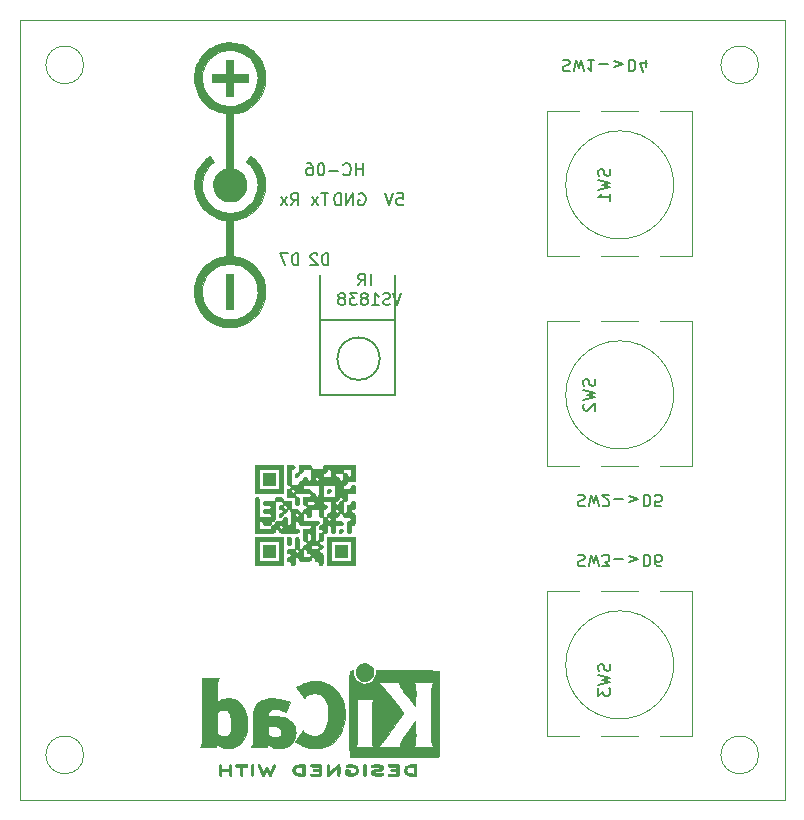
<source format=gbr>
%TF.GenerationSoftware,KiCad,Pcbnew,5.1.9-73d0e3b20d~88~ubuntu20.04.1*%
%TF.CreationDate,2021-01-06T22:16:02+03:00*%
%TF.ProjectId,RGBschildD2PAK,52474273-6368-4696-9c64-443250414b2e,rev?*%
%TF.SameCoordinates,Original*%
%TF.FileFunction,Legend,Bot*%
%TF.FilePolarity,Positive*%
%FSLAX46Y46*%
G04 Gerber Fmt 4.6, Leading zero omitted, Abs format (unit mm)*
G04 Created by KiCad (PCBNEW 5.1.9-73d0e3b20d~88~ubuntu20.04.1) date 2021-01-06 22:16:02*
%MOMM*%
%LPD*%
G01*
G04 APERTURE LIST*
%ADD10C,0.150000*%
%TA.AperFunction,Profile*%
%ADD11C,0.100000*%
%TD*%
%ADD12C,0.010000*%
%ADD13C,0.120000*%
G04 APERTURE END LIST*
D10*
X125547142Y-71572380D02*
X125547142Y-70572380D01*
X125547142Y-71048571D02*
X124975714Y-71048571D01*
X124975714Y-71572380D02*
X124975714Y-70572380D01*
X123928095Y-71477142D02*
X123975714Y-71524761D01*
X124118571Y-71572380D01*
X124213809Y-71572380D01*
X124356666Y-71524761D01*
X124451904Y-71429523D01*
X124499523Y-71334285D01*
X124547142Y-71143809D01*
X124547142Y-71000952D01*
X124499523Y-70810476D01*
X124451904Y-70715238D01*
X124356666Y-70620000D01*
X124213809Y-70572380D01*
X124118571Y-70572380D01*
X123975714Y-70620000D01*
X123928095Y-70667619D01*
X123499523Y-71191428D02*
X122737619Y-71191428D01*
X122070952Y-70572380D02*
X121975714Y-70572380D01*
X121880476Y-70620000D01*
X121832857Y-70667619D01*
X121785238Y-70762857D01*
X121737619Y-70953333D01*
X121737619Y-71191428D01*
X121785238Y-71381904D01*
X121832857Y-71477142D01*
X121880476Y-71524761D01*
X121975714Y-71572380D01*
X122070952Y-71572380D01*
X122166190Y-71524761D01*
X122213809Y-71477142D01*
X122261428Y-71381904D01*
X122309047Y-71191428D01*
X122309047Y-70953333D01*
X122261428Y-70762857D01*
X122213809Y-70667619D01*
X122166190Y-70620000D01*
X122070952Y-70572380D01*
X120880476Y-70572380D02*
X121070952Y-70572380D01*
X121166190Y-70620000D01*
X121213809Y-70667619D01*
X121309047Y-70810476D01*
X121356666Y-71000952D01*
X121356666Y-71381904D01*
X121309047Y-71477142D01*
X121261428Y-71524761D01*
X121166190Y-71572380D01*
X120975714Y-71572380D01*
X120880476Y-71524761D01*
X120832857Y-71477142D01*
X120785238Y-71381904D01*
X120785238Y-71143809D01*
X120832857Y-71048571D01*
X120880476Y-71000952D01*
X120975714Y-70953333D01*
X121166190Y-70953333D01*
X121261428Y-71000952D01*
X121309047Y-71048571D01*
X121356666Y-71143809D01*
X126230000Y-80907380D02*
X126230000Y-79907380D01*
X125182380Y-80907380D02*
X125515714Y-80431190D01*
X125753809Y-80907380D02*
X125753809Y-79907380D01*
X125372857Y-79907380D01*
X125277619Y-79955000D01*
X125230000Y-80002619D01*
X125182380Y-80097857D01*
X125182380Y-80240714D01*
X125230000Y-80335952D01*
X125277619Y-80383571D01*
X125372857Y-80431190D01*
X125753809Y-80431190D01*
X128825238Y-81557380D02*
X128491904Y-82557380D01*
X128158571Y-81557380D01*
X127872857Y-82509761D02*
X127730000Y-82557380D01*
X127491904Y-82557380D01*
X127396666Y-82509761D01*
X127349047Y-82462142D01*
X127301428Y-82366904D01*
X127301428Y-82271666D01*
X127349047Y-82176428D01*
X127396666Y-82128809D01*
X127491904Y-82081190D01*
X127682380Y-82033571D01*
X127777619Y-81985952D01*
X127825238Y-81938333D01*
X127872857Y-81843095D01*
X127872857Y-81747857D01*
X127825238Y-81652619D01*
X127777619Y-81605000D01*
X127682380Y-81557380D01*
X127444285Y-81557380D01*
X127301428Y-81605000D01*
X126349047Y-82557380D02*
X126920476Y-82557380D01*
X126634761Y-82557380D02*
X126634761Y-81557380D01*
X126730000Y-81700238D01*
X126825238Y-81795476D01*
X126920476Y-81843095D01*
X125777619Y-81985952D02*
X125872857Y-81938333D01*
X125920476Y-81890714D01*
X125968095Y-81795476D01*
X125968095Y-81747857D01*
X125920476Y-81652619D01*
X125872857Y-81605000D01*
X125777619Y-81557380D01*
X125587142Y-81557380D01*
X125491904Y-81605000D01*
X125444285Y-81652619D01*
X125396666Y-81747857D01*
X125396666Y-81795476D01*
X125444285Y-81890714D01*
X125491904Y-81938333D01*
X125587142Y-81985952D01*
X125777619Y-81985952D01*
X125872857Y-82033571D01*
X125920476Y-82081190D01*
X125968095Y-82176428D01*
X125968095Y-82366904D01*
X125920476Y-82462142D01*
X125872857Y-82509761D01*
X125777619Y-82557380D01*
X125587142Y-82557380D01*
X125491904Y-82509761D01*
X125444285Y-82462142D01*
X125396666Y-82366904D01*
X125396666Y-82176428D01*
X125444285Y-82081190D01*
X125491904Y-82033571D01*
X125587142Y-81985952D01*
X125063333Y-81557380D02*
X124444285Y-81557380D01*
X124777619Y-81938333D01*
X124634761Y-81938333D01*
X124539523Y-81985952D01*
X124491904Y-82033571D01*
X124444285Y-82128809D01*
X124444285Y-82366904D01*
X124491904Y-82462142D01*
X124539523Y-82509761D01*
X124634761Y-82557380D01*
X124920476Y-82557380D01*
X125015714Y-82509761D01*
X125063333Y-82462142D01*
X123872857Y-81985952D02*
X123968095Y-81938333D01*
X124015714Y-81890714D01*
X124063333Y-81795476D01*
X124063333Y-81747857D01*
X124015714Y-81652619D01*
X123968095Y-81605000D01*
X123872857Y-81557380D01*
X123682380Y-81557380D01*
X123587142Y-81605000D01*
X123539523Y-81652619D01*
X123491904Y-81747857D01*
X123491904Y-81795476D01*
X123539523Y-81890714D01*
X123587142Y-81938333D01*
X123682380Y-81985952D01*
X123872857Y-81985952D01*
X123968095Y-82033571D01*
X124015714Y-82081190D01*
X124063333Y-82176428D01*
X124063333Y-82366904D01*
X124015714Y-82462142D01*
X123968095Y-82509761D01*
X123872857Y-82557380D01*
X123682380Y-82557380D01*
X123587142Y-82509761D01*
X123539523Y-82462142D01*
X123491904Y-82366904D01*
X123491904Y-82176428D01*
X123539523Y-82081190D01*
X123587142Y-82033571D01*
X123682380Y-81985952D01*
X127000000Y-87103949D02*
G75*
G03*
X127000000Y-87103949I-1796051J0D01*
G01*
X121920000Y-83820000D02*
X128270000Y-83820000D01*
X128270000Y-90170000D02*
X128270000Y-80010000D01*
X121920000Y-90170000D02*
X128270000Y-90170000D01*
X121920000Y-80010000D02*
X121920000Y-90170000D01*
X122658095Y-79192380D02*
X122658095Y-78192380D01*
X122420000Y-78192380D01*
X122277142Y-78240000D01*
X122181904Y-78335238D01*
X122134285Y-78430476D01*
X122086666Y-78620952D01*
X122086666Y-78763809D01*
X122134285Y-78954285D01*
X122181904Y-79049523D01*
X122277142Y-79144761D01*
X122420000Y-79192380D01*
X122658095Y-79192380D01*
X121705714Y-78287619D02*
X121658095Y-78240000D01*
X121562857Y-78192380D01*
X121324761Y-78192380D01*
X121229523Y-78240000D01*
X121181904Y-78287619D01*
X121134285Y-78382857D01*
X121134285Y-78478095D01*
X121181904Y-78620952D01*
X121753333Y-79192380D01*
X121134285Y-79192380D01*
X120118095Y-79192380D02*
X120118095Y-78192380D01*
X119880000Y-78192380D01*
X119737142Y-78240000D01*
X119641904Y-78335238D01*
X119594285Y-78430476D01*
X119546666Y-78620952D01*
X119546666Y-78763809D01*
X119594285Y-78954285D01*
X119641904Y-79049523D01*
X119737142Y-79144761D01*
X119880000Y-79192380D01*
X120118095Y-79192380D01*
X119213333Y-78192380D02*
X118546666Y-78192380D01*
X118975238Y-79192380D01*
X128460476Y-73112380D02*
X128936666Y-73112380D01*
X128984285Y-73588571D01*
X128936666Y-73540952D01*
X128841428Y-73493333D01*
X128603333Y-73493333D01*
X128508095Y-73540952D01*
X128460476Y-73588571D01*
X128412857Y-73683809D01*
X128412857Y-73921904D01*
X128460476Y-74017142D01*
X128508095Y-74064761D01*
X128603333Y-74112380D01*
X128841428Y-74112380D01*
X128936666Y-74064761D01*
X128984285Y-74017142D01*
X128127142Y-73112380D02*
X127793809Y-74112380D01*
X127460476Y-73112380D01*
X125221904Y-73160000D02*
X125317142Y-73112380D01*
X125460000Y-73112380D01*
X125602857Y-73160000D01*
X125698095Y-73255238D01*
X125745714Y-73350476D01*
X125793333Y-73540952D01*
X125793333Y-73683809D01*
X125745714Y-73874285D01*
X125698095Y-73969523D01*
X125602857Y-74064761D01*
X125460000Y-74112380D01*
X125364761Y-74112380D01*
X125221904Y-74064761D01*
X125174285Y-74017142D01*
X125174285Y-73683809D01*
X125364761Y-73683809D01*
X124745714Y-74112380D02*
X124745714Y-73112380D01*
X124174285Y-74112380D01*
X124174285Y-73112380D01*
X123698095Y-74112380D02*
X123698095Y-73112380D01*
X123460000Y-73112380D01*
X123317142Y-73160000D01*
X123221904Y-73255238D01*
X123174285Y-73350476D01*
X123126666Y-73540952D01*
X123126666Y-73683809D01*
X123174285Y-73874285D01*
X123221904Y-73969523D01*
X123317142Y-74064761D01*
X123460000Y-74112380D01*
X123698095Y-74112380D01*
X122610476Y-73112380D02*
X122039047Y-73112380D01*
X122324761Y-74112380D02*
X122324761Y-73112380D01*
X121800952Y-74112380D02*
X121277142Y-73445714D01*
X121800952Y-73445714D02*
X121277142Y-74112380D01*
X119475238Y-74112380D02*
X119808571Y-73636190D01*
X120046666Y-74112380D02*
X120046666Y-73112380D01*
X119665714Y-73112380D01*
X119570476Y-73160000D01*
X119522857Y-73207619D01*
X119475238Y-73302857D01*
X119475238Y-73445714D01*
X119522857Y-73540952D01*
X119570476Y-73588571D01*
X119665714Y-73636190D01*
X120046666Y-73636190D01*
X119141904Y-74112380D02*
X118618095Y-73445714D01*
X119141904Y-73445714D02*
X118618095Y-74112380D01*
X143772380Y-103735238D02*
X143915238Y-103687619D01*
X144153333Y-103687619D01*
X144248571Y-103735238D01*
X144296190Y-103782857D01*
X144343809Y-103878095D01*
X144343809Y-103973333D01*
X144296190Y-104068571D01*
X144248571Y-104116190D01*
X144153333Y-104163809D01*
X143962857Y-104211428D01*
X143867619Y-104259047D01*
X143820000Y-104306666D01*
X143772380Y-104401904D01*
X143772380Y-104497142D01*
X143820000Y-104592380D01*
X143867619Y-104640000D01*
X143962857Y-104687619D01*
X144200952Y-104687619D01*
X144343809Y-104640000D01*
X144677142Y-104687619D02*
X144915238Y-103687619D01*
X145105714Y-104401904D01*
X145296190Y-103687619D01*
X145534285Y-104687619D01*
X145820000Y-104687619D02*
X146439047Y-104687619D01*
X146105714Y-104306666D01*
X146248571Y-104306666D01*
X146343809Y-104259047D01*
X146391428Y-104211428D01*
X146439047Y-104116190D01*
X146439047Y-103878095D01*
X146391428Y-103782857D01*
X146343809Y-103735238D01*
X146248571Y-103687619D01*
X145962857Y-103687619D01*
X145867619Y-103735238D01*
X145820000Y-103782857D01*
X146867619Y-104068571D02*
X147629523Y-104068571D01*
X148105714Y-104354285D02*
X148867619Y-104068571D01*
X148105714Y-103782857D01*
X149343809Y-103687619D02*
X149343809Y-104687619D01*
X149581904Y-104687619D01*
X149724761Y-104640000D01*
X149820000Y-104544761D01*
X149867619Y-104449523D01*
X149915238Y-104259047D01*
X149915238Y-104116190D01*
X149867619Y-103925714D01*
X149820000Y-103830476D01*
X149724761Y-103735238D01*
X149581904Y-103687619D01*
X149343809Y-103687619D01*
X150772380Y-104687619D02*
X150581904Y-104687619D01*
X150486666Y-104640000D01*
X150439047Y-104592380D01*
X150343809Y-104449523D01*
X150296190Y-104259047D01*
X150296190Y-103878095D01*
X150343809Y-103782857D01*
X150391428Y-103735238D01*
X150486666Y-103687619D01*
X150677142Y-103687619D01*
X150772380Y-103735238D01*
X150819999Y-103782857D01*
X150867619Y-103878095D01*
X150867619Y-104116190D01*
X150819999Y-104211428D01*
X150772380Y-104259047D01*
X150677142Y-104306666D01*
X150486666Y-104306666D01*
X150391428Y-104259047D01*
X150343809Y-104211428D01*
X150296190Y-104116190D01*
X143772380Y-98655238D02*
X143915238Y-98607619D01*
X144153333Y-98607619D01*
X144248571Y-98655238D01*
X144296190Y-98702857D01*
X144343809Y-98798095D01*
X144343809Y-98893333D01*
X144296190Y-98988571D01*
X144248571Y-99036190D01*
X144153333Y-99083809D01*
X143962857Y-99131428D01*
X143867619Y-99179047D01*
X143820000Y-99226666D01*
X143772380Y-99321904D01*
X143772380Y-99417142D01*
X143820000Y-99512380D01*
X143867619Y-99560000D01*
X143962857Y-99607619D01*
X144200952Y-99607619D01*
X144343809Y-99560000D01*
X144677142Y-99607619D02*
X144915238Y-98607619D01*
X145105714Y-99321904D01*
X145296190Y-98607619D01*
X145534285Y-99607619D01*
X145867619Y-99512380D02*
X145915238Y-99560000D01*
X146010476Y-99607619D01*
X146248571Y-99607619D01*
X146343809Y-99560000D01*
X146391428Y-99512380D01*
X146439047Y-99417142D01*
X146439047Y-99321904D01*
X146391428Y-99179047D01*
X145820000Y-98607619D01*
X146439047Y-98607619D01*
X146867619Y-98988571D02*
X147629523Y-98988571D01*
X148105714Y-99274285D02*
X148867619Y-98988571D01*
X148105714Y-98702857D01*
X149343809Y-98607619D02*
X149343809Y-99607619D01*
X149581904Y-99607619D01*
X149724761Y-99560000D01*
X149820000Y-99464761D01*
X149867619Y-99369523D01*
X149915238Y-99179047D01*
X149915238Y-99036190D01*
X149867619Y-98845714D01*
X149820000Y-98750476D01*
X149724761Y-98655238D01*
X149581904Y-98607619D01*
X149343809Y-98607619D01*
X150819999Y-99607619D02*
X150343809Y-99607619D01*
X150296190Y-99131428D01*
X150343809Y-99179047D01*
X150439047Y-99226666D01*
X150677142Y-99226666D01*
X150772380Y-99179047D01*
X150819999Y-99131428D01*
X150867619Y-99036190D01*
X150867619Y-98798095D01*
X150819999Y-98702857D01*
X150772380Y-98655238D01*
X150677142Y-98607619D01*
X150439047Y-98607619D01*
X150343809Y-98655238D01*
X150296190Y-98702857D01*
X142502380Y-61825238D02*
X142645238Y-61777619D01*
X142883333Y-61777619D01*
X142978571Y-61825238D01*
X143026190Y-61872857D01*
X143073809Y-61968095D01*
X143073809Y-62063333D01*
X143026190Y-62158571D01*
X142978571Y-62206190D01*
X142883333Y-62253809D01*
X142692857Y-62301428D01*
X142597619Y-62349047D01*
X142550000Y-62396666D01*
X142502380Y-62491904D01*
X142502380Y-62587142D01*
X142550000Y-62682380D01*
X142597619Y-62730000D01*
X142692857Y-62777619D01*
X142930952Y-62777619D01*
X143073809Y-62730000D01*
X143407142Y-62777619D02*
X143645238Y-61777619D01*
X143835714Y-62491904D01*
X144026190Y-61777619D01*
X144264285Y-62777619D01*
X145169047Y-61777619D02*
X144597619Y-61777619D01*
X144883333Y-61777619D02*
X144883333Y-62777619D01*
X144788095Y-62634761D01*
X144692857Y-62539523D01*
X144597619Y-62491904D01*
X145597619Y-62158571D02*
X146359523Y-62158571D01*
X146835714Y-62444285D02*
X147597619Y-62158571D01*
X146835714Y-61872857D01*
X148073809Y-61777619D02*
X148073809Y-62777619D01*
X148311904Y-62777619D01*
X148454761Y-62730000D01*
X148550000Y-62634761D01*
X148597619Y-62539523D01*
X148645238Y-62349047D01*
X148645238Y-62206190D01*
X148597619Y-62015714D01*
X148550000Y-61920476D01*
X148454761Y-61825238D01*
X148311904Y-61777619D01*
X148073809Y-61777619D01*
X149502380Y-62444285D02*
X149502380Y-61777619D01*
X149264285Y-62825238D02*
X149026190Y-62110952D01*
X149645238Y-62110952D01*
D11*
X159080000Y-120650000D02*
G75*
G03*
X159080000Y-120650000I-1600000J0D01*
G01*
X101930000Y-120650000D02*
G75*
G03*
X101930000Y-120650000I-1600000J0D01*
G01*
X159080000Y-62230000D02*
G75*
G03*
X159080000Y-62230000I-1600000J0D01*
G01*
X101930000Y-62230000D02*
G75*
G03*
X101930000Y-62230000I-1600000J0D01*
G01*
X96520000Y-58420000D02*
X161290000Y-58420000D01*
X96520000Y-58420000D02*
X96520000Y-124460000D01*
X161290000Y-124460000D02*
X161290000Y-58420000D01*
X96520000Y-124460000D02*
X161290000Y-124460000D01*
D12*
%TO.C,REF\u002A\u002A*%
G36*
X114601782Y-63034752D02*
G01*
X114601782Y-61827623D01*
X113998218Y-61827623D01*
X113998218Y-63034752D01*
X112791089Y-63034752D01*
X112791089Y-63638316D01*
X113998218Y-63638316D01*
X113998218Y-64845445D01*
X114601538Y-64845445D01*
X114604804Y-64245024D01*
X114608069Y-63644604D01*
X115208490Y-63641338D01*
X115808911Y-63638073D01*
X115808911Y-63034752D01*
X114601782Y-63034752D01*
G37*
X114601782Y-63034752D02*
X114601782Y-61827623D01*
X113998218Y-61827623D01*
X113998218Y-63034752D01*
X112791089Y-63034752D01*
X112791089Y-63638316D01*
X113998218Y-63638316D01*
X113998218Y-64845445D01*
X114601538Y-64845445D01*
X114604804Y-64245024D01*
X114608069Y-63644604D01*
X115208490Y-63641338D01*
X115808911Y-63638073D01*
X115808911Y-63034752D01*
X114601782Y-63034752D01*
G36*
X113998218Y-79921980D02*
G01*
X113998218Y-82939802D01*
X114601782Y-82939802D01*
X114601782Y-79921980D01*
X113998218Y-79921980D01*
G37*
X113998218Y-79921980D02*
X113998218Y-82939802D01*
X114601782Y-82939802D01*
X114601782Y-79921980D01*
X113998218Y-79921980D01*
G36*
X117314648Y-63215143D02*
G01*
X117310439Y-63105976D01*
X117306461Y-63052719D01*
X117269918Y-62784538D01*
X117210608Y-62521342D01*
X117129446Y-62265379D01*
X117027346Y-62018897D01*
X116905224Y-61784145D01*
X116763993Y-61563370D01*
X116628892Y-61387524D01*
X116446350Y-61188399D01*
X116247388Y-61007957D01*
X116033246Y-60846979D01*
X115805162Y-60706245D01*
X115564377Y-60586532D01*
X115312131Y-60488620D01*
X115098451Y-60425364D01*
X114843687Y-60371602D01*
X114581875Y-60338398D01*
X114317474Y-60325843D01*
X114054943Y-60334030D01*
X113798743Y-60363050D01*
X113628689Y-60395113D01*
X113359938Y-60466908D01*
X113102827Y-60560324D01*
X112858290Y-60674731D01*
X112627265Y-60809499D01*
X112410689Y-60963998D01*
X112209499Y-61137597D01*
X112024630Y-61329668D01*
X111857020Y-61539580D01*
X111795196Y-61628134D01*
X111654329Y-61859936D01*
X111536213Y-62101925D01*
X111440645Y-62354626D01*
X111367426Y-62618566D01*
X111319166Y-62874893D01*
X111311257Y-62939334D01*
X111303997Y-63018923D01*
X111297627Y-63108322D01*
X111292386Y-63202193D01*
X111288516Y-63295196D01*
X111286255Y-63381993D01*
X111285845Y-63457245D01*
X111287526Y-63515614D01*
X111289330Y-63537722D01*
X111292767Y-63568934D01*
X111297981Y-63617447D01*
X111304146Y-63675549D01*
X111308163Y-63713762D01*
X111346211Y-63962235D01*
X111407603Y-64211053D01*
X111490846Y-64456628D01*
X111594445Y-64695371D01*
X111716904Y-64923696D01*
X111856731Y-65138015D01*
X111955059Y-65266683D01*
X112025646Y-65348737D01*
X112109415Y-65438605D01*
X112199592Y-65529491D01*
X112289405Y-65614593D01*
X112372079Y-65687115D01*
X112382425Y-65695654D01*
X112580822Y-65842453D01*
X112796745Y-65973364D01*
X113027265Y-66087128D01*
X113269453Y-66182489D01*
X113520380Y-66258187D01*
X113777118Y-66312964D01*
X113844183Y-66323583D01*
X113998218Y-66346222D01*
X113998218Y-68676921D01*
X113998187Y-68971443D01*
X113998092Y-69241726D01*
X113997925Y-69488680D01*
X113997682Y-69713214D01*
X113997355Y-69916238D01*
X113996939Y-70098661D01*
X113996427Y-70261394D01*
X113995814Y-70405345D01*
X113995093Y-70531424D01*
X113994258Y-70640541D01*
X113993303Y-70733606D01*
X113992222Y-70811527D01*
X113991008Y-70875215D01*
X113989657Y-70925579D01*
X113988160Y-70963529D01*
X113986514Y-70989974D01*
X113984710Y-71005824D01*
X113982744Y-71011989D01*
X113982500Y-71012120D01*
X113823579Y-71062827D01*
X113685122Y-71118895D01*
X113562609Y-71182807D01*
X113451522Y-71257043D01*
X113347340Y-71344085D01*
X113306175Y-71383453D01*
X113186732Y-71518728D01*
X113087785Y-71666164D01*
X113009339Y-71823467D01*
X112951396Y-71988342D01*
X112913960Y-72158494D01*
X112897034Y-72331628D01*
X112900621Y-72505450D01*
X112924725Y-72677664D01*
X112969350Y-72845977D01*
X113034497Y-73008093D01*
X113120171Y-73161717D01*
X113226375Y-73304555D01*
X113303295Y-73387447D01*
X113441739Y-73509461D01*
X113587708Y-73608275D01*
X113743393Y-73685267D01*
X113827364Y-73716614D01*
X114008927Y-73765202D01*
X114191842Y-73790427D01*
X114295656Y-73791845D01*
X114295656Y-65687920D01*
X114052410Y-65677239D01*
X113820098Y-65644801D01*
X113596077Y-65590020D01*
X113377703Y-65512306D01*
X113250049Y-65455272D01*
X113042465Y-65341884D01*
X112850222Y-65209258D01*
X112674186Y-65058723D01*
X112515225Y-64891607D01*
X112374206Y-64709239D01*
X112251998Y-64512947D01*
X112149467Y-64304060D01*
X112067480Y-64083907D01*
X112006906Y-63853815D01*
X111968612Y-63615115D01*
X111957038Y-63474851D01*
X111954474Y-63429507D01*
X111952080Y-63389896D01*
X111951050Y-63374257D01*
X111951115Y-63350364D01*
X111952853Y-63307104D01*
X111955979Y-63250183D01*
X111960208Y-63185305D01*
X111961231Y-63170914D01*
X111990903Y-62924058D01*
X112043053Y-62687185D01*
X112116791Y-62461321D01*
X112211228Y-62247491D01*
X112325472Y-62046722D01*
X112458634Y-61860038D01*
X112609824Y-61688466D01*
X112778151Y-61533030D01*
X112962726Y-61394757D01*
X113162658Y-61274672D01*
X113377058Y-61173801D01*
X113605035Y-61093169D01*
X113809604Y-61041147D01*
X113903977Y-61025222D01*
X114016304Y-61012662D01*
X114139582Y-61003747D01*
X114266805Y-60998756D01*
X114390970Y-60997969D01*
X114505073Y-61001665D01*
X114598428Y-61009664D01*
X114844573Y-61051821D01*
X115079343Y-61116150D01*
X115302085Y-61202254D01*
X115512147Y-61309734D01*
X115708874Y-61438192D01*
X115891613Y-61587231D01*
X116059712Y-61756451D01*
X116212517Y-61945455D01*
X116270754Y-62028812D01*
X116384639Y-62221130D01*
X116478815Y-62426868D01*
X116552959Y-62643426D01*
X116606745Y-62868205D01*
X116639851Y-63098604D01*
X116651952Y-63332023D01*
X116642726Y-63565863D01*
X116611847Y-63797522D01*
X116558993Y-64024402D01*
X116530663Y-64116138D01*
X116443625Y-64339560D01*
X116336014Y-64549402D01*
X116209004Y-64744717D01*
X116063769Y-64924554D01*
X115901483Y-65087966D01*
X115723319Y-65234004D01*
X115530451Y-65361719D01*
X115324053Y-65470164D01*
X115105299Y-65558388D01*
X114875363Y-65625444D01*
X114635418Y-65670383D01*
X114602112Y-65674730D01*
X114550426Y-65679468D01*
X114481414Y-65683451D01*
X114402894Y-65686343D01*
X114322684Y-65687808D01*
X114295656Y-65687920D01*
X114295656Y-73791845D01*
X114373943Y-73792915D01*
X114553064Y-73773295D01*
X114727039Y-73732196D01*
X114893704Y-73670244D01*
X115050892Y-73588068D01*
X115196437Y-73486295D01*
X115328174Y-73365555D01*
X115423647Y-73253789D01*
X115523451Y-73102718D01*
X115601889Y-72940818D01*
X115658897Y-72770623D01*
X115694412Y-72594671D01*
X115708370Y-72415498D01*
X115700708Y-72235638D01*
X115671363Y-72057628D01*
X115620272Y-71884004D01*
X115547369Y-71717302D01*
X115465539Y-71578960D01*
X115434713Y-71537436D01*
X115392358Y-71486063D01*
X115344970Y-71432527D01*
X115314209Y-71399865D01*
X115196630Y-71291129D01*
X115070545Y-71199704D01*
X114932132Y-71123459D01*
X114777568Y-71060266D01*
X114617500Y-71011741D01*
X114615514Y-71006714D01*
X114613692Y-70992112D01*
X114612027Y-70967026D01*
X114610514Y-70930547D01*
X114609146Y-70881764D01*
X114607916Y-70819769D01*
X114606820Y-70743652D01*
X114605850Y-70652504D01*
X114605002Y-70545415D01*
X114604267Y-70421476D01*
X114603641Y-70279778D01*
X114603118Y-70119412D01*
X114602690Y-69939467D01*
X114602353Y-69739035D01*
X114602100Y-69517206D01*
X114601924Y-69273070D01*
X114601821Y-69005719D01*
X114601782Y-68714243D01*
X114601782Y-66344251D01*
X114680371Y-66335623D01*
X114838056Y-66312577D01*
X115007353Y-66277672D01*
X115179114Y-66233245D01*
X115344190Y-66181629D01*
X115474493Y-66133000D01*
X115722295Y-66018703D01*
X115955440Y-65884454D01*
X116173121Y-65731293D01*
X116374532Y-65560261D01*
X116558866Y-65372397D01*
X116725314Y-65168741D01*
X116873070Y-64950335D01*
X117001326Y-64718217D01*
X117109276Y-64473427D01*
X117196112Y-64217007D01*
X117261027Y-63949995D01*
X117287365Y-63797164D01*
X117298626Y-63700876D01*
X117307176Y-63587047D01*
X117312825Y-63463160D01*
X117315380Y-63336698D01*
X117314648Y-63215143D01*
G37*
X117314648Y-63215143D02*
X117310439Y-63105976D01*
X117306461Y-63052719D01*
X117269918Y-62784538D01*
X117210608Y-62521342D01*
X117129446Y-62265379D01*
X117027346Y-62018897D01*
X116905224Y-61784145D01*
X116763993Y-61563370D01*
X116628892Y-61387524D01*
X116446350Y-61188399D01*
X116247388Y-61007957D01*
X116033246Y-60846979D01*
X115805162Y-60706245D01*
X115564377Y-60586532D01*
X115312131Y-60488620D01*
X115098451Y-60425364D01*
X114843687Y-60371602D01*
X114581875Y-60338398D01*
X114317474Y-60325843D01*
X114054943Y-60334030D01*
X113798743Y-60363050D01*
X113628689Y-60395113D01*
X113359938Y-60466908D01*
X113102827Y-60560324D01*
X112858290Y-60674731D01*
X112627265Y-60809499D01*
X112410689Y-60963998D01*
X112209499Y-61137597D01*
X112024630Y-61329668D01*
X111857020Y-61539580D01*
X111795196Y-61628134D01*
X111654329Y-61859936D01*
X111536213Y-62101925D01*
X111440645Y-62354626D01*
X111367426Y-62618566D01*
X111319166Y-62874893D01*
X111311257Y-62939334D01*
X111303997Y-63018923D01*
X111297627Y-63108322D01*
X111292386Y-63202193D01*
X111288516Y-63295196D01*
X111286255Y-63381993D01*
X111285845Y-63457245D01*
X111287526Y-63515614D01*
X111289330Y-63537722D01*
X111292767Y-63568934D01*
X111297981Y-63617447D01*
X111304146Y-63675549D01*
X111308163Y-63713762D01*
X111346211Y-63962235D01*
X111407603Y-64211053D01*
X111490846Y-64456628D01*
X111594445Y-64695371D01*
X111716904Y-64923696D01*
X111856731Y-65138015D01*
X111955059Y-65266683D01*
X112025646Y-65348737D01*
X112109415Y-65438605D01*
X112199592Y-65529491D01*
X112289405Y-65614593D01*
X112372079Y-65687115D01*
X112382425Y-65695654D01*
X112580822Y-65842453D01*
X112796745Y-65973364D01*
X113027265Y-66087128D01*
X113269453Y-66182489D01*
X113520380Y-66258187D01*
X113777118Y-66312964D01*
X113844183Y-66323583D01*
X113998218Y-66346222D01*
X113998218Y-68676921D01*
X113998187Y-68971443D01*
X113998092Y-69241726D01*
X113997925Y-69488680D01*
X113997682Y-69713214D01*
X113997355Y-69916238D01*
X113996939Y-70098661D01*
X113996427Y-70261394D01*
X113995814Y-70405345D01*
X113995093Y-70531424D01*
X113994258Y-70640541D01*
X113993303Y-70733606D01*
X113992222Y-70811527D01*
X113991008Y-70875215D01*
X113989657Y-70925579D01*
X113988160Y-70963529D01*
X113986514Y-70989974D01*
X113984710Y-71005824D01*
X113982744Y-71011989D01*
X113982500Y-71012120D01*
X113823579Y-71062827D01*
X113685122Y-71118895D01*
X113562609Y-71182807D01*
X113451522Y-71257043D01*
X113347340Y-71344085D01*
X113306175Y-71383453D01*
X113186732Y-71518728D01*
X113087785Y-71666164D01*
X113009339Y-71823467D01*
X112951396Y-71988342D01*
X112913960Y-72158494D01*
X112897034Y-72331628D01*
X112900621Y-72505450D01*
X112924725Y-72677664D01*
X112969350Y-72845977D01*
X113034497Y-73008093D01*
X113120171Y-73161717D01*
X113226375Y-73304555D01*
X113303295Y-73387447D01*
X113441739Y-73509461D01*
X113587708Y-73608275D01*
X113743393Y-73685267D01*
X113827364Y-73716614D01*
X114008927Y-73765202D01*
X114191842Y-73790427D01*
X114295656Y-73791845D01*
X114295656Y-65687920D01*
X114052410Y-65677239D01*
X113820098Y-65644801D01*
X113596077Y-65590020D01*
X113377703Y-65512306D01*
X113250049Y-65455272D01*
X113042465Y-65341884D01*
X112850222Y-65209258D01*
X112674186Y-65058723D01*
X112515225Y-64891607D01*
X112374206Y-64709239D01*
X112251998Y-64512947D01*
X112149467Y-64304060D01*
X112067480Y-64083907D01*
X112006906Y-63853815D01*
X111968612Y-63615115D01*
X111957038Y-63474851D01*
X111954474Y-63429507D01*
X111952080Y-63389896D01*
X111951050Y-63374257D01*
X111951115Y-63350364D01*
X111952853Y-63307104D01*
X111955979Y-63250183D01*
X111960208Y-63185305D01*
X111961231Y-63170914D01*
X111990903Y-62924058D01*
X112043053Y-62687185D01*
X112116791Y-62461321D01*
X112211228Y-62247491D01*
X112325472Y-62046722D01*
X112458634Y-61860038D01*
X112609824Y-61688466D01*
X112778151Y-61533030D01*
X112962726Y-61394757D01*
X113162658Y-61274672D01*
X113377058Y-61173801D01*
X113605035Y-61093169D01*
X113809604Y-61041147D01*
X113903977Y-61025222D01*
X114016304Y-61012662D01*
X114139582Y-61003747D01*
X114266805Y-60998756D01*
X114390970Y-60997969D01*
X114505073Y-61001665D01*
X114598428Y-61009664D01*
X114844573Y-61051821D01*
X115079343Y-61116150D01*
X115302085Y-61202254D01*
X115512147Y-61309734D01*
X115708874Y-61438192D01*
X115891613Y-61587231D01*
X116059712Y-61756451D01*
X116212517Y-61945455D01*
X116270754Y-62028812D01*
X116384639Y-62221130D01*
X116478815Y-62426868D01*
X116552959Y-62643426D01*
X116606745Y-62868205D01*
X116639851Y-63098604D01*
X116651952Y-63332023D01*
X116642726Y-63565863D01*
X116611847Y-63797522D01*
X116558993Y-64024402D01*
X116530663Y-64116138D01*
X116443625Y-64339560D01*
X116336014Y-64549402D01*
X116209004Y-64744717D01*
X116063769Y-64924554D01*
X115901483Y-65087966D01*
X115723319Y-65234004D01*
X115530451Y-65361719D01*
X115324053Y-65470164D01*
X115105299Y-65558388D01*
X114875363Y-65625444D01*
X114635418Y-65670383D01*
X114602112Y-65674730D01*
X114550426Y-65679468D01*
X114481414Y-65683451D01*
X114402894Y-65686343D01*
X114322684Y-65687808D01*
X114295656Y-65687920D01*
X114295656Y-73791845D01*
X114373943Y-73792915D01*
X114553064Y-73773295D01*
X114727039Y-73732196D01*
X114893704Y-73670244D01*
X115050892Y-73588068D01*
X115196437Y-73486295D01*
X115328174Y-73365555D01*
X115423647Y-73253789D01*
X115523451Y-73102718D01*
X115601889Y-72940818D01*
X115658897Y-72770623D01*
X115694412Y-72594671D01*
X115708370Y-72415498D01*
X115700708Y-72235638D01*
X115671363Y-72057628D01*
X115620272Y-71884004D01*
X115547369Y-71717302D01*
X115465539Y-71578960D01*
X115434713Y-71537436D01*
X115392358Y-71486063D01*
X115344970Y-71432527D01*
X115314209Y-71399865D01*
X115196630Y-71291129D01*
X115070545Y-71199704D01*
X114932132Y-71123459D01*
X114777568Y-71060266D01*
X114617500Y-71011741D01*
X114615514Y-71006714D01*
X114613692Y-70992112D01*
X114612027Y-70967026D01*
X114610514Y-70930547D01*
X114609146Y-70881764D01*
X114607916Y-70819769D01*
X114606820Y-70743652D01*
X114605850Y-70652504D01*
X114605002Y-70545415D01*
X114604267Y-70421476D01*
X114603641Y-70279778D01*
X114603118Y-70119412D01*
X114602690Y-69939467D01*
X114602353Y-69739035D01*
X114602100Y-69517206D01*
X114601924Y-69273070D01*
X114601821Y-69005719D01*
X114601782Y-68714243D01*
X114601782Y-66344251D01*
X114680371Y-66335623D01*
X114838056Y-66312577D01*
X115007353Y-66277672D01*
X115179114Y-66233245D01*
X115344190Y-66181629D01*
X115474493Y-66133000D01*
X115722295Y-66018703D01*
X115955440Y-65884454D01*
X116173121Y-65731293D01*
X116374532Y-65560261D01*
X116558866Y-65372397D01*
X116725314Y-65168741D01*
X116873070Y-64950335D01*
X117001326Y-64718217D01*
X117109276Y-64473427D01*
X117196112Y-64217007D01*
X117261027Y-63949995D01*
X117287365Y-63797164D01*
X117298626Y-63700876D01*
X117307176Y-63587047D01*
X117312825Y-63463160D01*
X117315380Y-63336698D01*
X117314648Y-63215143D01*
G36*
X117301128Y-72105744D02*
G01*
X117265017Y-71842575D01*
X117205090Y-71582878D01*
X117139465Y-71377772D01*
X117033675Y-71121853D01*
X116905906Y-70877580D01*
X116757061Y-70646162D01*
X116588042Y-70428811D01*
X116399751Y-70226734D01*
X116193091Y-70041142D01*
X116071912Y-69946522D01*
X116026844Y-69913068D01*
X115845576Y-70173476D01*
X115796046Y-70245192D01*
X115751675Y-70310515D01*
X115714402Y-70366502D01*
X115686167Y-70410210D01*
X115668908Y-70438696D01*
X115664307Y-70448598D01*
X115673699Y-70463099D01*
X115698303Y-70486877D01*
X115732200Y-70514325D01*
X115902184Y-70657206D01*
X116059421Y-70819754D01*
X116202042Y-70998964D01*
X116328182Y-71191829D01*
X116435971Y-71395345D01*
X116523543Y-71606504D01*
X116589030Y-71822302D01*
X116613156Y-71932297D01*
X116646637Y-72172963D01*
X116655783Y-72413002D01*
X116641111Y-72650705D01*
X116603139Y-72884363D01*
X116542382Y-73112270D01*
X116459358Y-73332717D01*
X116354584Y-73543994D01*
X116228576Y-73744395D01*
X116081852Y-73932211D01*
X115972432Y-74049937D01*
X115790376Y-74215706D01*
X115596329Y-74359395D01*
X115390198Y-74481049D01*
X115171892Y-74580714D01*
X114941320Y-74658438D01*
X114698390Y-74714266D01*
X114639501Y-74724213D01*
X114542621Y-74735559D01*
X114429217Y-74742486D01*
X114307364Y-74744991D01*
X114185138Y-74743070D01*
X114070616Y-74736722D01*
X113971874Y-74725943D01*
X113962211Y-74724469D01*
X113719507Y-74674095D01*
X113486693Y-74601559D01*
X113265044Y-74507667D01*
X113055836Y-74393224D01*
X112860342Y-74259035D01*
X112679839Y-74105905D01*
X112515601Y-73934638D01*
X112368904Y-73746041D01*
X112336074Y-73697722D01*
X112211975Y-73487975D01*
X112110734Y-73269554D01*
X112032583Y-73044151D01*
X111977753Y-72813460D01*
X111946477Y-72579171D01*
X111938985Y-72342977D01*
X111955510Y-72106569D01*
X111996283Y-71871639D01*
X112056419Y-71655197D01*
X112144612Y-71427461D01*
X112254554Y-71211548D01*
X112385283Y-71008845D01*
X112535839Y-70820737D01*
X112705259Y-70648611D01*
X112826164Y-70545061D01*
X112942971Y-70451660D01*
X112900942Y-70392884D01*
X112880425Y-70363874D01*
X112848692Y-70318610D01*
X112808834Y-70261521D01*
X112763942Y-70197035D01*
X112717246Y-70129777D01*
X112673499Y-70067220D01*
X112634448Y-70012405D01*
X112602382Y-69968459D01*
X112579590Y-69938513D01*
X112568360Y-69925697D01*
X112567798Y-69925445D01*
X112550743Y-69933476D01*
X112518584Y-69955679D01*
X112474741Y-69989218D01*
X112422636Y-70031256D01*
X112365689Y-70078957D01*
X112307323Y-70129486D01*
X112250957Y-70180005D01*
X112200012Y-70227680D01*
X112181681Y-70245552D01*
X111992979Y-70449398D01*
X111825767Y-70665877D01*
X111680450Y-70894024D01*
X111557430Y-71132874D01*
X111457111Y-71381461D01*
X111379899Y-71638819D01*
X111326196Y-71903984D01*
X111296406Y-72175989D01*
X111289991Y-72377425D01*
X111298877Y-72633699D01*
X111326075Y-72876153D01*
X111372634Y-73109254D01*
X111439599Y-73337468D01*
X111528017Y-73565259D01*
X111609051Y-73738534D01*
X111742212Y-73977073D01*
X111895622Y-74201248D01*
X112068133Y-74409904D01*
X112258597Y-74601883D01*
X112465867Y-74776027D01*
X112688794Y-74931180D01*
X112926132Y-75066135D01*
X113173051Y-75179227D01*
X113423606Y-75268205D01*
X113680933Y-75334096D01*
X113822893Y-75360293D01*
X113998318Y-75388492D01*
X113991930Y-78431930D01*
X113903911Y-78441432D01*
X113690809Y-78474346D01*
X113470958Y-78526827D01*
X113250343Y-78596756D01*
X113034951Y-78682014D01*
X112830766Y-78780482D01*
X112652772Y-78884240D01*
X112511480Y-78981951D01*
X112368631Y-79093809D01*
X112229845Y-79214788D01*
X112100742Y-79339861D01*
X111986944Y-79464001D01*
X111938263Y-79523232D01*
X111776230Y-79748571D01*
X111637374Y-79983664D01*
X111521711Y-80228465D01*
X111429256Y-80482929D01*
X111360027Y-80747010D01*
X111314039Y-81020664D01*
X111291308Y-81303844D01*
X111289551Y-81361732D01*
X111288185Y-81438547D01*
X111287535Y-81510133D01*
X111287602Y-81571259D01*
X111288385Y-81616699D01*
X111289541Y-81638366D01*
X111308687Y-81808838D01*
X111330680Y-81960515D01*
X111356773Y-82099697D01*
X111388217Y-82232687D01*
X111426264Y-82365787D01*
X111446905Y-82430544D01*
X111542078Y-82681003D01*
X111658659Y-82919277D01*
X111795509Y-83144320D01*
X111951488Y-83355087D01*
X112125459Y-83550533D01*
X112316282Y-83729612D01*
X112522817Y-83891277D01*
X112743927Y-84034485D01*
X112978471Y-84158188D01*
X113225311Y-84261342D01*
X113483308Y-84342901D01*
X113548217Y-84359501D01*
X113659421Y-84385396D01*
X113759223Y-84405476D01*
X113853705Y-84420408D01*
X113948948Y-84430860D01*
X114051034Y-84437499D01*
X114166042Y-84440993D01*
X114300000Y-84442008D01*
X114306287Y-84441961D01*
X114306287Y-83782277D01*
X114056504Y-83770589D01*
X113814430Y-83735747D01*
X113581101Y-83678088D01*
X113357556Y-83597945D01*
X113144829Y-83495653D01*
X112943960Y-83371549D01*
X112870719Y-83318562D01*
X112689651Y-83166416D01*
X112526359Y-82997296D01*
X112381739Y-82812872D01*
X112256687Y-82614812D01*
X112152099Y-82404783D01*
X112068871Y-82184455D01*
X112007898Y-81955495D01*
X111970076Y-81719571D01*
X111961777Y-81625792D01*
X111957752Y-81566993D01*
X111954231Y-81515609D01*
X111951652Y-81478000D01*
X111950573Y-81462326D01*
X111950816Y-81440981D01*
X111952689Y-81399949D01*
X111955901Y-81344617D01*
X111960159Y-81280374D01*
X111961476Y-81261841D01*
X111990984Y-81017380D01*
X112042914Y-80782608D01*
X112116217Y-80558570D01*
X112209848Y-80346314D01*
X112322759Y-80146886D01*
X112453904Y-79961332D01*
X112602235Y-79790700D01*
X112766706Y-79636035D01*
X112946270Y-79498384D01*
X113139880Y-79378794D01*
X113346489Y-79278311D01*
X113565051Y-79197981D01*
X113794518Y-79138851D01*
X114033843Y-79101969D01*
X114130247Y-79093799D01*
X114379280Y-79089129D01*
X114622066Y-79107617D01*
X114857360Y-79148571D01*
X115083916Y-79211300D01*
X115300488Y-79295113D01*
X115505831Y-79399318D01*
X115698700Y-79523224D01*
X115877848Y-79666140D01*
X116042031Y-79827374D01*
X116190004Y-80006236D01*
X116320519Y-80202033D01*
X116404451Y-80356054D01*
X116499453Y-80574917D01*
X116571733Y-80802286D01*
X116621274Y-81035855D01*
X116648062Y-81273323D01*
X116652081Y-81512385D01*
X116633315Y-81750736D01*
X116591748Y-81986074D01*
X116527366Y-82216095D01*
X116440152Y-82438494D01*
X116418812Y-82484271D01*
X116304752Y-82693883D01*
X116171949Y-82887469D01*
X116021652Y-83064261D01*
X115855108Y-83223495D01*
X115673564Y-83364402D01*
X115478269Y-83486216D01*
X115270470Y-83588171D01*
X115051413Y-83669501D01*
X114822348Y-83729438D01*
X114584521Y-83767216D01*
X114339179Y-83782070D01*
X114306287Y-83782277D01*
X114306287Y-84441961D01*
X114433835Y-84440991D01*
X114548714Y-84437509D01*
X114650763Y-84430919D01*
X114746106Y-84420579D01*
X114840869Y-84405845D01*
X114941180Y-84386075D01*
X115035594Y-84364779D01*
X115297490Y-84290651D01*
X115548129Y-84194584D01*
X115786489Y-84077615D01*
X116011548Y-83940777D01*
X116222281Y-83785105D01*
X116417667Y-83611632D01*
X116596684Y-83421395D01*
X116758307Y-83215425D01*
X116901516Y-82994760D01*
X117025287Y-82760432D01*
X117128597Y-82513476D01*
X117210424Y-82254926D01*
X117239970Y-82135049D01*
X117262304Y-82031728D01*
X117279590Y-81940281D01*
X117292425Y-81854751D01*
X117301407Y-81769180D01*
X117307132Y-81677608D01*
X117310200Y-81574078D01*
X117311206Y-81452632D01*
X117311212Y-81424604D01*
X117309991Y-81289914D01*
X117306137Y-81174027D01*
X117298985Y-81070673D01*
X117287876Y-80973585D01*
X117272148Y-80876493D01*
X117251138Y-80773129D01*
X117234981Y-80702345D01*
X117165442Y-80456823D01*
X117074094Y-80215035D01*
X116963026Y-79981406D01*
X116834331Y-79760362D01*
X116699149Y-79568007D01*
X116624214Y-79476506D01*
X116535914Y-79378030D01*
X116440592Y-79279098D01*
X116344595Y-79186233D01*
X116254270Y-79105956D01*
X116230148Y-79086047D01*
X116024736Y-78934923D01*
X115804129Y-78800609D01*
X115571846Y-78684631D01*
X115331408Y-78588516D01*
X115086335Y-78513789D01*
X114840146Y-78461976D01*
X114765247Y-78450949D01*
X114712554Y-78443751D01*
X114666637Y-78437050D01*
X114635397Y-78432012D01*
X114630074Y-78431000D01*
X114601782Y-78425164D01*
X114601782Y-75382673D01*
X114631589Y-75382673D01*
X114664060Y-75380028D01*
X114715455Y-75372783D01*
X114780187Y-75361976D01*
X114852671Y-75348641D01*
X114927322Y-75333815D01*
X114998553Y-75318534D01*
X115060779Y-75303835D01*
X115071829Y-75301010D01*
X115320275Y-75223687D01*
X115562697Y-75123013D01*
X115796942Y-75000485D01*
X116020861Y-74857601D01*
X116232303Y-74695857D01*
X116429117Y-74516752D01*
X116609152Y-74321781D01*
X116761753Y-74124549D01*
X116907438Y-73897065D01*
X117031248Y-73658951D01*
X117132938Y-73411970D01*
X117212268Y-73157883D01*
X117268994Y-72898455D01*
X117302875Y-72635447D01*
X117313667Y-72370622D01*
X117301128Y-72105744D01*
G37*
X117301128Y-72105744D02*
X117265017Y-71842575D01*
X117205090Y-71582878D01*
X117139465Y-71377772D01*
X117033675Y-71121853D01*
X116905906Y-70877580D01*
X116757061Y-70646162D01*
X116588042Y-70428811D01*
X116399751Y-70226734D01*
X116193091Y-70041142D01*
X116071912Y-69946522D01*
X116026844Y-69913068D01*
X115845576Y-70173476D01*
X115796046Y-70245192D01*
X115751675Y-70310515D01*
X115714402Y-70366502D01*
X115686167Y-70410210D01*
X115668908Y-70438696D01*
X115664307Y-70448598D01*
X115673699Y-70463099D01*
X115698303Y-70486877D01*
X115732200Y-70514325D01*
X115902184Y-70657206D01*
X116059421Y-70819754D01*
X116202042Y-70998964D01*
X116328182Y-71191829D01*
X116435971Y-71395345D01*
X116523543Y-71606504D01*
X116589030Y-71822302D01*
X116613156Y-71932297D01*
X116646637Y-72172963D01*
X116655783Y-72413002D01*
X116641111Y-72650705D01*
X116603139Y-72884363D01*
X116542382Y-73112270D01*
X116459358Y-73332717D01*
X116354584Y-73543994D01*
X116228576Y-73744395D01*
X116081852Y-73932211D01*
X115972432Y-74049937D01*
X115790376Y-74215706D01*
X115596329Y-74359395D01*
X115390198Y-74481049D01*
X115171892Y-74580714D01*
X114941320Y-74658438D01*
X114698390Y-74714266D01*
X114639501Y-74724213D01*
X114542621Y-74735559D01*
X114429217Y-74742486D01*
X114307364Y-74744991D01*
X114185138Y-74743070D01*
X114070616Y-74736722D01*
X113971874Y-74725943D01*
X113962211Y-74724469D01*
X113719507Y-74674095D01*
X113486693Y-74601559D01*
X113265044Y-74507667D01*
X113055836Y-74393224D01*
X112860342Y-74259035D01*
X112679839Y-74105905D01*
X112515601Y-73934638D01*
X112368904Y-73746041D01*
X112336074Y-73697722D01*
X112211975Y-73487975D01*
X112110734Y-73269554D01*
X112032583Y-73044151D01*
X111977753Y-72813460D01*
X111946477Y-72579171D01*
X111938985Y-72342977D01*
X111955510Y-72106569D01*
X111996283Y-71871639D01*
X112056419Y-71655197D01*
X112144612Y-71427461D01*
X112254554Y-71211548D01*
X112385283Y-71008845D01*
X112535839Y-70820737D01*
X112705259Y-70648611D01*
X112826164Y-70545061D01*
X112942971Y-70451660D01*
X112900942Y-70392884D01*
X112880425Y-70363874D01*
X112848692Y-70318610D01*
X112808834Y-70261521D01*
X112763942Y-70197035D01*
X112717246Y-70129777D01*
X112673499Y-70067220D01*
X112634448Y-70012405D01*
X112602382Y-69968459D01*
X112579590Y-69938513D01*
X112568360Y-69925697D01*
X112567798Y-69925445D01*
X112550743Y-69933476D01*
X112518584Y-69955679D01*
X112474741Y-69989218D01*
X112422636Y-70031256D01*
X112365689Y-70078957D01*
X112307323Y-70129486D01*
X112250957Y-70180005D01*
X112200012Y-70227680D01*
X112181681Y-70245552D01*
X111992979Y-70449398D01*
X111825767Y-70665877D01*
X111680450Y-70894024D01*
X111557430Y-71132874D01*
X111457111Y-71381461D01*
X111379899Y-71638819D01*
X111326196Y-71903984D01*
X111296406Y-72175989D01*
X111289991Y-72377425D01*
X111298877Y-72633699D01*
X111326075Y-72876153D01*
X111372634Y-73109254D01*
X111439599Y-73337468D01*
X111528017Y-73565259D01*
X111609051Y-73738534D01*
X111742212Y-73977073D01*
X111895622Y-74201248D01*
X112068133Y-74409904D01*
X112258597Y-74601883D01*
X112465867Y-74776027D01*
X112688794Y-74931180D01*
X112926132Y-75066135D01*
X113173051Y-75179227D01*
X113423606Y-75268205D01*
X113680933Y-75334096D01*
X113822893Y-75360293D01*
X113998318Y-75388492D01*
X113991930Y-78431930D01*
X113903911Y-78441432D01*
X113690809Y-78474346D01*
X113470958Y-78526827D01*
X113250343Y-78596756D01*
X113034951Y-78682014D01*
X112830766Y-78780482D01*
X112652772Y-78884240D01*
X112511480Y-78981951D01*
X112368631Y-79093809D01*
X112229845Y-79214788D01*
X112100742Y-79339861D01*
X111986944Y-79464001D01*
X111938263Y-79523232D01*
X111776230Y-79748571D01*
X111637374Y-79983664D01*
X111521711Y-80228465D01*
X111429256Y-80482929D01*
X111360027Y-80747010D01*
X111314039Y-81020664D01*
X111291308Y-81303844D01*
X111289551Y-81361732D01*
X111288185Y-81438547D01*
X111287535Y-81510133D01*
X111287602Y-81571259D01*
X111288385Y-81616699D01*
X111289541Y-81638366D01*
X111308687Y-81808838D01*
X111330680Y-81960515D01*
X111356773Y-82099697D01*
X111388217Y-82232687D01*
X111426264Y-82365787D01*
X111446905Y-82430544D01*
X111542078Y-82681003D01*
X111658659Y-82919277D01*
X111795509Y-83144320D01*
X111951488Y-83355087D01*
X112125459Y-83550533D01*
X112316282Y-83729612D01*
X112522817Y-83891277D01*
X112743927Y-84034485D01*
X112978471Y-84158188D01*
X113225311Y-84261342D01*
X113483308Y-84342901D01*
X113548217Y-84359501D01*
X113659421Y-84385396D01*
X113759223Y-84405476D01*
X113853705Y-84420408D01*
X113948948Y-84430860D01*
X114051034Y-84437499D01*
X114166042Y-84440993D01*
X114300000Y-84442008D01*
X114306287Y-84441961D01*
X114306287Y-83782277D01*
X114056504Y-83770589D01*
X113814430Y-83735747D01*
X113581101Y-83678088D01*
X113357556Y-83597945D01*
X113144829Y-83495653D01*
X112943960Y-83371549D01*
X112870719Y-83318562D01*
X112689651Y-83166416D01*
X112526359Y-82997296D01*
X112381739Y-82812872D01*
X112256687Y-82614812D01*
X112152099Y-82404783D01*
X112068871Y-82184455D01*
X112007898Y-81955495D01*
X111970076Y-81719571D01*
X111961777Y-81625792D01*
X111957752Y-81566993D01*
X111954231Y-81515609D01*
X111951652Y-81478000D01*
X111950573Y-81462326D01*
X111950816Y-81440981D01*
X111952689Y-81399949D01*
X111955901Y-81344617D01*
X111960159Y-81280374D01*
X111961476Y-81261841D01*
X111990984Y-81017380D01*
X112042914Y-80782608D01*
X112116217Y-80558570D01*
X112209848Y-80346314D01*
X112322759Y-80146886D01*
X112453904Y-79961332D01*
X112602235Y-79790700D01*
X112766706Y-79636035D01*
X112946270Y-79498384D01*
X113139880Y-79378794D01*
X113346489Y-79278311D01*
X113565051Y-79197981D01*
X113794518Y-79138851D01*
X114033843Y-79101969D01*
X114130247Y-79093799D01*
X114379280Y-79089129D01*
X114622066Y-79107617D01*
X114857360Y-79148571D01*
X115083916Y-79211300D01*
X115300488Y-79295113D01*
X115505831Y-79399318D01*
X115698700Y-79523224D01*
X115877848Y-79666140D01*
X116042031Y-79827374D01*
X116190004Y-80006236D01*
X116320519Y-80202033D01*
X116404451Y-80356054D01*
X116499453Y-80574917D01*
X116571733Y-80802286D01*
X116621274Y-81035855D01*
X116648062Y-81273323D01*
X116652081Y-81512385D01*
X116633315Y-81750736D01*
X116591748Y-81986074D01*
X116527366Y-82216095D01*
X116440152Y-82438494D01*
X116418812Y-82484271D01*
X116304752Y-82693883D01*
X116171949Y-82887469D01*
X116021652Y-83064261D01*
X115855108Y-83223495D01*
X115673564Y-83364402D01*
X115478269Y-83486216D01*
X115270470Y-83588171D01*
X115051413Y-83669501D01*
X114822348Y-83729438D01*
X114584521Y-83767216D01*
X114339179Y-83782070D01*
X114306287Y-83782277D01*
X114306287Y-84441961D01*
X114433835Y-84440991D01*
X114548714Y-84437509D01*
X114650763Y-84430919D01*
X114746106Y-84420579D01*
X114840869Y-84405845D01*
X114941180Y-84386075D01*
X115035594Y-84364779D01*
X115297490Y-84290651D01*
X115548129Y-84194584D01*
X115786489Y-84077615D01*
X116011548Y-83940777D01*
X116222281Y-83785105D01*
X116417667Y-83611632D01*
X116596684Y-83421395D01*
X116758307Y-83215425D01*
X116901516Y-82994760D01*
X117025287Y-82760432D01*
X117128597Y-82513476D01*
X117210424Y-82254926D01*
X117239970Y-82135049D01*
X117262304Y-82031728D01*
X117279590Y-81940281D01*
X117292425Y-81854751D01*
X117301407Y-81769180D01*
X117307132Y-81677608D01*
X117310200Y-81574078D01*
X117311206Y-81452632D01*
X117311212Y-81424604D01*
X117309991Y-81289914D01*
X117306137Y-81174027D01*
X117298985Y-81070673D01*
X117287876Y-80973585D01*
X117272148Y-80876493D01*
X117251138Y-80773129D01*
X117234981Y-80702345D01*
X117165442Y-80456823D01*
X117074094Y-80215035D01*
X116963026Y-79981406D01*
X116834331Y-79760362D01*
X116699149Y-79568007D01*
X116624214Y-79476506D01*
X116535914Y-79378030D01*
X116440592Y-79279098D01*
X116344595Y-79186233D01*
X116254270Y-79105956D01*
X116230148Y-79086047D01*
X116024736Y-78934923D01*
X115804129Y-78800609D01*
X115571846Y-78684631D01*
X115331408Y-78588516D01*
X115086335Y-78513789D01*
X114840146Y-78461976D01*
X114765247Y-78450949D01*
X114712554Y-78443751D01*
X114666637Y-78437050D01*
X114635397Y-78432012D01*
X114630074Y-78431000D01*
X114601782Y-78425164D01*
X114601782Y-75382673D01*
X114631589Y-75382673D01*
X114664060Y-75380028D01*
X114715455Y-75372783D01*
X114780187Y-75361976D01*
X114852671Y-75348641D01*
X114927322Y-75333815D01*
X114998553Y-75318534D01*
X115060779Y-75303835D01*
X115071829Y-75301010D01*
X115320275Y-75223687D01*
X115562697Y-75123013D01*
X115796942Y-75000485D01*
X116020861Y-74857601D01*
X116232303Y-74695857D01*
X116429117Y-74516752D01*
X116609152Y-74321781D01*
X116761753Y-74124549D01*
X116907438Y-73897065D01*
X117031248Y-73658951D01*
X117132938Y-73411970D01*
X117212268Y-73157883D01*
X117268994Y-72898455D01*
X117302875Y-72635447D01*
X117313667Y-72370622D01*
X117301128Y-72105744D01*
G36*
X129894708Y-121446409D02*
G01*
X129842143Y-121446944D01*
X129688119Y-121450660D01*
X129559125Y-121461699D01*
X129450763Y-121481246D01*
X129358638Y-121510483D01*
X129278353Y-121550597D01*
X129205512Y-121602769D01*
X129179495Y-121625433D01*
X129136337Y-121678462D01*
X129097421Y-121750421D01*
X129067427Y-121830184D01*
X129051035Y-121906625D01*
X129049332Y-121934872D01*
X129060005Y-122013174D01*
X129088607Y-122098705D01*
X129130011Y-122179663D01*
X129179095Y-122244246D01*
X129187067Y-122252038D01*
X129254600Y-122306808D01*
X129328552Y-122349563D01*
X129413188Y-122381423D01*
X129512771Y-122403508D01*
X129631566Y-122416938D01*
X129773834Y-122422834D01*
X129839000Y-122423334D01*
X129921855Y-122422935D01*
X129980123Y-122421266D01*
X130019270Y-122417622D01*
X130044763Y-122411293D01*
X130062068Y-122401574D01*
X130071344Y-122393274D01*
X130080106Y-122383192D01*
X130086979Y-122370185D01*
X130092192Y-122350769D01*
X130095973Y-122321460D01*
X130098551Y-122278773D01*
X130100154Y-122219225D01*
X130101011Y-122139330D01*
X130101351Y-122035605D01*
X130101403Y-121934872D01*
X130101734Y-121800519D01*
X130101662Y-121693192D01*
X130100384Y-121641795D01*
X129906019Y-121641795D01*
X129906019Y-122227949D01*
X129782025Y-122227835D01*
X129707415Y-122225696D01*
X129629272Y-122220183D01*
X129564074Y-122212472D01*
X129562090Y-122212155D01*
X129456717Y-122186678D01*
X129374986Y-122147000D01*
X129312816Y-122090538D01*
X129273314Y-122029406D01*
X129248974Y-121961593D01*
X129250861Y-121897919D01*
X129279109Y-121829665D01*
X129334362Y-121759056D01*
X129410927Y-121706735D01*
X129510449Y-121671763D01*
X129576961Y-121659386D01*
X129652461Y-121650694D01*
X129732479Y-121644404D01*
X129800538Y-121641788D01*
X129804569Y-121641776D01*
X129906019Y-121641795D01*
X130100384Y-121641795D01*
X130099590Y-121609881D01*
X130093915Y-121547579D01*
X130083041Y-121503275D01*
X130065368Y-121473960D01*
X130039297Y-121456625D01*
X130003229Y-121448261D01*
X129955566Y-121445859D01*
X129894708Y-121446409D01*
G37*
X129894708Y-121446409D02*
X129842143Y-121446944D01*
X129688119Y-121450660D01*
X129559125Y-121461699D01*
X129450763Y-121481246D01*
X129358638Y-121510483D01*
X129278353Y-121550597D01*
X129205512Y-121602769D01*
X129179495Y-121625433D01*
X129136337Y-121678462D01*
X129097421Y-121750421D01*
X129067427Y-121830184D01*
X129051035Y-121906625D01*
X129049332Y-121934872D01*
X129060005Y-122013174D01*
X129088607Y-122098705D01*
X129130011Y-122179663D01*
X129179095Y-122244246D01*
X129187067Y-122252038D01*
X129254600Y-122306808D01*
X129328552Y-122349563D01*
X129413188Y-122381423D01*
X129512771Y-122403508D01*
X129631566Y-122416938D01*
X129773834Y-122422834D01*
X129839000Y-122423334D01*
X129921855Y-122422935D01*
X129980123Y-122421266D01*
X130019270Y-122417622D01*
X130044763Y-122411293D01*
X130062068Y-122401574D01*
X130071344Y-122393274D01*
X130080106Y-122383192D01*
X130086979Y-122370185D01*
X130092192Y-122350769D01*
X130095973Y-122321460D01*
X130098551Y-122278773D01*
X130100154Y-122219225D01*
X130101011Y-122139330D01*
X130101351Y-122035605D01*
X130101403Y-121934872D01*
X130101734Y-121800519D01*
X130101662Y-121693192D01*
X130100384Y-121641795D01*
X129906019Y-121641795D01*
X129906019Y-122227949D01*
X129782025Y-122227835D01*
X129707415Y-122225696D01*
X129629272Y-122220183D01*
X129564074Y-122212472D01*
X129562090Y-122212155D01*
X129456717Y-122186678D01*
X129374986Y-122147000D01*
X129312816Y-122090538D01*
X129273314Y-122029406D01*
X129248974Y-121961593D01*
X129250861Y-121897919D01*
X129279109Y-121829665D01*
X129334362Y-121759056D01*
X129410927Y-121706735D01*
X129510449Y-121671763D01*
X129576961Y-121659386D01*
X129652461Y-121650694D01*
X129732479Y-121644404D01*
X129800538Y-121641788D01*
X129804569Y-121641776D01*
X129906019Y-121641795D01*
X130100384Y-121641795D01*
X130099590Y-121609881D01*
X130093915Y-121547579D01*
X130083041Y-121503275D01*
X130065368Y-121473960D01*
X130039297Y-121456625D01*
X130003229Y-121448261D01*
X129955566Y-121445859D01*
X129894708Y-121446409D01*
G36*
X128019384Y-121446516D02*
G01*
X127926976Y-121447012D01*
X127857227Y-121448165D01*
X127806437Y-121450244D01*
X127770905Y-121453515D01*
X127746932Y-121458247D01*
X127730818Y-121464707D01*
X127718863Y-121473163D01*
X127714533Y-121477055D01*
X127688205Y-121518404D01*
X127683465Y-121565916D01*
X127700784Y-121608095D01*
X127708793Y-121616620D01*
X127721746Y-121624885D01*
X127742602Y-121631261D01*
X127775230Y-121636059D01*
X127823496Y-121639588D01*
X127891268Y-121642158D01*
X127982414Y-121644081D01*
X128065745Y-121645251D01*
X128395546Y-121649310D01*
X128404560Y-121822150D01*
X128180696Y-121822150D01*
X128083508Y-121822989D01*
X128012357Y-121826496D01*
X127963245Y-121834159D01*
X127932171Y-121847467D01*
X127915138Y-121867905D01*
X127908146Y-121896963D01*
X127907084Y-121923931D01*
X127910384Y-121957021D01*
X127922837Y-121981404D01*
X127948274Y-121998353D01*
X127990525Y-122009143D01*
X128053420Y-122015048D01*
X128140789Y-122017341D01*
X128188475Y-122017535D01*
X128403060Y-122017535D01*
X128403060Y-122227949D01*
X128072409Y-122227949D01*
X127964024Y-122228100D01*
X127881651Y-122228778D01*
X127821243Y-122230320D01*
X127778753Y-122233063D01*
X127750135Y-122237345D01*
X127731342Y-122243503D01*
X127718328Y-122251873D01*
X127711699Y-122258008D01*
X127688961Y-122293813D01*
X127681640Y-122325641D01*
X127692093Y-122364518D01*
X127711699Y-122393274D01*
X127722159Y-122402327D01*
X127735662Y-122409357D01*
X127755840Y-122414618D01*
X127786325Y-122418365D01*
X127830749Y-122420854D01*
X127892745Y-122422339D01*
X127975945Y-122423075D01*
X128083981Y-122423318D01*
X128140043Y-122423334D01*
X128260098Y-122423227D01*
X128353728Y-122422739D01*
X128424563Y-122421613D01*
X128476235Y-122419595D01*
X128512377Y-122416430D01*
X128536622Y-122411863D01*
X128552601Y-122405640D01*
X128563947Y-122397504D01*
X128568386Y-122393274D01*
X128577171Y-122383160D01*
X128584058Y-122370112D01*
X128589275Y-122350634D01*
X128593053Y-122321228D01*
X128595624Y-122278398D01*
X128597218Y-122218648D01*
X128598065Y-122138481D01*
X128598396Y-122034401D01*
X128598445Y-121937492D01*
X128598400Y-121813387D01*
X128598088Y-121715830D01*
X128597242Y-121641310D01*
X128595596Y-121586315D01*
X128592883Y-121547334D01*
X128588837Y-121520857D01*
X128583191Y-121503370D01*
X128575680Y-121491364D01*
X128566036Y-121481327D01*
X128563660Y-121479090D01*
X128552129Y-121469183D01*
X128538732Y-121461512D01*
X128519750Y-121455790D01*
X128491469Y-121451732D01*
X128450172Y-121449052D01*
X128392142Y-121447466D01*
X128313663Y-121446688D01*
X128211020Y-121446432D01*
X128138150Y-121446410D01*
X128019384Y-121446516D01*
G37*
X128019384Y-121446516D02*
X127926976Y-121447012D01*
X127857227Y-121448165D01*
X127806437Y-121450244D01*
X127770905Y-121453515D01*
X127746932Y-121458247D01*
X127730818Y-121464707D01*
X127718863Y-121473163D01*
X127714533Y-121477055D01*
X127688205Y-121518404D01*
X127683465Y-121565916D01*
X127700784Y-121608095D01*
X127708793Y-121616620D01*
X127721746Y-121624885D01*
X127742602Y-121631261D01*
X127775230Y-121636059D01*
X127823496Y-121639588D01*
X127891268Y-121642158D01*
X127982414Y-121644081D01*
X128065745Y-121645251D01*
X128395546Y-121649310D01*
X128404560Y-121822150D01*
X128180696Y-121822150D01*
X128083508Y-121822989D01*
X128012357Y-121826496D01*
X127963245Y-121834159D01*
X127932171Y-121847467D01*
X127915138Y-121867905D01*
X127908146Y-121896963D01*
X127907084Y-121923931D01*
X127910384Y-121957021D01*
X127922837Y-121981404D01*
X127948274Y-121998353D01*
X127990525Y-122009143D01*
X128053420Y-122015048D01*
X128140789Y-122017341D01*
X128188475Y-122017535D01*
X128403060Y-122017535D01*
X128403060Y-122227949D01*
X128072409Y-122227949D01*
X127964024Y-122228100D01*
X127881651Y-122228778D01*
X127821243Y-122230320D01*
X127778753Y-122233063D01*
X127750135Y-122237345D01*
X127731342Y-122243503D01*
X127718328Y-122251873D01*
X127711699Y-122258008D01*
X127688961Y-122293813D01*
X127681640Y-122325641D01*
X127692093Y-122364518D01*
X127711699Y-122393274D01*
X127722159Y-122402327D01*
X127735662Y-122409357D01*
X127755840Y-122414618D01*
X127786325Y-122418365D01*
X127830749Y-122420854D01*
X127892745Y-122422339D01*
X127975945Y-122423075D01*
X128083981Y-122423318D01*
X128140043Y-122423334D01*
X128260098Y-122423227D01*
X128353728Y-122422739D01*
X128424563Y-122421613D01*
X128476235Y-122419595D01*
X128512377Y-122416430D01*
X128536622Y-122411863D01*
X128552601Y-122405640D01*
X128563947Y-122397504D01*
X128568386Y-122393274D01*
X128577171Y-122383160D01*
X128584058Y-122370112D01*
X128589275Y-122350634D01*
X128593053Y-122321228D01*
X128595624Y-122278398D01*
X128597218Y-122218648D01*
X128598065Y-122138481D01*
X128598396Y-122034401D01*
X128598445Y-121937492D01*
X128598400Y-121813387D01*
X128598088Y-121715830D01*
X128597242Y-121641310D01*
X128595596Y-121586315D01*
X128592883Y-121547334D01*
X128588837Y-121520857D01*
X128583191Y-121503370D01*
X128575680Y-121491364D01*
X128566036Y-121481327D01*
X128563660Y-121479090D01*
X128552129Y-121469183D01*
X128538732Y-121461512D01*
X128519750Y-121455790D01*
X128491469Y-121451732D01*
X128450172Y-121449052D01*
X128392142Y-121447466D01*
X128313663Y-121446688D01*
X128211020Y-121446432D01*
X128138150Y-121446410D01*
X128019384Y-121446516D01*
G36*
X126659942Y-121448121D02*
G01*
X126560337Y-121455084D01*
X126467698Y-121465959D01*
X126387412Y-121480338D01*
X126324862Y-121497810D01*
X126285435Y-121517966D01*
X126279383Y-121523899D01*
X126258338Y-121569939D01*
X126264720Y-121617204D01*
X126297361Y-121657642D01*
X126298918Y-121658801D01*
X126318117Y-121671261D01*
X126338159Y-121677813D01*
X126366114Y-121678608D01*
X126409053Y-121673800D01*
X126474045Y-121663539D01*
X126479273Y-121662675D01*
X126576115Y-121650778D01*
X126680598Y-121644909D01*
X126785389Y-121644852D01*
X126883156Y-121650391D01*
X126966566Y-121661309D01*
X127028287Y-121677389D01*
X127032342Y-121679005D01*
X127077118Y-121704093D01*
X127092850Y-121729482D01*
X127080534Y-121754451D01*
X127041169Y-121778280D01*
X126975752Y-121800246D01*
X126885280Y-121819630D01*
X126824954Y-121828962D01*
X126699554Y-121846913D01*
X126599819Y-121863323D01*
X126521500Y-121879612D01*
X126460347Y-121897202D01*
X126412113Y-121917513D01*
X126372549Y-121941967D01*
X126337406Y-121971984D01*
X126309165Y-122001460D01*
X126275662Y-122042531D01*
X126259173Y-122077846D01*
X126254017Y-122121357D01*
X126253830Y-122137292D01*
X126257702Y-122190169D01*
X126273181Y-122229507D01*
X126299969Y-122264424D01*
X126354413Y-122317798D01*
X126415124Y-122358502D01*
X126486612Y-122387864D01*
X126573390Y-122407211D01*
X126679968Y-122417870D01*
X126810857Y-122421169D01*
X126832469Y-122421113D01*
X126919752Y-122419304D01*
X127006313Y-122415193D01*
X127082716Y-122409370D01*
X127139524Y-122402425D01*
X127144118Y-122401628D01*
X127200599Y-122388248D01*
X127248506Y-122371346D01*
X127275627Y-122355895D01*
X127300865Y-122315130D01*
X127302623Y-122267662D01*
X127280866Y-122225359D01*
X127275998Y-122220576D01*
X127255876Y-122206363D01*
X127230712Y-122200240D01*
X127191767Y-122201282D01*
X127144489Y-122206698D01*
X127091659Y-122211537D01*
X127017602Y-122215619D01*
X126931145Y-122218582D01*
X126841117Y-122220061D01*
X126817439Y-122220158D01*
X126727076Y-122219794D01*
X126660943Y-122218040D01*
X126613221Y-122214287D01*
X126578092Y-122207927D01*
X126549736Y-122198351D01*
X126532695Y-122190375D01*
X126495250Y-122168229D01*
X126471375Y-122148172D01*
X126467886Y-122142487D01*
X126475247Y-122119009D01*
X126510241Y-122096281D01*
X126570442Y-122075334D01*
X126653425Y-122057200D01*
X126677874Y-122053161D01*
X126805576Y-122033103D01*
X126907494Y-122016338D01*
X126987560Y-122001647D01*
X127049708Y-121987812D01*
X127097872Y-121973615D01*
X127135986Y-121957837D01*
X127167984Y-121939260D01*
X127197798Y-121916666D01*
X127229364Y-121888837D01*
X127239986Y-121879080D01*
X127277227Y-121842666D01*
X127296941Y-121813816D01*
X127304653Y-121780802D01*
X127305901Y-121739199D01*
X127292169Y-121657615D01*
X127251132Y-121588298D01*
X127183024Y-121531472D01*
X127088081Y-121487361D01*
X127020338Y-121467576D01*
X126946713Y-121454797D01*
X126858515Y-121447568D01*
X126761130Y-121445479D01*
X126659942Y-121448121D01*
G37*
X126659942Y-121448121D02*
X126560337Y-121455084D01*
X126467698Y-121465959D01*
X126387412Y-121480338D01*
X126324862Y-121497810D01*
X126285435Y-121517966D01*
X126279383Y-121523899D01*
X126258338Y-121569939D01*
X126264720Y-121617204D01*
X126297361Y-121657642D01*
X126298918Y-121658801D01*
X126318117Y-121671261D01*
X126338159Y-121677813D01*
X126366114Y-121678608D01*
X126409053Y-121673800D01*
X126474045Y-121663539D01*
X126479273Y-121662675D01*
X126576115Y-121650778D01*
X126680598Y-121644909D01*
X126785389Y-121644852D01*
X126883156Y-121650391D01*
X126966566Y-121661309D01*
X127028287Y-121677389D01*
X127032342Y-121679005D01*
X127077118Y-121704093D01*
X127092850Y-121729482D01*
X127080534Y-121754451D01*
X127041169Y-121778280D01*
X126975752Y-121800246D01*
X126885280Y-121819630D01*
X126824954Y-121828962D01*
X126699554Y-121846913D01*
X126599819Y-121863323D01*
X126521500Y-121879612D01*
X126460347Y-121897202D01*
X126412113Y-121917513D01*
X126372549Y-121941967D01*
X126337406Y-121971984D01*
X126309165Y-122001460D01*
X126275662Y-122042531D01*
X126259173Y-122077846D01*
X126254017Y-122121357D01*
X126253830Y-122137292D01*
X126257702Y-122190169D01*
X126273181Y-122229507D01*
X126299969Y-122264424D01*
X126354413Y-122317798D01*
X126415124Y-122358502D01*
X126486612Y-122387864D01*
X126573390Y-122407211D01*
X126679968Y-122417870D01*
X126810857Y-122421169D01*
X126832469Y-122421113D01*
X126919752Y-122419304D01*
X127006313Y-122415193D01*
X127082716Y-122409370D01*
X127139524Y-122402425D01*
X127144118Y-122401628D01*
X127200599Y-122388248D01*
X127248506Y-122371346D01*
X127275627Y-122355895D01*
X127300865Y-122315130D01*
X127302623Y-122267662D01*
X127280866Y-122225359D01*
X127275998Y-122220576D01*
X127255876Y-122206363D01*
X127230712Y-122200240D01*
X127191767Y-122201282D01*
X127144489Y-122206698D01*
X127091659Y-122211537D01*
X127017602Y-122215619D01*
X126931145Y-122218582D01*
X126841117Y-122220061D01*
X126817439Y-122220158D01*
X126727076Y-122219794D01*
X126660943Y-122218040D01*
X126613221Y-122214287D01*
X126578092Y-122207927D01*
X126549736Y-122198351D01*
X126532695Y-122190375D01*
X126495250Y-122168229D01*
X126471375Y-122148172D01*
X126467886Y-122142487D01*
X126475247Y-122119009D01*
X126510241Y-122096281D01*
X126570442Y-122075334D01*
X126653425Y-122057200D01*
X126677874Y-122053161D01*
X126805576Y-122033103D01*
X126907494Y-122016338D01*
X126987560Y-122001647D01*
X127049708Y-121987812D01*
X127097872Y-121973615D01*
X127135986Y-121957837D01*
X127167984Y-121939260D01*
X127197798Y-121916666D01*
X127229364Y-121888837D01*
X127239986Y-121879080D01*
X127277227Y-121842666D01*
X127296941Y-121813816D01*
X127304653Y-121780802D01*
X127305901Y-121739199D01*
X127292169Y-121657615D01*
X127251132Y-121588298D01*
X127183024Y-121531472D01*
X127088081Y-121487361D01*
X127020338Y-121467576D01*
X126946713Y-121454797D01*
X126858515Y-121447568D01*
X126761130Y-121445479D01*
X126659942Y-121448121D01*
G36*
X125637617Y-121476470D02*
G01*
X125628855Y-121486552D01*
X125621982Y-121499559D01*
X125616769Y-121518975D01*
X125612988Y-121548284D01*
X125610410Y-121590971D01*
X125608807Y-121650519D01*
X125607949Y-121730414D01*
X125607610Y-121834140D01*
X125607557Y-121934872D01*
X125607650Y-122059816D01*
X125608081Y-122158185D01*
X125609077Y-122233465D01*
X125610869Y-122289138D01*
X125613683Y-122328690D01*
X125617750Y-122355605D01*
X125623296Y-122373367D01*
X125630551Y-122385461D01*
X125637617Y-122393274D01*
X125681556Y-122419476D01*
X125728374Y-122417125D01*
X125770263Y-122388548D01*
X125779888Y-122377391D01*
X125787409Y-122364447D01*
X125793088Y-122346136D01*
X125797181Y-122318882D01*
X125799949Y-122279104D01*
X125801650Y-122223226D01*
X125802543Y-122147668D01*
X125802887Y-122048852D01*
X125802942Y-121936978D01*
X125802942Y-121520192D01*
X125766051Y-121483301D01*
X125720579Y-121452264D01*
X125676470Y-121451145D01*
X125637617Y-121476470D01*
G37*
X125637617Y-121476470D02*
X125628855Y-121486552D01*
X125621982Y-121499559D01*
X125616769Y-121518975D01*
X125612988Y-121548284D01*
X125610410Y-121590971D01*
X125608807Y-121650519D01*
X125607949Y-121730414D01*
X125607610Y-121834140D01*
X125607557Y-121934872D01*
X125607650Y-122059816D01*
X125608081Y-122158185D01*
X125609077Y-122233465D01*
X125610869Y-122289138D01*
X125613683Y-122328690D01*
X125617750Y-122355605D01*
X125623296Y-122373367D01*
X125630551Y-122385461D01*
X125637617Y-122393274D01*
X125681556Y-122419476D01*
X125728374Y-122417125D01*
X125770263Y-122388548D01*
X125779888Y-122377391D01*
X125787409Y-122364447D01*
X125793088Y-122346136D01*
X125797181Y-122318882D01*
X125799949Y-122279104D01*
X125801650Y-122223226D01*
X125802543Y-122147668D01*
X125802887Y-122048852D01*
X125802942Y-121936978D01*
X125802942Y-121520192D01*
X125766051Y-121483301D01*
X125720579Y-121452264D01*
X125676470Y-121451145D01*
X125637617Y-121476470D01*
G36*
X124341216Y-121453776D02*
G01*
X124249995Y-121469082D01*
X124179936Y-121492875D01*
X124134358Y-121524204D01*
X124121938Y-121542078D01*
X124109308Y-121583649D01*
X124117807Y-121621256D01*
X124144639Y-121656919D01*
X124186330Y-121673603D01*
X124246824Y-121672248D01*
X124293613Y-121663209D01*
X124397582Y-121645987D01*
X124503834Y-121644351D01*
X124622763Y-121658329D01*
X124655614Y-121664252D01*
X124766199Y-121695431D01*
X124852713Y-121741810D01*
X124914207Y-121802599D01*
X124949732Y-121877008D01*
X124957079Y-121915478D01*
X124952270Y-121993527D01*
X124921220Y-122062581D01*
X124866760Y-122121293D01*
X124791718Y-122168317D01*
X124698924Y-122202307D01*
X124591206Y-122221918D01*
X124471395Y-122225805D01*
X124342319Y-122212620D01*
X124335031Y-122211376D01*
X124283692Y-122201814D01*
X124255226Y-122192578D01*
X124242888Y-122178873D01*
X124239932Y-122155906D01*
X124239865Y-122143743D01*
X124239865Y-122092683D01*
X124331031Y-122092683D01*
X124411536Y-122087168D01*
X124466475Y-122069594D01*
X124498440Y-122038417D01*
X124510026Y-121992094D01*
X124510167Y-121986048D01*
X124503389Y-121946453D01*
X124480145Y-121918181D01*
X124436884Y-121899471D01*
X124370055Y-121888564D01*
X124305324Y-121884554D01*
X124211241Y-121882253D01*
X124142998Y-121885764D01*
X124096455Y-121898719D01*
X124067472Y-121924750D01*
X124051909Y-121967491D01*
X124045625Y-122030574D01*
X124044480Y-122113428D01*
X124046356Y-122205910D01*
X124052000Y-122268818D01*
X124061436Y-122302403D01*
X124063267Y-122305033D01*
X124115079Y-122346998D01*
X124191044Y-122380232D01*
X124286346Y-122404023D01*
X124396170Y-122417663D01*
X124515700Y-122420442D01*
X124640120Y-122411649D01*
X124713297Y-122400849D01*
X124828074Y-122368362D01*
X124934750Y-122315250D01*
X125024065Y-122246319D01*
X125037640Y-122232542D01*
X125081746Y-122174622D01*
X125121543Y-122102840D01*
X125152381Y-122027583D01*
X125169611Y-121959241D01*
X125171688Y-121932993D01*
X125162847Y-121878241D01*
X125139349Y-121810119D01*
X125105703Y-121738414D01*
X125066418Y-121672913D01*
X125031709Y-121629162D01*
X124950557Y-121564083D01*
X124845652Y-121512285D01*
X124720754Y-121474938D01*
X124579621Y-121453217D01*
X124450279Y-121447909D01*
X124341216Y-121453776D01*
G37*
X124341216Y-121453776D02*
X124249995Y-121469082D01*
X124179936Y-121492875D01*
X124134358Y-121524204D01*
X124121938Y-121542078D01*
X124109308Y-121583649D01*
X124117807Y-121621256D01*
X124144639Y-121656919D01*
X124186330Y-121673603D01*
X124246824Y-121672248D01*
X124293613Y-121663209D01*
X124397582Y-121645987D01*
X124503834Y-121644351D01*
X124622763Y-121658329D01*
X124655614Y-121664252D01*
X124766199Y-121695431D01*
X124852713Y-121741810D01*
X124914207Y-121802599D01*
X124949732Y-121877008D01*
X124957079Y-121915478D01*
X124952270Y-121993527D01*
X124921220Y-122062581D01*
X124866760Y-122121293D01*
X124791718Y-122168317D01*
X124698924Y-122202307D01*
X124591206Y-122221918D01*
X124471395Y-122225805D01*
X124342319Y-122212620D01*
X124335031Y-122211376D01*
X124283692Y-122201814D01*
X124255226Y-122192578D01*
X124242888Y-122178873D01*
X124239932Y-122155906D01*
X124239865Y-122143743D01*
X124239865Y-122092683D01*
X124331031Y-122092683D01*
X124411536Y-122087168D01*
X124466475Y-122069594D01*
X124498440Y-122038417D01*
X124510026Y-121992094D01*
X124510167Y-121986048D01*
X124503389Y-121946453D01*
X124480145Y-121918181D01*
X124436884Y-121899471D01*
X124370055Y-121888564D01*
X124305324Y-121884554D01*
X124211241Y-121882253D01*
X124142998Y-121885764D01*
X124096455Y-121898719D01*
X124067472Y-121924750D01*
X124051909Y-121967491D01*
X124045625Y-122030574D01*
X124044480Y-122113428D01*
X124046356Y-122205910D01*
X124052000Y-122268818D01*
X124061436Y-122302403D01*
X124063267Y-122305033D01*
X124115079Y-122346998D01*
X124191044Y-122380232D01*
X124286346Y-122404023D01*
X124396170Y-122417663D01*
X124515700Y-122420442D01*
X124640120Y-122411649D01*
X124713297Y-122400849D01*
X124828074Y-122368362D01*
X124934750Y-122315250D01*
X125024065Y-122246319D01*
X125037640Y-122232542D01*
X125081746Y-122174622D01*
X125121543Y-122102840D01*
X125152381Y-122027583D01*
X125169611Y-121959241D01*
X125171688Y-121932993D01*
X125162847Y-121878241D01*
X125139349Y-121810119D01*
X125105703Y-121738414D01*
X125066418Y-121672913D01*
X125031709Y-121629162D01*
X124950557Y-121564083D01*
X124845652Y-121512285D01*
X124720754Y-121474938D01*
X124579621Y-121453217D01*
X124450279Y-121447909D01*
X124341216Y-121453776D01*
G36*
X123475874Y-121452244D02*
G01*
X123444499Y-121470649D01*
X123403476Y-121500749D01*
X123350678Y-121543960D01*
X123283979Y-121601702D01*
X123201253Y-121675392D01*
X123100374Y-121766448D01*
X122984895Y-121871138D01*
X122744421Y-122089207D01*
X122736906Y-121796508D01*
X122734193Y-121695754D01*
X122731576Y-121620722D01*
X122728474Y-121567084D01*
X122724310Y-121530510D01*
X122718505Y-121506671D01*
X122710478Y-121491238D01*
X122699651Y-121479882D01*
X122693910Y-121475110D01*
X122647937Y-121449877D01*
X122604191Y-121453566D01*
X122569489Y-121475123D01*
X122534007Y-121503835D01*
X122529594Y-121923150D01*
X122528373Y-122046471D01*
X122527751Y-122143348D01*
X122527944Y-122217394D01*
X122529168Y-122272221D01*
X122531638Y-122311443D01*
X122535568Y-122338673D01*
X122541174Y-122357523D01*
X122548672Y-122371605D01*
X122556987Y-122382899D01*
X122574976Y-122403846D01*
X122592875Y-122417731D01*
X122613166Y-122423060D01*
X122638332Y-122418340D01*
X122670854Y-122402077D01*
X122713217Y-122372777D01*
X122767902Y-122328946D01*
X122837391Y-122269091D01*
X122924169Y-122191718D01*
X123022469Y-122102814D01*
X123375664Y-121782435D01*
X123383179Y-122074177D01*
X123385897Y-122174747D01*
X123388521Y-122249604D01*
X123391633Y-122303084D01*
X123395816Y-122339526D01*
X123401651Y-122363268D01*
X123409720Y-122378646D01*
X123420605Y-122390000D01*
X123426175Y-122394626D01*
X123475410Y-122420042D01*
X123521931Y-122416209D01*
X123562443Y-122383733D01*
X123571710Y-122370667D01*
X123578933Y-122355409D01*
X123584366Y-122334296D01*
X123588262Y-122303669D01*
X123590875Y-122259866D01*
X123592461Y-122199227D01*
X123593272Y-122118091D01*
X123593562Y-122012797D01*
X123593593Y-121934872D01*
X123593495Y-121812988D01*
X123593033Y-121717503D01*
X123591951Y-121644755D01*
X123589997Y-121591083D01*
X123586916Y-121552827D01*
X123582454Y-121526327D01*
X123576357Y-121507920D01*
X123568371Y-121493948D01*
X123562443Y-121486011D01*
X123547416Y-121467212D01*
X123533372Y-121453017D01*
X123518184Y-121444846D01*
X123499727Y-121444116D01*
X123475874Y-121452244D01*
G37*
X123475874Y-121452244D02*
X123444499Y-121470649D01*
X123403476Y-121500749D01*
X123350678Y-121543960D01*
X123283979Y-121601702D01*
X123201253Y-121675392D01*
X123100374Y-121766448D01*
X122984895Y-121871138D01*
X122744421Y-122089207D01*
X122736906Y-121796508D01*
X122734193Y-121695754D01*
X122731576Y-121620722D01*
X122728474Y-121567084D01*
X122724310Y-121530510D01*
X122718505Y-121506671D01*
X122710478Y-121491238D01*
X122699651Y-121479882D01*
X122693910Y-121475110D01*
X122647937Y-121449877D01*
X122604191Y-121453566D01*
X122569489Y-121475123D01*
X122534007Y-121503835D01*
X122529594Y-121923150D01*
X122528373Y-122046471D01*
X122527751Y-122143348D01*
X122527944Y-122217394D01*
X122529168Y-122272221D01*
X122531638Y-122311443D01*
X122535568Y-122338673D01*
X122541174Y-122357523D01*
X122548672Y-122371605D01*
X122556987Y-122382899D01*
X122574976Y-122403846D01*
X122592875Y-122417731D01*
X122613166Y-122423060D01*
X122638332Y-122418340D01*
X122670854Y-122402077D01*
X122713217Y-122372777D01*
X122767902Y-122328946D01*
X122837391Y-122269091D01*
X122924169Y-122191718D01*
X123022469Y-122102814D01*
X123375664Y-121782435D01*
X123383179Y-122074177D01*
X123385897Y-122174747D01*
X123388521Y-122249604D01*
X123391633Y-122303084D01*
X123395816Y-122339526D01*
X123401651Y-122363268D01*
X123409720Y-122378646D01*
X123420605Y-122390000D01*
X123426175Y-122394626D01*
X123475410Y-122420042D01*
X123521931Y-122416209D01*
X123562443Y-122383733D01*
X123571710Y-122370667D01*
X123578933Y-122355409D01*
X123584366Y-122334296D01*
X123588262Y-122303669D01*
X123590875Y-122259866D01*
X123592461Y-122199227D01*
X123593272Y-122118091D01*
X123593562Y-122012797D01*
X123593593Y-121934872D01*
X123593495Y-121812988D01*
X123593033Y-121717503D01*
X123591951Y-121644755D01*
X123589997Y-121591083D01*
X123586916Y-121552827D01*
X123582454Y-121526327D01*
X123576357Y-121507920D01*
X123568371Y-121493948D01*
X123562443Y-121486011D01*
X123547416Y-121467212D01*
X123533372Y-121453017D01*
X123518184Y-121444846D01*
X123499727Y-121444116D01*
X123475874Y-121452244D01*
G36*
X121438284Y-121446667D02*
G01*
X121336623Y-121447884D01*
X121258718Y-121450730D01*
X121201419Y-121455874D01*
X121161573Y-121463984D01*
X121136032Y-121475731D01*
X121121643Y-121491782D01*
X121115255Y-121512808D01*
X121113719Y-121539476D01*
X121113711Y-121542626D01*
X121115045Y-121572790D01*
X121121349Y-121596103D01*
X121136078Y-121613506D01*
X121162685Y-121625940D01*
X121204626Y-121634345D01*
X121265354Y-121639665D01*
X121348324Y-121642839D01*
X121456989Y-121644809D01*
X121490295Y-121645245D01*
X121812587Y-121649310D01*
X121817094Y-121735730D01*
X121821602Y-121822150D01*
X121597737Y-121822150D01*
X121510279Y-121822473D01*
X121447831Y-121823837D01*
X121405346Y-121826839D01*
X121377777Y-121832073D01*
X121360078Y-121840135D01*
X121347203Y-121851620D01*
X121347120Y-121851711D01*
X121323770Y-121896471D01*
X121324614Y-121944847D01*
X121349121Y-121986086D01*
X121353971Y-121990325D01*
X121371185Y-122001249D01*
X121394774Y-122008849D01*
X121429993Y-122013697D01*
X121482100Y-122016366D01*
X121556350Y-122017428D01*
X121603838Y-122017535D01*
X121820102Y-122017535D01*
X121820102Y-122227949D01*
X121491780Y-122227949D01*
X121383382Y-122228139D01*
X121301065Y-122228914D01*
X121240851Y-122230584D01*
X121198765Y-122233458D01*
X121170829Y-122237847D01*
X121153066Y-122244059D01*
X121141500Y-122252404D01*
X121138585Y-122255434D01*
X121117064Y-122297434D01*
X121115490Y-122345214D01*
X121133145Y-122386642D01*
X121147115Y-122399937D01*
X121161646Y-122407256D01*
X121184162Y-122412919D01*
X121218224Y-122417123D01*
X121267393Y-122420068D01*
X121335232Y-122421951D01*
X121425302Y-122422970D01*
X121541163Y-122423325D01*
X121567357Y-122423334D01*
X121685161Y-122423256D01*
X121776604Y-122422831D01*
X121845386Y-122421766D01*
X121895204Y-122419769D01*
X121929760Y-122416550D01*
X121952750Y-122411816D01*
X121967874Y-122405277D01*
X121978831Y-122396641D01*
X121984842Y-122390440D01*
X121993890Y-122379457D01*
X122000958Y-122365852D01*
X122006291Y-122346056D01*
X122010132Y-122316502D01*
X122012725Y-122273621D01*
X122014313Y-122213845D01*
X122015139Y-122133607D01*
X122015448Y-122029339D01*
X122015486Y-121941580D01*
X122015392Y-121818608D01*
X122014943Y-121722069D01*
X122013892Y-121648339D01*
X122011990Y-121593790D01*
X122008991Y-121554799D01*
X122004645Y-121527739D01*
X121998706Y-121508984D01*
X121990925Y-121494910D01*
X121984336Y-121486011D01*
X121953186Y-121446410D01*
X121566852Y-121446410D01*
X121438284Y-121446667D01*
G37*
X121438284Y-121446667D02*
X121336623Y-121447884D01*
X121258718Y-121450730D01*
X121201419Y-121455874D01*
X121161573Y-121463984D01*
X121136032Y-121475731D01*
X121121643Y-121491782D01*
X121115255Y-121512808D01*
X121113719Y-121539476D01*
X121113711Y-121542626D01*
X121115045Y-121572790D01*
X121121349Y-121596103D01*
X121136078Y-121613506D01*
X121162685Y-121625940D01*
X121204626Y-121634345D01*
X121265354Y-121639665D01*
X121348324Y-121642839D01*
X121456989Y-121644809D01*
X121490295Y-121645245D01*
X121812587Y-121649310D01*
X121817094Y-121735730D01*
X121821602Y-121822150D01*
X121597737Y-121822150D01*
X121510279Y-121822473D01*
X121447831Y-121823837D01*
X121405346Y-121826839D01*
X121377777Y-121832073D01*
X121360078Y-121840135D01*
X121347203Y-121851620D01*
X121347120Y-121851711D01*
X121323770Y-121896471D01*
X121324614Y-121944847D01*
X121349121Y-121986086D01*
X121353971Y-121990325D01*
X121371185Y-122001249D01*
X121394774Y-122008849D01*
X121429993Y-122013697D01*
X121482100Y-122016366D01*
X121556350Y-122017428D01*
X121603838Y-122017535D01*
X121820102Y-122017535D01*
X121820102Y-122227949D01*
X121491780Y-122227949D01*
X121383382Y-122228139D01*
X121301065Y-122228914D01*
X121240851Y-122230584D01*
X121198765Y-122233458D01*
X121170829Y-122237847D01*
X121153066Y-122244059D01*
X121141500Y-122252404D01*
X121138585Y-122255434D01*
X121117064Y-122297434D01*
X121115490Y-122345214D01*
X121133145Y-122386642D01*
X121147115Y-122399937D01*
X121161646Y-122407256D01*
X121184162Y-122412919D01*
X121218224Y-122417123D01*
X121267393Y-122420068D01*
X121335232Y-122421951D01*
X121425302Y-122422970D01*
X121541163Y-122423325D01*
X121567357Y-122423334D01*
X121685161Y-122423256D01*
X121776604Y-122422831D01*
X121845386Y-122421766D01*
X121895204Y-122419769D01*
X121929760Y-122416550D01*
X121952750Y-122411816D01*
X121967874Y-122405277D01*
X121978831Y-122396641D01*
X121984842Y-122390440D01*
X121993890Y-122379457D01*
X122000958Y-122365852D01*
X122006291Y-122346056D01*
X122010132Y-122316502D01*
X122012725Y-122273621D01*
X122014313Y-122213845D01*
X122015139Y-122133607D01*
X122015448Y-122029339D01*
X122015486Y-121941580D01*
X122015392Y-121818608D01*
X122014943Y-121722069D01*
X122013892Y-121648339D01*
X122011990Y-121593790D01*
X122008991Y-121554799D01*
X122004645Y-121527739D01*
X121998706Y-121508984D01*
X121990925Y-121494910D01*
X121984336Y-121486011D01*
X121953186Y-121446410D01*
X121566852Y-121446410D01*
X121438284Y-121446667D01*
G36*
X120389217Y-121446687D02*
G01*
X120217499Y-121452493D01*
X120071445Y-121470101D01*
X119948647Y-121500563D01*
X119846697Y-121544935D01*
X119763186Y-121604271D01*
X119695707Y-121679624D01*
X119641851Y-121772050D01*
X119640792Y-121774304D01*
X119608651Y-121857024D01*
X119597199Y-121930284D01*
X119606480Y-122004012D01*
X119636539Y-122088135D01*
X119642239Y-122100937D01*
X119681115Y-122175862D01*
X119724805Y-122233757D01*
X119781194Y-122282972D01*
X119858162Y-122331857D01*
X119862634Y-122334409D01*
X119929637Y-122366595D01*
X120005369Y-122390632D01*
X120094696Y-122407351D01*
X120202485Y-122417579D01*
X120333602Y-122422146D01*
X120379928Y-122422543D01*
X120600524Y-122423334D01*
X120631674Y-122383733D01*
X120640914Y-122370711D01*
X120648122Y-122355504D01*
X120653550Y-122334466D01*
X120657449Y-122303950D01*
X120660071Y-122260311D01*
X120660926Y-122227949D01*
X120452409Y-122227949D01*
X120327418Y-122227949D01*
X120254277Y-122225810D01*
X120179193Y-122220181D01*
X120117570Y-122212243D01*
X120113851Y-122211575D01*
X120004401Y-122182212D01*
X119919506Y-122138097D01*
X119856482Y-122077183D01*
X119812640Y-121997424D01*
X119805017Y-121976284D01*
X119797544Y-121943362D01*
X119800779Y-121910836D01*
X119816521Y-121867564D01*
X119826010Y-121846307D01*
X119857083Y-121789820D01*
X119894521Y-121750191D01*
X119935713Y-121722594D01*
X120018224Y-121686682D01*
X120123821Y-121660668D01*
X120246836Y-121645688D01*
X120335930Y-121642392D01*
X120452409Y-121641795D01*
X120452409Y-122227949D01*
X120660926Y-122227949D01*
X120661668Y-122199900D01*
X120662490Y-122119072D01*
X120662790Y-122014181D01*
X120662824Y-121932162D01*
X120662824Y-121520192D01*
X120625933Y-121483301D01*
X120609560Y-121468348D01*
X120591857Y-121458108D01*
X120567135Y-121451701D01*
X120529706Y-121448247D01*
X120473881Y-121446867D01*
X120393972Y-121446681D01*
X120389217Y-121446687D01*
G37*
X120389217Y-121446687D02*
X120217499Y-121452493D01*
X120071445Y-121470101D01*
X119948647Y-121500563D01*
X119846697Y-121544935D01*
X119763186Y-121604271D01*
X119695707Y-121679624D01*
X119641851Y-121772050D01*
X119640792Y-121774304D01*
X119608651Y-121857024D01*
X119597199Y-121930284D01*
X119606480Y-122004012D01*
X119636539Y-122088135D01*
X119642239Y-122100937D01*
X119681115Y-122175862D01*
X119724805Y-122233757D01*
X119781194Y-122282972D01*
X119858162Y-122331857D01*
X119862634Y-122334409D01*
X119929637Y-122366595D01*
X120005369Y-122390632D01*
X120094696Y-122407351D01*
X120202485Y-122417579D01*
X120333602Y-122422146D01*
X120379928Y-122422543D01*
X120600524Y-122423334D01*
X120631674Y-122383733D01*
X120640914Y-122370711D01*
X120648122Y-122355504D01*
X120653550Y-122334466D01*
X120657449Y-122303950D01*
X120660071Y-122260311D01*
X120660926Y-122227949D01*
X120452409Y-122227949D01*
X120327418Y-122227949D01*
X120254277Y-122225810D01*
X120179193Y-122220181D01*
X120117570Y-122212243D01*
X120113851Y-122211575D01*
X120004401Y-122182212D01*
X119919506Y-122138097D01*
X119856482Y-122077183D01*
X119812640Y-121997424D01*
X119805017Y-121976284D01*
X119797544Y-121943362D01*
X119800779Y-121910836D01*
X119816521Y-121867564D01*
X119826010Y-121846307D01*
X119857083Y-121789820D01*
X119894521Y-121750191D01*
X119935713Y-121722594D01*
X120018224Y-121686682D01*
X120123821Y-121660668D01*
X120246836Y-121645688D01*
X120335930Y-121642392D01*
X120452409Y-121641795D01*
X120452409Y-122227949D01*
X120660926Y-122227949D01*
X120661668Y-122199900D01*
X120662490Y-122119072D01*
X120662790Y-122014181D01*
X120662824Y-121932162D01*
X120662824Y-121520192D01*
X120625933Y-121483301D01*
X120609560Y-121468348D01*
X120591857Y-121458108D01*
X120567135Y-121451701D01*
X120529706Y-121448247D01*
X120473881Y-121446867D01*
X120393972Y-121446681D01*
X120389217Y-121446687D01*
G36*
X116759453Y-121449030D02*
G01*
X116733372Y-121458350D01*
X116732366Y-121458806D01*
X116696948Y-121485834D01*
X116677434Y-121513636D01*
X116673616Y-121526672D01*
X116673805Y-121543992D01*
X116679178Y-121568667D01*
X116690912Y-121603764D01*
X116710187Y-121652353D01*
X116738178Y-121717502D01*
X116776064Y-121802281D01*
X116825022Y-121909759D01*
X116851969Y-121968503D01*
X116900630Y-122073373D01*
X116946310Y-122169814D01*
X116987266Y-122254298D01*
X117021754Y-122323300D01*
X117048031Y-122373294D01*
X117064354Y-122400754D01*
X117067584Y-122404547D01*
X117108911Y-122421280D01*
X117155591Y-122419039D01*
X117193030Y-122398687D01*
X117194556Y-122397032D01*
X117209449Y-122374486D01*
X117234431Y-122330571D01*
X117266421Y-122270940D01*
X117302340Y-122201246D01*
X117315248Y-122175563D01*
X117412686Y-121980397D01*
X117518894Y-122192407D01*
X117556803Y-122265661D01*
X117591973Y-122329190D01*
X117621532Y-122378131D01*
X117642606Y-122407622D01*
X117649748Y-122413876D01*
X117705262Y-122422345D01*
X117751071Y-122404547D01*
X117764546Y-122385525D01*
X117787864Y-122343249D01*
X117819123Y-122281880D01*
X117856420Y-122205576D01*
X117897854Y-122118499D01*
X117941522Y-122024807D01*
X117985522Y-121928661D01*
X118027952Y-121834221D01*
X118066910Y-121745645D01*
X118100493Y-121667096D01*
X118126799Y-121602731D01*
X118143926Y-121556711D01*
X118149971Y-121533197D01*
X118149909Y-121532345D01*
X118135200Y-121502756D01*
X118105798Y-121472620D01*
X118104067Y-121471308D01*
X118067930Y-121450882D01*
X118034506Y-121451080D01*
X118021978Y-121454931D01*
X118006713Y-121463253D01*
X117990502Y-121479625D01*
X117971401Y-121507442D01*
X117947465Y-121550100D01*
X117916749Y-121610995D01*
X117877309Y-121693525D01*
X117841742Y-121769707D01*
X117800823Y-121858014D01*
X117764156Y-121937426D01*
X117733646Y-122003796D01*
X117711198Y-122052975D01*
X117698717Y-122080813D01*
X117696897Y-122085168D01*
X117688710Y-122078049D01*
X117669895Y-122048241D01*
X117642954Y-122000096D01*
X117610392Y-121937963D01*
X117597434Y-121912328D01*
X117553540Y-121825765D01*
X117519689Y-121762725D01*
X117493103Y-121719542D01*
X117471005Y-121692552D01*
X117450616Y-121678088D01*
X117429160Y-121672487D01*
X117415177Y-121671854D01*
X117390512Y-121674040D01*
X117368898Y-121683079D01*
X117347422Y-121702697D01*
X117323170Y-121736617D01*
X117293230Y-121788562D01*
X117254687Y-121862258D01*
X117233422Y-121904180D01*
X117198928Y-121970994D01*
X117168844Y-122026401D01*
X117145823Y-122065727D01*
X117132520Y-122084296D01*
X117130711Y-122085069D01*
X117122120Y-122070455D01*
X117102886Y-122032507D01*
X117074935Y-121975196D01*
X117040193Y-121902496D01*
X117000587Y-121818376D01*
X116981104Y-121776594D01*
X116930420Y-121668763D01*
X116889607Y-121585790D01*
X116856546Y-121524966D01*
X116829119Y-121483585D01*
X116805208Y-121458940D01*
X116782692Y-121448324D01*
X116759453Y-121449030D01*
G37*
X116759453Y-121449030D02*
X116733372Y-121458350D01*
X116732366Y-121458806D01*
X116696948Y-121485834D01*
X116677434Y-121513636D01*
X116673616Y-121526672D01*
X116673805Y-121543992D01*
X116679178Y-121568667D01*
X116690912Y-121603764D01*
X116710187Y-121652353D01*
X116738178Y-121717502D01*
X116776064Y-121802281D01*
X116825022Y-121909759D01*
X116851969Y-121968503D01*
X116900630Y-122073373D01*
X116946310Y-122169814D01*
X116987266Y-122254298D01*
X117021754Y-122323300D01*
X117048031Y-122373294D01*
X117064354Y-122400754D01*
X117067584Y-122404547D01*
X117108911Y-122421280D01*
X117155591Y-122419039D01*
X117193030Y-122398687D01*
X117194556Y-122397032D01*
X117209449Y-122374486D01*
X117234431Y-122330571D01*
X117266421Y-122270940D01*
X117302340Y-122201246D01*
X117315248Y-122175563D01*
X117412686Y-121980397D01*
X117518894Y-122192407D01*
X117556803Y-122265661D01*
X117591973Y-122329190D01*
X117621532Y-122378131D01*
X117642606Y-122407622D01*
X117649748Y-122413876D01*
X117705262Y-122422345D01*
X117751071Y-122404547D01*
X117764546Y-122385525D01*
X117787864Y-122343249D01*
X117819123Y-122281880D01*
X117856420Y-122205576D01*
X117897854Y-122118499D01*
X117941522Y-122024807D01*
X117985522Y-121928661D01*
X118027952Y-121834221D01*
X118066910Y-121745645D01*
X118100493Y-121667096D01*
X118126799Y-121602731D01*
X118143926Y-121556711D01*
X118149971Y-121533197D01*
X118149909Y-121532345D01*
X118135200Y-121502756D01*
X118105798Y-121472620D01*
X118104067Y-121471308D01*
X118067930Y-121450882D01*
X118034506Y-121451080D01*
X118021978Y-121454931D01*
X118006713Y-121463253D01*
X117990502Y-121479625D01*
X117971401Y-121507442D01*
X117947465Y-121550100D01*
X117916749Y-121610995D01*
X117877309Y-121693525D01*
X117841742Y-121769707D01*
X117800823Y-121858014D01*
X117764156Y-121937426D01*
X117733646Y-122003796D01*
X117711198Y-122052975D01*
X117698717Y-122080813D01*
X117696897Y-122085168D01*
X117688710Y-122078049D01*
X117669895Y-122048241D01*
X117642954Y-122000096D01*
X117610392Y-121937963D01*
X117597434Y-121912328D01*
X117553540Y-121825765D01*
X117519689Y-121762725D01*
X117493103Y-121719542D01*
X117471005Y-121692552D01*
X117450616Y-121678088D01*
X117429160Y-121672487D01*
X117415177Y-121671854D01*
X117390512Y-121674040D01*
X117368898Y-121683079D01*
X117347422Y-121702697D01*
X117323170Y-121736617D01*
X117293230Y-121788562D01*
X117254687Y-121862258D01*
X117233422Y-121904180D01*
X117198928Y-121970994D01*
X117168844Y-122026401D01*
X117145823Y-122065727D01*
X117132520Y-122084296D01*
X117130711Y-122085069D01*
X117122120Y-122070455D01*
X117102886Y-122032507D01*
X117074935Y-121975196D01*
X117040193Y-121902496D01*
X117000587Y-121818376D01*
X116981104Y-121776594D01*
X116930420Y-121668763D01*
X116889607Y-121585790D01*
X116856546Y-121524966D01*
X116829119Y-121483585D01*
X116805208Y-121458940D01*
X116782692Y-121448324D01*
X116759453Y-121449030D01*
G36*
X116168396Y-121455477D02*
G01*
X116136826Y-121475142D01*
X116101344Y-121503873D01*
X116101344Y-121931966D01*
X116101457Y-122057190D01*
X116101941Y-122155847D01*
X116103014Y-122231430D01*
X116104892Y-122287433D01*
X116107794Y-122327347D01*
X116111937Y-122354666D01*
X116117538Y-122372881D01*
X116124815Y-122385486D01*
X116129976Y-122391696D01*
X116171832Y-122418980D01*
X116219495Y-122417867D01*
X116261247Y-122394602D01*
X116296729Y-122365871D01*
X116296729Y-121503873D01*
X116261247Y-121475142D01*
X116227002Y-121454242D01*
X116199037Y-121446410D01*
X116168396Y-121455477D01*
G37*
X116168396Y-121455477D02*
X116136826Y-121475142D01*
X116101344Y-121503873D01*
X116101344Y-121931966D01*
X116101457Y-122057190D01*
X116101941Y-122155847D01*
X116103014Y-122231430D01*
X116104892Y-122287433D01*
X116107794Y-122327347D01*
X116111937Y-122354666D01*
X116117538Y-122372881D01*
X116124815Y-122385486D01*
X116129976Y-122391696D01*
X116171832Y-122418980D01*
X116219495Y-122417867D01*
X116261247Y-122394602D01*
X116296729Y-122365871D01*
X116296729Y-121503873D01*
X116261247Y-121475142D01*
X116227002Y-121454242D01*
X116199037Y-121446410D01*
X116168396Y-121455477D01*
G36*
X115137323Y-121446539D02*
G01*
X115032535Y-121447043D01*
X114951201Y-121448096D01*
X114890020Y-121449876D01*
X114845689Y-121452557D01*
X114814906Y-121456314D01*
X114794369Y-121461325D01*
X114780775Y-121467763D01*
X114774197Y-121472712D01*
X114740056Y-121516029D01*
X114735926Y-121561003D01*
X114757024Y-121601860D01*
X114770821Y-121618186D01*
X114785668Y-121629318D01*
X114807185Y-121636250D01*
X114840992Y-121639977D01*
X114892708Y-121641494D01*
X114967953Y-121641794D01*
X114982731Y-121641795D01*
X115177025Y-121641795D01*
X115177025Y-122002505D01*
X115177153Y-122116201D01*
X115177734Y-122203685D01*
X115179064Y-122268802D01*
X115181440Y-122315398D01*
X115185156Y-122347319D01*
X115190508Y-122368412D01*
X115197793Y-122382523D01*
X115207084Y-122393274D01*
X115250929Y-122419696D01*
X115296700Y-122417614D01*
X115338210Y-122387469D01*
X115341259Y-122383733D01*
X115351188Y-122369610D01*
X115358752Y-122353086D01*
X115364271Y-122330146D01*
X115368067Y-122296773D01*
X115370458Y-122248955D01*
X115371766Y-122182674D01*
X115372309Y-122093918D01*
X115372409Y-121992963D01*
X115372409Y-121641795D01*
X115557950Y-121641795D01*
X115637573Y-121641256D01*
X115692696Y-121639157D01*
X115728868Y-121634771D01*
X115751638Y-121627376D01*
X115766553Y-121616245D01*
X115768364Y-121614310D01*
X115790142Y-121570057D01*
X115788216Y-121520029D01*
X115763179Y-121476470D01*
X115753496Y-121468020D01*
X115741012Y-121461321D01*
X115722397Y-121456169D01*
X115694323Y-121452361D01*
X115653459Y-121449697D01*
X115596478Y-121447972D01*
X115520048Y-121446984D01*
X115420843Y-121446532D01*
X115295531Y-121446412D01*
X115268867Y-121446410D01*
X115137323Y-121446539D01*
G37*
X115137323Y-121446539D02*
X115032535Y-121447043D01*
X114951201Y-121448096D01*
X114890020Y-121449876D01*
X114845689Y-121452557D01*
X114814906Y-121456314D01*
X114794369Y-121461325D01*
X114780775Y-121467763D01*
X114774197Y-121472712D01*
X114740056Y-121516029D01*
X114735926Y-121561003D01*
X114757024Y-121601860D01*
X114770821Y-121618186D01*
X114785668Y-121629318D01*
X114807185Y-121636250D01*
X114840992Y-121639977D01*
X114892708Y-121641494D01*
X114967953Y-121641794D01*
X114982731Y-121641795D01*
X115177025Y-121641795D01*
X115177025Y-122002505D01*
X115177153Y-122116201D01*
X115177734Y-122203685D01*
X115179064Y-122268802D01*
X115181440Y-122315398D01*
X115185156Y-122347319D01*
X115190508Y-122368412D01*
X115197793Y-122382523D01*
X115207084Y-122393274D01*
X115250929Y-122419696D01*
X115296700Y-122417614D01*
X115338210Y-122387469D01*
X115341259Y-122383733D01*
X115351188Y-122369610D01*
X115358752Y-122353086D01*
X115364271Y-122330146D01*
X115368067Y-122296773D01*
X115370458Y-122248955D01*
X115371766Y-122182674D01*
X115372309Y-122093918D01*
X115372409Y-121992963D01*
X115372409Y-121641795D01*
X115557950Y-121641795D01*
X115637573Y-121641256D01*
X115692696Y-121639157D01*
X115728868Y-121634771D01*
X115751638Y-121627376D01*
X115766553Y-121616245D01*
X115768364Y-121614310D01*
X115790142Y-121570057D01*
X115788216Y-121520029D01*
X115763179Y-121476470D01*
X115753496Y-121468020D01*
X115741012Y-121461321D01*
X115722397Y-121456169D01*
X115694323Y-121452361D01*
X115653459Y-121449697D01*
X115596478Y-121447972D01*
X115520048Y-121446984D01*
X115420843Y-121446532D01*
X115295531Y-121446412D01*
X115268867Y-121446410D01*
X115137323Y-121446539D01*
G36*
X113452141Y-121453688D02*
G01*
X113410365Y-121483301D01*
X113373475Y-121520192D01*
X113373475Y-121932162D01*
X113373571Y-122054486D01*
X113374028Y-122150398D01*
X113375097Y-122223544D01*
X113377029Y-122277570D01*
X113380077Y-122316123D01*
X113384491Y-122342848D01*
X113390524Y-122361394D01*
X113398426Y-122375405D01*
X113404625Y-122383733D01*
X113445539Y-122416449D01*
X113492518Y-122420000D01*
X113535456Y-122399937D01*
X113549644Y-122388092D01*
X113559128Y-122372358D01*
X113564849Y-122347022D01*
X113567747Y-122306370D01*
X113568762Y-122244688D01*
X113568859Y-122197038D01*
X113568859Y-122017535D01*
X114230161Y-122017535D01*
X114230161Y-122180833D01*
X114230845Y-122255505D01*
X114233581Y-122306824D01*
X114239396Y-122341477D01*
X114249316Y-122366155D01*
X114261311Y-122383733D01*
X114302454Y-122416357D01*
X114348983Y-122420220D01*
X114393527Y-122397032D01*
X114405688Y-122384876D01*
X114414277Y-122368761D01*
X114419942Y-122343660D01*
X114423331Y-122304544D01*
X114425092Y-122246386D01*
X114425872Y-122164158D01*
X114425964Y-122145286D01*
X114426608Y-121990357D01*
X114426940Y-121862674D01*
X114426832Y-121759427D01*
X114426155Y-121677803D01*
X114424782Y-121614992D01*
X114422584Y-121568181D01*
X114419434Y-121534559D01*
X114415202Y-121511315D01*
X114409762Y-121495636D01*
X114402985Y-121484711D01*
X114395486Y-121476470D01*
X114353067Y-121450107D01*
X114308828Y-121453688D01*
X114267052Y-121483301D01*
X114250147Y-121502407D01*
X114239371Y-121523511D01*
X114233359Y-121553568D01*
X114230744Y-121599533D01*
X114230161Y-121668360D01*
X114230161Y-121822150D01*
X113568859Y-121822150D01*
X113568859Y-121664339D01*
X113568184Y-121591636D01*
X113565474Y-121542545D01*
X113559699Y-121510636D01*
X113549831Y-121489478D01*
X113538800Y-121476470D01*
X113496381Y-121450107D01*
X113452141Y-121453688D01*
G37*
X113452141Y-121453688D02*
X113410365Y-121483301D01*
X113373475Y-121520192D01*
X113373475Y-121932162D01*
X113373571Y-122054486D01*
X113374028Y-122150398D01*
X113375097Y-122223544D01*
X113377029Y-122277570D01*
X113380077Y-122316123D01*
X113384491Y-122342848D01*
X113390524Y-122361394D01*
X113398426Y-122375405D01*
X113404625Y-122383733D01*
X113445539Y-122416449D01*
X113492518Y-122420000D01*
X113535456Y-122399937D01*
X113549644Y-122388092D01*
X113559128Y-122372358D01*
X113564849Y-122347022D01*
X113567747Y-122306370D01*
X113568762Y-122244688D01*
X113568859Y-122197038D01*
X113568859Y-122017535D01*
X114230161Y-122017535D01*
X114230161Y-122180833D01*
X114230845Y-122255505D01*
X114233581Y-122306824D01*
X114239396Y-122341477D01*
X114249316Y-122366155D01*
X114261311Y-122383733D01*
X114302454Y-122416357D01*
X114348983Y-122420220D01*
X114393527Y-122397032D01*
X114405688Y-122384876D01*
X114414277Y-122368761D01*
X114419942Y-122343660D01*
X114423331Y-122304544D01*
X114425092Y-122246386D01*
X114425872Y-122164158D01*
X114425964Y-122145286D01*
X114426608Y-121990357D01*
X114426940Y-121862674D01*
X114426832Y-121759427D01*
X114426155Y-121677803D01*
X114424782Y-121614992D01*
X114422584Y-121568181D01*
X114419434Y-121534559D01*
X114415202Y-121511315D01*
X114409762Y-121495636D01*
X114402985Y-121484711D01*
X114395486Y-121476470D01*
X114353067Y-121450107D01*
X114308828Y-121453688D01*
X114267052Y-121483301D01*
X114250147Y-121502407D01*
X114239371Y-121523511D01*
X114233359Y-121553568D01*
X114230744Y-121599533D01*
X114230161Y-121668360D01*
X114230161Y-121822150D01*
X113568859Y-121822150D01*
X113568859Y-121664339D01*
X113568184Y-121591636D01*
X113565474Y-121542545D01*
X113559699Y-121510636D01*
X113549831Y-121489478D01*
X113538800Y-121476470D01*
X113496381Y-121450107D01*
X113452141Y-121453688D01*
G36*
X125522318Y-112923933D02*
G01*
X125386071Y-112971172D01*
X125259221Y-113045527D01*
X125145933Y-113146987D01*
X125050372Y-113275543D01*
X125007446Y-113356572D01*
X124970295Y-113469908D01*
X124952288Y-113600751D01*
X124954283Y-113735265D01*
X124976423Y-113857158D01*
X125036936Y-114006107D01*
X125124686Y-114135309D01*
X125235212Y-114242223D01*
X125364054Y-114324306D01*
X125506753Y-114379016D01*
X125658849Y-114403810D01*
X125815881Y-114396147D01*
X125893286Y-114379772D01*
X126044141Y-114321089D01*
X126178125Y-114231543D01*
X126292006Y-114113893D01*
X126382552Y-113970902D01*
X126390212Y-113955286D01*
X126416694Y-113896686D01*
X126433322Y-113847334D01*
X126442350Y-113795270D01*
X126446032Y-113728539D01*
X126446643Y-113655929D01*
X126445633Y-113568691D01*
X126441072Y-113505624D01*
X126430666Y-113454636D01*
X126412121Y-113403633D01*
X126389230Y-113353313D01*
X126303846Y-113210470D01*
X126198699Y-113094810D01*
X126077955Y-113006325D01*
X125945779Y-112945005D01*
X125806337Y-112910839D01*
X125663795Y-112903818D01*
X125522318Y-112923933D01*
G37*
X125522318Y-112923933D02*
X125386071Y-112971172D01*
X125259221Y-113045527D01*
X125145933Y-113146987D01*
X125050372Y-113275543D01*
X125007446Y-113356572D01*
X124970295Y-113469908D01*
X124952288Y-113600751D01*
X124954283Y-113735265D01*
X124976423Y-113857158D01*
X125036936Y-114006107D01*
X125124686Y-114135309D01*
X125235212Y-114242223D01*
X125364054Y-114324306D01*
X125506753Y-114379016D01*
X125658849Y-114403810D01*
X125815881Y-114396147D01*
X125893286Y-114379772D01*
X126044141Y-114321089D01*
X126178125Y-114231543D01*
X126292006Y-114113893D01*
X126382552Y-113970902D01*
X126390212Y-113955286D01*
X126416694Y-113896686D01*
X126433322Y-113847334D01*
X126442350Y-113795270D01*
X126446032Y-113728539D01*
X126446643Y-113655929D01*
X126445633Y-113568691D01*
X126441072Y-113505624D01*
X126430666Y-113454636D01*
X126412121Y-113403633D01*
X126389230Y-113353313D01*
X126303846Y-113210470D01*
X126198699Y-113094810D01*
X126077955Y-113006325D01*
X125945779Y-112945005D01*
X125806337Y-112910839D01*
X125663795Y-112903818D01*
X125522318Y-112923933D01*
G36*
X112878429Y-114140089D02*
G01*
X112724124Y-114140723D01*
X112671679Y-114141042D01*
X111950500Y-114145786D01*
X111941429Y-116912572D01*
X111940231Y-117287756D01*
X111939168Y-117628417D01*
X111938173Y-117936318D01*
X111937177Y-118213221D01*
X111936112Y-118460888D01*
X111934909Y-118681081D01*
X111933501Y-118875562D01*
X111931818Y-119046094D01*
X111929794Y-119194440D01*
X111927359Y-119322361D01*
X111924446Y-119431620D01*
X111920985Y-119523979D01*
X111916910Y-119601200D01*
X111912151Y-119665046D01*
X111906640Y-119717278D01*
X111900309Y-119759660D01*
X111893090Y-119793953D01*
X111884915Y-119821920D01*
X111875715Y-119845324D01*
X111865423Y-119865925D01*
X111853969Y-119885487D01*
X111841285Y-119905772D01*
X111827305Y-119928543D01*
X111824439Y-119933393D01*
X111776360Y-120015433D01*
X113166072Y-120005929D01*
X113175143Y-119853295D01*
X113180082Y-119780045D01*
X113185229Y-119737696D01*
X113192214Y-119720892D01*
X113202663Y-119724277D01*
X113211429Y-119733960D01*
X113249612Y-119769229D01*
X113311845Y-119814563D01*
X113389359Y-119864546D01*
X113473387Y-119913761D01*
X113555161Y-119956791D01*
X113617948Y-119985101D01*
X113765046Y-120031624D01*
X113933820Y-120064579D01*
X114111809Y-120082707D01*
X114286553Y-120084750D01*
X114445593Y-120069447D01*
X114448212Y-120069009D01*
X114665832Y-120014402D01*
X114869545Y-119927401D01*
X115057387Y-119809876D01*
X115227393Y-119663697D01*
X115377598Y-119490734D01*
X115506036Y-119292857D01*
X115610743Y-119071936D01*
X115667754Y-118908286D01*
X115705349Y-118771375D01*
X115733229Y-118638798D01*
X115752247Y-118502502D01*
X115763255Y-118354433D01*
X115767105Y-118186537D01*
X115765400Y-118049440D01*
X114426641Y-118049440D01*
X114420306Y-118279329D01*
X114400321Y-118477111D01*
X114366073Y-118644539D01*
X114316945Y-118783369D01*
X114252324Y-118895358D01*
X114171595Y-118982259D01*
X114078409Y-119043692D01*
X114029920Y-119066626D01*
X113987866Y-119080375D01*
X113940980Y-119086666D01*
X113877996Y-119087222D01*
X113810143Y-119084773D01*
X113676705Y-119073004D01*
X113571168Y-119049955D01*
X113538000Y-119038410D01*
X113462265Y-119004311D01*
X113382386Y-118961491D01*
X113347500Y-118940057D01*
X113256786Y-118880556D01*
X113256786Y-116994584D01*
X113356572Y-116934771D01*
X113495733Y-116867185D01*
X113637913Y-116827214D01*
X113777910Y-116814622D01*
X113910526Y-116829173D01*
X114030560Y-116870632D01*
X114132812Y-116938763D01*
X114165805Y-116971466D01*
X114245333Y-117078619D01*
X114309701Y-117208327D01*
X114359447Y-117362814D01*
X114395109Y-117544302D01*
X114417225Y-117755015D01*
X114426333Y-117997175D01*
X114426641Y-118049440D01*
X115765400Y-118049440D01*
X115764690Y-117992374D01*
X115749395Y-117693713D01*
X115718642Y-117424325D01*
X115671619Y-117180285D01*
X115607518Y-116957670D01*
X115525528Y-116752556D01*
X115496270Y-116691746D01*
X115378419Y-116493440D01*
X115236004Y-116317212D01*
X115072371Y-116165908D01*
X114890869Y-116042371D01*
X114694847Y-115949447D01*
X114577345Y-115911115D01*
X114461946Y-115888359D01*
X114323093Y-115874820D01*
X114172426Y-115870492D01*
X114021587Y-115875368D01*
X113882215Y-115889444D01*
X113770309Y-115911525D01*
X113637116Y-115954828D01*
X113508021Y-116010511D01*
X113395072Y-116072936D01*
X113334957Y-116115303D01*
X113293490Y-116146807D01*
X113264455Y-116165990D01*
X113257850Y-116168714D01*
X113255802Y-116151163D01*
X113253893Y-116100875D01*
X113252164Y-116021400D01*
X113250659Y-115916286D01*
X113249419Y-115789083D01*
X113248487Y-115643339D01*
X113247905Y-115482603D01*
X113247714Y-115318884D01*
X113247821Y-115109188D01*
X113248342Y-114932396D01*
X113249584Y-114785126D01*
X113251852Y-114663997D01*
X113255450Y-114565627D01*
X113260683Y-114486634D01*
X113267856Y-114423638D01*
X113277274Y-114373255D01*
X113289242Y-114332105D01*
X113304065Y-114296806D01*
X113322048Y-114263977D01*
X113343495Y-114230235D01*
X113346255Y-114226057D01*
X113373917Y-114182356D01*
X113390618Y-114152305D01*
X113392857Y-114145967D01*
X113375357Y-114143967D01*
X113325426Y-114142340D01*
X113246915Y-114141112D01*
X113143677Y-114140311D01*
X113019564Y-114139961D01*
X112878429Y-114140089D01*
G37*
X112878429Y-114140089D02*
X112724124Y-114140723D01*
X112671679Y-114141042D01*
X111950500Y-114145786D01*
X111941429Y-116912572D01*
X111940231Y-117287756D01*
X111939168Y-117628417D01*
X111938173Y-117936318D01*
X111937177Y-118213221D01*
X111936112Y-118460888D01*
X111934909Y-118681081D01*
X111933501Y-118875562D01*
X111931818Y-119046094D01*
X111929794Y-119194440D01*
X111927359Y-119322361D01*
X111924446Y-119431620D01*
X111920985Y-119523979D01*
X111916910Y-119601200D01*
X111912151Y-119665046D01*
X111906640Y-119717278D01*
X111900309Y-119759660D01*
X111893090Y-119793953D01*
X111884915Y-119821920D01*
X111875715Y-119845324D01*
X111865423Y-119865925D01*
X111853969Y-119885487D01*
X111841285Y-119905772D01*
X111827305Y-119928543D01*
X111824439Y-119933393D01*
X111776360Y-120015433D01*
X113166072Y-120005929D01*
X113175143Y-119853295D01*
X113180082Y-119780045D01*
X113185229Y-119737696D01*
X113192214Y-119720892D01*
X113202663Y-119724277D01*
X113211429Y-119733960D01*
X113249612Y-119769229D01*
X113311845Y-119814563D01*
X113389359Y-119864546D01*
X113473387Y-119913761D01*
X113555161Y-119956791D01*
X113617948Y-119985101D01*
X113765046Y-120031624D01*
X113933820Y-120064579D01*
X114111809Y-120082707D01*
X114286553Y-120084750D01*
X114445593Y-120069447D01*
X114448212Y-120069009D01*
X114665832Y-120014402D01*
X114869545Y-119927401D01*
X115057387Y-119809876D01*
X115227393Y-119663697D01*
X115377598Y-119490734D01*
X115506036Y-119292857D01*
X115610743Y-119071936D01*
X115667754Y-118908286D01*
X115705349Y-118771375D01*
X115733229Y-118638798D01*
X115752247Y-118502502D01*
X115763255Y-118354433D01*
X115767105Y-118186537D01*
X115765400Y-118049440D01*
X114426641Y-118049440D01*
X114420306Y-118279329D01*
X114400321Y-118477111D01*
X114366073Y-118644539D01*
X114316945Y-118783369D01*
X114252324Y-118895358D01*
X114171595Y-118982259D01*
X114078409Y-119043692D01*
X114029920Y-119066626D01*
X113987866Y-119080375D01*
X113940980Y-119086666D01*
X113877996Y-119087222D01*
X113810143Y-119084773D01*
X113676705Y-119073004D01*
X113571168Y-119049955D01*
X113538000Y-119038410D01*
X113462265Y-119004311D01*
X113382386Y-118961491D01*
X113347500Y-118940057D01*
X113256786Y-118880556D01*
X113256786Y-116994584D01*
X113356572Y-116934771D01*
X113495733Y-116867185D01*
X113637913Y-116827214D01*
X113777910Y-116814622D01*
X113910526Y-116829173D01*
X114030560Y-116870632D01*
X114132812Y-116938763D01*
X114165805Y-116971466D01*
X114245333Y-117078619D01*
X114309701Y-117208327D01*
X114359447Y-117362814D01*
X114395109Y-117544302D01*
X114417225Y-117755015D01*
X114426333Y-117997175D01*
X114426641Y-118049440D01*
X115765400Y-118049440D01*
X115764690Y-117992374D01*
X115749395Y-117693713D01*
X115718642Y-117424325D01*
X115671619Y-117180285D01*
X115607518Y-116957670D01*
X115525528Y-116752556D01*
X115496270Y-116691746D01*
X115378419Y-116493440D01*
X115236004Y-116317212D01*
X115072371Y-116165908D01*
X114890869Y-116042371D01*
X114694847Y-115949447D01*
X114577345Y-115911115D01*
X114461946Y-115888359D01*
X114323093Y-115874820D01*
X114172426Y-115870492D01*
X114021587Y-115875368D01*
X113882215Y-115889444D01*
X113770309Y-115911525D01*
X113637116Y-115954828D01*
X113508021Y-116010511D01*
X113395072Y-116072936D01*
X113334957Y-116115303D01*
X113293490Y-116146807D01*
X113264455Y-116165990D01*
X113257850Y-116168714D01*
X113255802Y-116151163D01*
X113253893Y-116100875D01*
X113252164Y-116021400D01*
X113250659Y-115916286D01*
X113249419Y-115789083D01*
X113248487Y-115643339D01*
X113247905Y-115482603D01*
X113247714Y-115318884D01*
X113247821Y-115109188D01*
X113248342Y-114932396D01*
X113249584Y-114785126D01*
X113251852Y-114663997D01*
X113255450Y-114565627D01*
X113260683Y-114486634D01*
X113267856Y-114423638D01*
X113277274Y-114373255D01*
X113289242Y-114332105D01*
X113304065Y-114296806D01*
X113322048Y-114263977D01*
X113343495Y-114230235D01*
X113346255Y-114226057D01*
X113373917Y-114182356D01*
X113390618Y-114152305D01*
X113392857Y-114145967D01*
X113375357Y-114143967D01*
X113325426Y-114142340D01*
X113246915Y-114141112D01*
X113143677Y-114140311D01*
X113019564Y-114139961D01*
X112878429Y-114140089D01*
G36*
X117734368Y-115867730D02*
G01*
X117644477Y-115874535D01*
X117387285Y-115908753D01*
X117159515Y-115963331D01*
X116960057Y-116039020D01*
X116787803Y-116136570D01*
X116641641Y-116256732D01*
X116520464Y-116400258D01*
X116423161Y-116567898D01*
X116352109Y-116749286D01*
X116334073Y-116807146D01*
X116318368Y-116861329D01*
X116304808Y-116914752D01*
X116293208Y-116970333D01*
X116283383Y-117030988D01*
X116275147Y-117099635D01*
X116268316Y-117179190D01*
X116262705Y-117272572D01*
X116258128Y-117382696D01*
X116254400Y-117512481D01*
X116251335Y-117664842D01*
X116248750Y-117842698D01*
X116246458Y-118048965D01*
X116244275Y-118286561D01*
X116242714Y-118472857D01*
X116232215Y-119751929D01*
X116164179Y-119875018D01*
X116131962Y-119934317D01*
X116107988Y-119980377D01*
X116096550Y-120004893D01*
X116096143Y-120006553D01*
X116113625Y-120008454D01*
X116163426Y-120010205D01*
X116241579Y-120011758D01*
X116344118Y-120013062D01*
X116467078Y-120014070D01*
X116606490Y-120014731D01*
X116758389Y-120014997D01*
X116776500Y-120015000D01*
X117456857Y-120015000D01*
X117456857Y-119860786D01*
X117458018Y-119791094D01*
X117461113Y-119737794D01*
X117465568Y-119709217D01*
X117467537Y-119706572D01*
X117485545Y-119717653D01*
X117522607Y-119746736D01*
X117570778Y-119787579D01*
X117571859Y-119788524D01*
X117659765Y-119853971D01*
X117770783Y-119919688D01*
X117892369Y-119979219D01*
X118011979Y-120026109D01*
X118064643Y-120042133D01*
X118169449Y-120062485D01*
X118298050Y-120075472D01*
X118438675Y-120080909D01*
X118579552Y-120078611D01*
X118708907Y-120068392D01*
X118799429Y-120053689D01*
X119021420Y-119988499D01*
X119221271Y-119895594D01*
X119397681Y-119776126D01*
X119549350Y-119631247D01*
X119674976Y-119462110D01*
X119773259Y-119269867D01*
X119815659Y-119153214D01*
X119842232Y-119039833D01*
X119859842Y-118903722D01*
X119867990Y-118757437D01*
X119867722Y-118736151D01*
X118640679Y-118736151D01*
X118630504Y-118844850D01*
X118596622Y-118935185D01*
X118534000Y-119018995D01*
X118509948Y-119043571D01*
X118424449Y-119110011D01*
X118325627Y-119152574D01*
X118207232Y-119173177D01*
X118082555Y-119174694D01*
X117964302Y-119164677D01*
X117873761Y-119145085D01*
X117834440Y-119130370D01*
X117763568Y-119090265D01*
X117688475Y-119033863D01*
X117619962Y-118970561D01*
X117568828Y-118909755D01*
X117555250Y-118887449D01*
X117544695Y-118856212D01*
X117537190Y-118806507D01*
X117532387Y-118733587D01*
X117529935Y-118632703D01*
X117529429Y-118536689D01*
X117529772Y-118424750D01*
X117531157Y-118343809D01*
X117534119Y-118288585D01*
X117539192Y-118253794D01*
X117546910Y-118234154D01*
X117557808Y-118224380D01*
X117561179Y-118222824D01*
X117590471Y-118218029D01*
X117648244Y-118214108D01*
X117726696Y-118211414D01*
X117818026Y-118210299D01*
X117837857Y-118210298D01*
X117959937Y-118212246D01*
X118054251Y-118218041D01*
X118129193Y-118228475D01*
X118191097Y-118243714D01*
X118344651Y-118301784D01*
X118465068Y-118373179D01*
X118553390Y-118459039D01*
X118610661Y-118560507D01*
X118637922Y-118678725D01*
X118640679Y-118736151D01*
X119867722Y-118736151D01*
X119866177Y-118613533D01*
X119853904Y-118484565D01*
X119844330Y-118432460D01*
X119783199Y-118238997D01*
X119690243Y-118060993D01*
X119567217Y-117900155D01*
X119415876Y-117758190D01*
X119237975Y-117636806D01*
X119035268Y-117537709D01*
X118862929Y-117477533D01*
X118747747Y-117445919D01*
X118637577Y-117421354D01*
X118525281Y-117403039D01*
X118403725Y-117390178D01*
X118265771Y-117381972D01*
X118104285Y-117377624D01*
X117958285Y-117376400D01*
X117525355Y-117375215D01*
X117533649Y-117245080D01*
X117557199Y-117103883D01*
X117607297Y-116982518D01*
X117681809Y-116884017D01*
X117778601Y-116811409D01*
X117863829Y-116775979D01*
X117985944Y-116753650D01*
X118131317Y-116750443D01*
X118293133Y-116765177D01*
X118464578Y-116796670D01*
X118638837Y-116843740D01*
X118809096Y-116905203D01*
X118932824Y-116961417D01*
X118992353Y-116990283D01*
X119037758Y-117010443D01*
X119060850Y-117018310D01*
X119062103Y-117018058D01*
X119070071Y-117000437D01*
X119089969Y-116953733D01*
X119119923Y-116882418D01*
X119158061Y-116790969D01*
X119202512Y-116683859D01*
X119247695Y-116574549D01*
X119428333Y-116136740D01*
X119299845Y-116115636D01*
X119244154Y-116105047D01*
X119160436Y-116087263D01*
X119055861Y-116063898D01*
X118937601Y-116036565D01*
X118812828Y-116006881D01*
X118763143Y-115994818D01*
X118548193Y-115944962D01*
X118360005Y-115907584D01*
X118191554Y-115881927D01*
X118035814Y-115867235D01*
X117885760Y-115862755D01*
X117734368Y-115867730D01*
G37*
X117734368Y-115867730D02*
X117644477Y-115874535D01*
X117387285Y-115908753D01*
X117159515Y-115963331D01*
X116960057Y-116039020D01*
X116787803Y-116136570D01*
X116641641Y-116256732D01*
X116520464Y-116400258D01*
X116423161Y-116567898D01*
X116352109Y-116749286D01*
X116334073Y-116807146D01*
X116318368Y-116861329D01*
X116304808Y-116914752D01*
X116293208Y-116970333D01*
X116283383Y-117030988D01*
X116275147Y-117099635D01*
X116268316Y-117179190D01*
X116262705Y-117272572D01*
X116258128Y-117382696D01*
X116254400Y-117512481D01*
X116251335Y-117664842D01*
X116248750Y-117842698D01*
X116246458Y-118048965D01*
X116244275Y-118286561D01*
X116242714Y-118472857D01*
X116232215Y-119751929D01*
X116164179Y-119875018D01*
X116131962Y-119934317D01*
X116107988Y-119980377D01*
X116096550Y-120004893D01*
X116096143Y-120006553D01*
X116113625Y-120008454D01*
X116163426Y-120010205D01*
X116241579Y-120011758D01*
X116344118Y-120013062D01*
X116467078Y-120014070D01*
X116606490Y-120014731D01*
X116758389Y-120014997D01*
X116776500Y-120015000D01*
X117456857Y-120015000D01*
X117456857Y-119860786D01*
X117458018Y-119791094D01*
X117461113Y-119737794D01*
X117465568Y-119709217D01*
X117467537Y-119706572D01*
X117485545Y-119717653D01*
X117522607Y-119746736D01*
X117570778Y-119787579D01*
X117571859Y-119788524D01*
X117659765Y-119853971D01*
X117770783Y-119919688D01*
X117892369Y-119979219D01*
X118011979Y-120026109D01*
X118064643Y-120042133D01*
X118169449Y-120062485D01*
X118298050Y-120075472D01*
X118438675Y-120080909D01*
X118579552Y-120078611D01*
X118708907Y-120068392D01*
X118799429Y-120053689D01*
X119021420Y-119988499D01*
X119221271Y-119895594D01*
X119397681Y-119776126D01*
X119549350Y-119631247D01*
X119674976Y-119462110D01*
X119773259Y-119269867D01*
X119815659Y-119153214D01*
X119842232Y-119039833D01*
X119859842Y-118903722D01*
X119867990Y-118757437D01*
X119867722Y-118736151D01*
X118640679Y-118736151D01*
X118630504Y-118844850D01*
X118596622Y-118935185D01*
X118534000Y-119018995D01*
X118509948Y-119043571D01*
X118424449Y-119110011D01*
X118325627Y-119152574D01*
X118207232Y-119173177D01*
X118082555Y-119174694D01*
X117964302Y-119164677D01*
X117873761Y-119145085D01*
X117834440Y-119130370D01*
X117763568Y-119090265D01*
X117688475Y-119033863D01*
X117619962Y-118970561D01*
X117568828Y-118909755D01*
X117555250Y-118887449D01*
X117544695Y-118856212D01*
X117537190Y-118806507D01*
X117532387Y-118733587D01*
X117529935Y-118632703D01*
X117529429Y-118536689D01*
X117529772Y-118424750D01*
X117531157Y-118343809D01*
X117534119Y-118288585D01*
X117539192Y-118253794D01*
X117546910Y-118234154D01*
X117557808Y-118224380D01*
X117561179Y-118222824D01*
X117590471Y-118218029D01*
X117648244Y-118214108D01*
X117726696Y-118211414D01*
X117818026Y-118210299D01*
X117837857Y-118210298D01*
X117959937Y-118212246D01*
X118054251Y-118218041D01*
X118129193Y-118228475D01*
X118191097Y-118243714D01*
X118344651Y-118301784D01*
X118465068Y-118373179D01*
X118553390Y-118459039D01*
X118610661Y-118560507D01*
X118637922Y-118678725D01*
X118640679Y-118736151D01*
X119867722Y-118736151D01*
X119866177Y-118613533D01*
X119853904Y-118484565D01*
X119844330Y-118432460D01*
X119783199Y-118238997D01*
X119690243Y-118060993D01*
X119567217Y-117900155D01*
X119415876Y-117758190D01*
X119237975Y-117636806D01*
X119035268Y-117537709D01*
X118862929Y-117477533D01*
X118747747Y-117445919D01*
X118637577Y-117421354D01*
X118525281Y-117403039D01*
X118403725Y-117390178D01*
X118265771Y-117381972D01*
X118104285Y-117377624D01*
X117958285Y-117376400D01*
X117525355Y-117375215D01*
X117533649Y-117245080D01*
X117557199Y-117103883D01*
X117607297Y-116982518D01*
X117681809Y-116884017D01*
X117778601Y-116811409D01*
X117863829Y-116775979D01*
X117985944Y-116753650D01*
X118131317Y-116750443D01*
X118293133Y-116765177D01*
X118464578Y-116796670D01*
X118638837Y-116843740D01*
X118809096Y-116905203D01*
X118932824Y-116961417D01*
X118992353Y-116990283D01*
X119037758Y-117010443D01*
X119060850Y-117018310D01*
X119062103Y-117018058D01*
X119070071Y-117000437D01*
X119089969Y-116953733D01*
X119119923Y-116882418D01*
X119158061Y-116790969D01*
X119202512Y-116683859D01*
X119247695Y-116574549D01*
X119428333Y-116136740D01*
X119299845Y-116115636D01*
X119244154Y-116105047D01*
X119160436Y-116087263D01*
X119055861Y-116063898D01*
X118937601Y-116036565D01*
X118812828Y-116006881D01*
X118763143Y-115994818D01*
X118548193Y-115944962D01*
X118360005Y-115907584D01*
X118191554Y-115881927D01*
X118035814Y-115867235D01*
X117885760Y-115862755D01*
X117734368Y-115867730D01*
G36*
X121338622Y-114409231D02*
G01*
X121142981Y-114430649D01*
X120953438Y-114468985D01*
X120762283Y-114526238D01*
X120561804Y-114604409D01*
X120344292Y-114705496D01*
X120305120Y-114725076D01*
X120215228Y-114769362D01*
X120130447Y-114809239D01*
X120059145Y-114840898D01*
X120009690Y-114860532D01*
X120002092Y-114863004D01*
X119929286Y-114884817D01*
X120255197Y-115358944D01*
X120334877Y-115474823D01*
X120407728Y-115580694D01*
X120471270Y-115672962D01*
X120523028Y-115748033D01*
X120560523Y-115802313D01*
X120581277Y-115832207D01*
X120584649Y-115836941D01*
X120598345Y-115827042D01*
X120632057Y-115797285D01*
X120679756Y-115753073D01*
X120706080Y-115728084D01*
X120855228Y-115609456D01*
X121022732Y-115519313D01*
X121167072Y-115469936D01*
X121253717Y-115454429D01*
X121362204Y-115444979D01*
X121479773Y-115441761D01*
X121593666Y-115444951D01*
X121691121Y-115454724D01*
X121730010Y-115462209D01*
X121905288Y-115522512D01*
X122063235Y-115614590D01*
X122203732Y-115738273D01*
X122326665Y-115893393D01*
X122431915Y-116079781D01*
X122519365Y-116297270D01*
X122588900Y-116545692D01*
X122630225Y-116758357D01*
X122641006Y-116852241D01*
X122648352Y-116973524D01*
X122652333Y-117113493D01*
X122653021Y-117263431D01*
X122650486Y-117414622D01*
X122644800Y-117558351D01*
X122636033Y-117685903D01*
X122624256Y-117788562D01*
X122621707Y-117804401D01*
X122565519Y-118059536D01*
X122488964Y-118285342D01*
X122391574Y-118482831D01*
X122272886Y-118653014D01*
X122188637Y-118745022D01*
X122037230Y-118869943D01*
X121871183Y-118962540D01*
X121693299Y-119022309D01*
X121506378Y-119048746D01*
X121313222Y-119041348D01*
X121116631Y-118999611D01*
X121000403Y-118958771D01*
X120839562Y-118876990D01*
X120673787Y-118759678D01*
X120580927Y-118680345D01*
X120528786Y-118634429D01*
X120487820Y-118600742D01*
X120464502Y-118584510D01*
X120461607Y-118584015D01*
X120451200Y-118600601D01*
X120424233Y-118644432D01*
X120383004Y-118711748D01*
X120329811Y-118798794D01*
X120266950Y-118901810D01*
X120196719Y-119017041D01*
X120157628Y-119081231D01*
X119859036Y-119571677D01*
X120231839Y-119755915D01*
X120366631Y-119822093D01*
X120475825Y-119874278D01*
X120566093Y-119915060D01*
X120644112Y-119947033D01*
X120716556Y-119972787D01*
X120790099Y-119994914D01*
X120871416Y-120016007D01*
X120949357Y-120034530D01*
X121018634Y-120048863D01*
X121091083Y-120059694D01*
X121173958Y-120067626D01*
X121274512Y-120073258D01*
X121399997Y-120077192D01*
X121484572Y-120078891D01*
X121605246Y-120080050D01*
X121720958Y-120079465D01*
X121824049Y-120077304D01*
X121906862Y-120073732D01*
X121961740Y-120068917D01*
X121964992Y-120068437D01*
X122249957Y-120006786D01*
X122517558Y-119913285D01*
X122767703Y-119787993D01*
X123000296Y-119630974D01*
X123215243Y-119442289D01*
X123412450Y-119222000D01*
X123555273Y-119026214D01*
X123707320Y-118769949D01*
X123830227Y-118499317D01*
X123924590Y-118212149D01*
X123991001Y-117906276D01*
X124030056Y-117579528D01*
X124042360Y-117247739D01*
X124032241Y-116926779D01*
X124000439Y-116630646D01*
X123945946Y-116354345D01*
X123867750Y-116092881D01*
X123764841Y-115841258D01*
X123752553Y-115815190D01*
X123617180Y-115571507D01*
X123450911Y-115339618D01*
X123258459Y-115124323D01*
X123044534Y-114930422D01*
X122813845Y-114762715D01*
X122598891Y-114639696D01*
X122381742Y-114543345D01*
X122164132Y-114473551D01*
X121937638Y-114428413D01*
X121693834Y-114406031D01*
X121548072Y-114402731D01*
X121338622Y-114409231D01*
G37*
X121338622Y-114409231D02*
X121142981Y-114430649D01*
X120953438Y-114468985D01*
X120762283Y-114526238D01*
X120561804Y-114604409D01*
X120344292Y-114705496D01*
X120305120Y-114725076D01*
X120215228Y-114769362D01*
X120130447Y-114809239D01*
X120059145Y-114840898D01*
X120009690Y-114860532D01*
X120002092Y-114863004D01*
X119929286Y-114884817D01*
X120255197Y-115358944D01*
X120334877Y-115474823D01*
X120407728Y-115580694D01*
X120471270Y-115672962D01*
X120523028Y-115748033D01*
X120560523Y-115802313D01*
X120581277Y-115832207D01*
X120584649Y-115836941D01*
X120598345Y-115827042D01*
X120632057Y-115797285D01*
X120679756Y-115753073D01*
X120706080Y-115728084D01*
X120855228Y-115609456D01*
X121022732Y-115519313D01*
X121167072Y-115469936D01*
X121253717Y-115454429D01*
X121362204Y-115444979D01*
X121479773Y-115441761D01*
X121593666Y-115444951D01*
X121691121Y-115454724D01*
X121730010Y-115462209D01*
X121905288Y-115522512D01*
X122063235Y-115614590D01*
X122203732Y-115738273D01*
X122326665Y-115893393D01*
X122431915Y-116079781D01*
X122519365Y-116297270D01*
X122588900Y-116545692D01*
X122630225Y-116758357D01*
X122641006Y-116852241D01*
X122648352Y-116973524D01*
X122652333Y-117113493D01*
X122653021Y-117263431D01*
X122650486Y-117414622D01*
X122644800Y-117558351D01*
X122636033Y-117685903D01*
X122624256Y-117788562D01*
X122621707Y-117804401D01*
X122565519Y-118059536D01*
X122488964Y-118285342D01*
X122391574Y-118482831D01*
X122272886Y-118653014D01*
X122188637Y-118745022D01*
X122037230Y-118869943D01*
X121871183Y-118962540D01*
X121693299Y-119022309D01*
X121506378Y-119048746D01*
X121313222Y-119041348D01*
X121116631Y-118999611D01*
X121000403Y-118958771D01*
X120839562Y-118876990D01*
X120673787Y-118759678D01*
X120580927Y-118680345D01*
X120528786Y-118634429D01*
X120487820Y-118600742D01*
X120464502Y-118584510D01*
X120461607Y-118584015D01*
X120451200Y-118600601D01*
X120424233Y-118644432D01*
X120383004Y-118711748D01*
X120329811Y-118798794D01*
X120266950Y-118901810D01*
X120196719Y-119017041D01*
X120157628Y-119081231D01*
X119859036Y-119571677D01*
X120231839Y-119755915D01*
X120366631Y-119822093D01*
X120475825Y-119874278D01*
X120566093Y-119915060D01*
X120644112Y-119947033D01*
X120716556Y-119972787D01*
X120790099Y-119994914D01*
X120871416Y-120016007D01*
X120949357Y-120034530D01*
X121018634Y-120048863D01*
X121091083Y-120059694D01*
X121173958Y-120067626D01*
X121274512Y-120073258D01*
X121399997Y-120077192D01*
X121484572Y-120078891D01*
X121605246Y-120080050D01*
X121720958Y-120079465D01*
X121824049Y-120077304D01*
X121906862Y-120073732D01*
X121961740Y-120068917D01*
X121964992Y-120068437D01*
X122249957Y-120006786D01*
X122517558Y-119913285D01*
X122767703Y-119787993D01*
X123000296Y-119630974D01*
X123215243Y-119442289D01*
X123412450Y-119222000D01*
X123555273Y-119026214D01*
X123707320Y-118769949D01*
X123830227Y-118499317D01*
X123924590Y-118212149D01*
X123991001Y-117906276D01*
X124030056Y-117579528D01*
X124042360Y-117247739D01*
X124032241Y-116926779D01*
X124000439Y-116630646D01*
X123945946Y-116354345D01*
X123867750Y-116092881D01*
X123764841Y-115841258D01*
X123752553Y-115815190D01*
X123617180Y-115571507D01*
X123450911Y-115339618D01*
X123258459Y-115124323D01*
X123044534Y-114930422D01*
X122813845Y-114762715D01*
X122598891Y-114639696D01*
X122381742Y-114543345D01*
X122164132Y-114473551D01*
X121937638Y-114428413D01*
X121693834Y-114406031D01*
X121548072Y-114402731D01*
X121338622Y-114409231D01*
G36*
X129790089Y-113501660D02*
G01*
X129440540Y-113501707D01*
X129277830Y-113501714D01*
X126673429Y-113501715D01*
X126673429Y-113655238D01*
X126657043Y-113842063D01*
X126607588Y-114014367D01*
X126524620Y-114173175D01*
X126407695Y-114319510D01*
X126368136Y-114359032D01*
X126225830Y-114471138D01*
X126068922Y-114552899D01*
X125902072Y-114604353D01*
X125729939Y-114625537D01*
X125557185Y-114616487D01*
X125388470Y-114577242D01*
X125228454Y-114507838D01*
X125081798Y-114408311D01*
X125015932Y-114348265D01*
X124893192Y-114201043D01*
X124803188Y-114039147D01*
X124746706Y-113864427D01*
X124724529Y-113678735D01*
X124724234Y-113660467D01*
X124723072Y-113501720D01*
X124653300Y-113501717D01*
X124591405Y-113510118D01*
X124534865Y-113530556D01*
X124531128Y-113532667D01*
X124518358Y-113539293D01*
X124506632Y-113544454D01*
X124495906Y-113549651D01*
X124486139Y-113556390D01*
X124477288Y-113566171D01*
X124469311Y-113580500D01*
X124462165Y-113600878D01*
X124455808Y-113628808D01*
X124450198Y-113665795D01*
X124445293Y-113713340D01*
X124441049Y-113772947D01*
X124437424Y-113846119D01*
X124434377Y-113934359D01*
X124431864Y-114039170D01*
X124429844Y-114162055D01*
X124428274Y-114304517D01*
X124427112Y-114468060D01*
X124426314Y-114654186D01*
X124425840Y-114864398D01*
X124425646Y-115100200D01*
X124425690Y-115363094D01*
X124425930Y-115654584D01*
X124426323Y-115976172D01*
X124426827Y-116329362D01*
X124427400Y-116715657D01*
X124427999Y-117136560D01*
X124428068Y-117187840D01*
X124428605Y-117611426D01*
X124429061Y-118000230D01*
X124429484Y-118355753D01*
X124429921Y-118679498D01*
X124430422Y-118972966D01*
X124431035Y-119237661D01*
X124431808Y-119475085D01*
X124432789Y-119686740D01*
X124434026Y-119874129D01*
X124435568Y-120038754D01*
X124437463Y-120182117D01*
X124439759Y-120305720D01*
X124442504Y-120411067D01*
X124445747Y-120499659D01*
X124449536Y-120573000D01*
X124453919Y-120632590D01*
X124458945Y-120679933D01*
X124464661Y-120716531D01*
X124471116Y-120743886D01*
X124478359Y-120763502D01*
X124486437Y-120776879D01*
X124495398Y-120785521D01*
X124505292Y-120790930D01*
X124516165Y-120794608D01*
X124528067Y-120798058D01*
X124541046Y-120802782D01*
X124544217Y-120804220D01*
X124554181Y-120807451D01*
X124570859Y-120810420D01*
X124595707Y-120813137D01*
X124630180Y-120815613D01*
X124675736Y-120817858D01*
X124733830Y-120819883D01*
X124805919Y-120821698D01*
X124893458Y-120823315D01*
X124997905Y-120824743D01*
X125120715Y-120825993D01*
X125263345Y-120827076D01*
X125427251Y-120828002D01*
X125613890Y-120828782D01*
X125824716Y-120829426D01*
X126061188Y-120829946D01*
X126324761Y-120830351D01*
X126616890Y-120830652D01*
X126939034Y-120830860D01*
X127292647Y-120830985D01*
X127679186Y-120831038D01*
X128100108Y-120831029D01*
X128236456Y-120831016D01*
X128666716Y-120830947D01*
X129062164Y-120830834D01*
X129424273Y-120830665D01*
X129754517Y-120830430D01*
X130054371Y-120830116D01*
X130325308Y-120829713D01*
X130568800Y-120829207D01*
X130786323Y-120828589D01*
X130979350Y-120827846D01*
X131149354Y-120826968D01*
X131297810Y-120825941D01*
X131426190Y-120824756D01*
X131535969Y-120823400D01*
X131628620Y-120821862D01*
X131705617Y-120820130D01*
X131768434Y-120818194D01*
X131818544Y-120816040D01*
X131857421Y-120813659D01*
X131886538Y-120811037D01*
X131907371Y-120808165D01*
X131921391Y-120805030D01*
X131929034Y-120802159D01*
X131942618Y-120796430D01*
X131955090Y-120792206D01*
X131966498Y-120787985D01*
X131976889Y-120782268D01*
X131986309Y-120773555D01*
X131994808Y-120760345D01*
X132002430Y-120741137D01*
X132009225Y-120714433D01*
X132015238Y-120678730D01*
X132020517Y-120632530D01*
X132025110Y-120574332D01*
X132029064Y-120502635D01*
X132032425Y-120415940D01*
X132035241Y-120312746D01*
X132037560Y-120191553D01*
X132039428Y-120050860D01*
X132039916Y-119996857D01*
X131555704Y-119996857D01*
X129844256Y-119996857D01*
X129877187Y-119946964D01*
X129909947Y-119895693D01*
X129937689Y-119846869D01*
X129960807Y-119797076D01*
X129979697Y-119742898D01*
X129994751Y-119680916D01*
X130006367Y-119607715D01*
X130014936Y-119519878D01*
X130020856Y-119413988D01*
X130024519Y-119286628D01*
X130026321Y-119134381D01*
X130026656Y-118953832D01*
X130025919Y-118741562D01*
X130025501Y-118662755D01*
X130020786Y-117817911D01*
X129485572Y-118546557D01*
X129333946Y-118753265D01*
X129202581Y-118933260D01*
X129090057Y-119088925D01*
X128994957Y-119222647D01*
X128915862Y-119336809D01*
X128851353Y-119433797D01*
X128800012Y-119515994D01*
X128760420Y-119585786D01*
X128731160Y-119645558D01*
X128710812Y-119697693D01*
X128697958Y-119744576D01*
X128691181Y-119788593D01*
X128689060Y-119832127D01*
X128690179Y-119877564D01*
X128690464Y-119883275D01*
X128696357Y-119996933D01*
X126820771Y-119996857D01*
X126960278Y-119856189D01*
X126998135Y-119817715D01*
X127034047Y-119780279D01*
X127069593Y-119741814D01*
X127106347Y-119700258D01*
X127145886Y-119653545D01*
X127189786Y-119599610D01*
X127239623Y-119536390D01*
X127296972Y-119461818D01*
X127363411Y-119373832D01*
X127440515Y-119270365D01*
X127529861Y-119149354D01*
X127633024Y-119008734D01*
X127751580Y-118846440D01*
X127887105Y-118660407D01*
X128041177Y-118448571D01*
X128167462Y-118274804D01*
X128325954Y-118056501D01*
X128464216Y-117865629D01*
X128583499Y-117700374D01*
X128685057Y-117558926D01*
X128770141Y-117439471D01*
X128840005Y-117340198D01*
X128895900Y-117259295D01*
X128939080Y-117194949D01*
X128970797Y-117145347D01*
X128992302Y-117108679D01*
X129004850Y-117083132D01*
X129009692Y-117066893D01*
X129008237Y-117058355D01*
X128990599Y-117035635D01*
X128952466Y-116987543D01*
X128896138Y-116916938D01*
X128823916Y-116826678D01*
X128738101Y-116719621D01*
X128640994Y-116598627D01*
X128534896Y-116466554D01*
X128422109Y-116326260D01*
X128304932Y-116180603D01*
X128185667Y-116032444D01*
X128120067Y-115951000D01*
X126491314Y-115951000D01*
X126423621Y-116073465D01*
X126355929Y-116195929D01*
X126355929Y-119751929D01*
X126423621Y-119874393D01*
X126491314Y-119996857D01*
X125690559Y-119996857D01*
X125499398Y-119996802D01*
X125341501Y-119996551D01*
X125213848Y-119995979D01*
X125113419Y-119994959D01*
X125037193Y-119993365D01*
X124982148Y-119991070D01*
X124945264Y-119987950D01*
X124923521Y-119983877D01*
X124913898Y-119978725D01*
X124913373Y-119972367D01*
X124918926Y-119964679D01*
X124918984Y-119964615D01*
X124941860Y-119931524D01*
X124972151Y-119877719D01*
X124998903Y-119824008D01*
X125049643Y-119715643D01*
X125054818Y-117833322D01*
X125059993Y-115951000D01*
X126491314Y-115951000D01*
X128120067Y-115951000D01*
X128066615Y-115884639D01*
X127950077Y-115740047D01*
X127838354Y-115601528D01*
X127733746Y-115471939D01*
X127638556Y-115354140D01*
X127555083Y-115250988D01*
X127485629Y-115165343D01*
X127432494Y-115100062D01*
X127401285Y-115062000D01*
X127280097Y-114919670D01*
X127163507Y-114791230D01*
X127055603Y-114680886D01*
X126960470Y-114592841D01*
X126892957Y-114538862D01*
X126813127Y-114481429D01*
X128649108Y-114481429D01*
X128648592Y-114589165D01*
X128653724Y-114668372D01*
X128673015Y-114741805D01*
X128702877Y-114811415D01*
X128722288Y-114850741D01*
X128743159Y-114889707D01*
X128767396Y-114930901D01*
X128796906Y-114976908D01*
X128833594Y-115030317D01*
X128879368Y-115093714D01*
X128936135Y-115169685D01*
X129005800Y-115260817D01*
X129090270Y-115369698D01*
X129191453Y-115498914D01*
X129311253Y-115651052D01*
X129451579Y-115828698D01*
X129467429Y-115848742D01*
X130020786Y-116548508D01*
X130026143Y-115773504D01*
X130027221Y-115541368D01*
X130026992Y-115344846D01*
X130025443Y-115183292D01*
X130022563Y-115056056D01*
X130018341Y-114962492D01*
X130012766Y-114901952D01*
X130010893Y-114890468D01*
X129981495Y-114769499D01*
X129942978Y-114660446D01*
X129899026Y-114572763D01*
X129872621Y-114535574D01*
X129827060Y-114481429D01*
X130691530Y-114481429D01*
X130897745Y-114481605D01*
X131070188Y-114482179D01*
X131211373Y-114483217D01*
X131323812Y-114484787D01*
X131410017Y-114486954D01*
X131472502Y-114489788D01*
X131513779Y-114493353D01*
X131536360Y-114497718D01*
X131542759Y-114502949D01*
X131542317Y-114504107D01*
X131523991Y-114531769D01*
X131493396Y-114575615D01*
X131477567Y-114597791D01*
X131461202Y-114619920D01*
X131446492Y-114639709D01*
X131433344Y-114659106D01*
X131421667Y-114680058D01*
X131411368Y-114704512D01*
X131402354Y-114734416D01*
X131394532Y-114771717D01*
X131387809Y-114818363D01*
X131382094Y-114876301D01*
X131377293Y-114947479D01*
X131373315Y-115033844D01*
X131370065Y-115137344D01*
X131367452Y-115259925D01*
X131365383Y-115403537D01*
X131363766Y-115570125D01*
X131362507Y-115761637D01*
X131361515Y-115980022D01*
X131360696Y-116227226D01*
X131359958Y-116505196D01*
X131359209Y-116815881D01*
X131358508Y-117101300D01*
X131357847Y-117419492D01*
X131357503Y-117723077D01*
X131357468Y-118010115D01*
X131357732Y-118278669D01*
X131358285Y-118526798D01*
X131359120Y-118752563D01*
X131360227Y-118954026D01*
X131361596Y-119129246D01*
X131363219Y-119276286D01*
X131365087Y-119393206D01*
X131367189Y-119478067D01*
X131369518Y-119528929D01*
X131369959Y-119534304D01*
X131386008Y-119657613D01*
X131411064Y-119756644D01*
X131449221Y-119843070D01*
X131504572Y-119928565D01*
X131511496Y-119937893D01*
X131555704Y-119996857D01*
X132039916Y-119996857D01*
X132040892Y-119889168D01*
X132042001Y-119704976D01*
X132042801Y-119496784D01*
X132043339Y-119263091D01*
X132043662Y-119002398D01*
X132043817Y-118713204D01*
X132043854Y-118394009D01*
X132043817Y-118043313D01*
X132043755Y-117659614D01*
X132043715Y-117241414D01*
X132043714Y-117158393D01*
X132043691Y-116735789D01*
X132043612Y-116347981D01*
X132043467Y-115993480D01*
X132043244Y-115670797D01*
X132042931Y-115378442D01*
X132042517Y-115114927D01*
X132041991Y-114878762D01*
X132041340Y-114668458D01*
X132040553Y-114482526D01*
X132039619Y-114319475D01*
X132038526Y-114177818D01*
X132037263Y-114056064D01*
X132035817Y-113952725D01*
X132034179Y-113866311D01*
X132032334Y-113795333D01*
X132030274Y-113738301D01*
X132027985Y-113693727D01*
X132025456Y-113660121D01*
X132022676Y-113635993D01*
X132019633Y-113619856D01*
X132016316Y-113610218D01*
X132016193Y-113609978D01*
X132009360Y-113595255D01*
X132003670Y-113581926D01*
X131997374Y-113569922D01*
X131988728Y-113559173D01*
X131975986Y-113549611D01*
X131957400Y-113541167D01*
X131931226Y-113533771D01*
X131895716Y-113527354D01*
X131849125Y-113521848D01*
X131789707Y-113517183D01*
X131715715Y-113513291D01*
X131625403Y-113510102D01*
X131517025Y-113507547D01*
X131388835Y-113505558D01*
X131239087Y-113504065D01*
X131066034Y-113502998D01*
X130867931Y-113502291D01*
X130643031Y-113501872D01*
X130389588Y-113501673D01*
X130105856Y-113501626D01*
X129790089Y-113501660D01*
G37*
X129790089Y-113501660D02*
X129440540Y-113501707D01*
X129277830Y-113501714D01*
X126673429Y-113501715D01*
X126673429Y-113655238D01*
X126657043Y-113842063D01*
X126607588Y-114014367D01*
X126524620Y-114173175D01*
X126407695Y-114319510D01*
X126368136Y-114359032D01*
X126225830Y-114471138D01*
X126068922Y-114552899D01*
X125902072Y-114604353D01*
X125729939Y-114625537D01*
X125557185Y-114616487D01*
X125388470Y-114577242D01*
X125228454Y-114507838D01*
X125081798Y-114408311D01*
X125015932Y-114348265D01*
X124893192Y-114201043D01*
X124803188Y-114039147D01*
X124746706Y-113864427D01*
X124724529Y-113678735D01*
X124724234Y-113660467D01*
X124723072Y-113501720D01*
X124653300Y-113501717D01*
X124591405Y-113510118D01*
X124534865Y-113530556D01*
X124531128Y-113532667D01*
X124518358Y-113539293D01*
X124506632Y-113544454D01*
X124495906Y-113549651D01*
X124486139Y-113556390D01*
X124477288Y-113566171D01*
X124469311Y-113580500D01*
X124462165Y-113600878D01*
X124455808Y-113628808D01*
X124450198Y-113665795D01*
X124445293Y-113713340D01*
X124441049Y-113772947D01*
X124437424Y-113846119D01*
X124434377Y-113934359D01*
X124431864Y-114039170D01*
X124429844Y-114162055D01*
X124428274Y-114304517D01*
X124427112Y-114468060D01*
X124426314Y-114654186D01*
X124425840Y-114864398D01*
X124425646Y-115100200D01*
X124425690Y-115363094D01*
X124425930Y-115654584D01*
X124426323Y-115976172D01*
X124426827Y-116329362D01*
X124427400Y-116715657D01*
X124427999Y-117136560D01*
X124428068Y-117187840D01*
X124428605Y-117611426D01*
X124429061Y-118000230D01*
X124429484Y-118355753D01*
X124429921Y-118679498D01*
X124430422Y-118972966D01*
X124431035Y-119237661D01*
X124431808Y-119475085D01*
X124432789Y-119686740D01*
X124434026Y-119874129D01*
X124435568Y-120038754D01*
X124437463Y-120182117D01*
X124439759Y-120305720D01*
X124442504Y-120411067D01*
X124445747Y-120499659D01*
X124449536Y-120573000D01*
X124453919Y-120632590D01*
X124458945Y-120679933D01*
X124464661Y-120716531D01*
X124471116Y-120743886D01*
X124478359Y-120763502D01*
X124486437Y-120776879D01*
X124495398Y-120785521D01*
X124505292Y-120790930D01*
X124516165Y-120794608D01*
X124528067Y-120798058D01*
X124541046Y-120802782D01*
X124544217Y-120804220D01*
X124554181Y-120807451D01*
X124570859Y-120810420D01*
X124595707Y-120813137D01*
X124630180Y-120815613D01*
X124675736Y-120817858D01*
X124733830Y-120819883D01*
X124805919Y-120821698D01*
X124893458Y-120823315D01*
X124997905Y-120824743D01*
X125120715Y-120825993D01*
X125263345Y-120827076D01*
X125427251Y-120828002D01*
X125613890Y-120828782D01*
X125824716Y-120829426D01*
X126061188Y-120829946D01*
X126324761Y-120830351D01*
X126616890Y-120830652D01*
X126939034Y-120830860D01*
X127292647Y-120830985D01*
X127679186Y-120831038D01*
X128100108Y-120831029D01*
X128236456Y-120831016D01*
X128666716Y-120830947D01*
X129062164Y-120830834D01*
X129424273Y-120830665D01*
X129754517Y-120830430D01*
X130054371Y-120830116D01*
X130325308Y-120829713D01*
X130568800Y-120829207D01*
X130786323Y-120828589D01*
X130979350Y-120827846D01*
X131149354Y-120826968D01*
X131297810Y-120825941D01*
X131426190Y-120824756D01*
X131535969Y-120823400D01*
X131628620Y-120821862D01*
X131705617Y-120820130D01*
X131768434Y-120818194D01*
X131818544Y-120816040D01*
X131857421Y-120813659D01*
X131886538Y-120811037D01*
X131907371Y-120808165D01*
X131921391Y-120805030D01*
X131929034Y-120802159D01*
X131942618Y-120796430D01*
X131955090Y-120792206D01*
X131966498Y-120787985D01*
X131976889Y-120782268D01*
X131986309Y-120773555D01*
X131994808Y-120760345D01*
X132002430Y-120741137D01*
X132009225Y-120714433D01*
X132015238Y-120678730D01*
X132020517Y-120632530D01*
X132025110Y-120574332D01*
X132029064Y-120502635D01*
X132032425Y-120415940D01*
X132035241Y-120312746D01*
X132037560Y-120191553D01*
X132039428Y-120050860D01*
X132039916Y-119996857D01*
X131555704Y-119996857D01*
X129844256Y-119996857D01*
X129877187Y-119946964D01*
X129909947Y-119895693D01*
X129937689Y-119846869D01*
X129960807Y-119797076D01*
X129979697Y-119742898D01*
X129994751Y-119680916D01*
X130006367Y-119607715D01*
X130014936Y-119519878D01*
X130020856Y-119413988D01*
X130024519Y-119286628D01*
X130026321Y-119134381D01*
X130026656Y-118953832D01*
X130025919Y-118741562D01*
X130025501Y-118662755D01*
X130020786Y-117817911D01*
X129485572Y-118546557D01*
X129333946Y-118753265D01*
X129202581Y-118933260D01*
X129090057Y-119088925D01*
X128994957Y-119222647D01*
X128915862Y-119336809D01*
X128851353Y-119433797D01*
X128800012Y-119515994D01*
X128760420Y-119585786D01*
X128731160Y-119645558D01*
X128710812Y-119697693D01*
X128697958Y-119744576D01*
X128691181Y-119788593D01*
X128689060Y-119832127D01*
X128690179Y-119877564D01*
X128690464Y-119883275D01*
X128696357Y-119996933D01*
X126820771Y-119996857D01*
X126960278Y-119856189D01*
X126998135Y-119817715D01*
X127034047Y-119780279D01*
X127069593Y-119741814D01*
X127106347Y-119700258D01*
X127145886Y-119653545D01*
X127189786Y-119599610D01*
X127239623Y-119536390D01*
X127296972Y-119461818D01*
X127363411Y-119373832D01*
X127440515Y-119270365D01*
X127529861Y-119149354D01*
X127633024Y-119008734D01*
X127751580Y-118846440D01*
X127887105Y-118660407D01*
X128041177Y-118448571D01*
X128167462Y-118274804D01*
X128325954Y-118056501D01*
X128464216Y-117865629D01*
X128583499Y-117700374D01*
X128685057Y-117558926D01*
X128770141Y-117439471D01*
X128840005Y-117340198D01*
X128895900Y-117259295D01*
X128939080Y-117194949D01*
X128970797Y-117145347D01*
X128992302Y-117108679D01*
X129004850Y-117083132D01*
X129009692Y-117066893D01*
X129008237Y-117058355D01*
X128990599Y-117035635D01*
X128952466Y-116987543D01*
X128896138Y-116916938D01*
X128823916Y-116826678D01*
X128738101Y-116719621D01*
X128640994Y-116598627D01*
X128534896Y-116466554D01*
X128422109Y-116326260D01*
X128304932Y-116180603D01*
X128185667Y-116032444D01*
X128120067Y-115951000D01*
X126491314Y-115951000D01*
X126423621Y-116073465D01*
X126355929Y-116195929D01*
X126355929Y-119751929D01*
X126423621Y-119874393D01*
X126491314Y-119996857D01*
X125690559Y-119996857D01*
X125499398Y-119996802D01*
X125341501Y-119996551D01*
X125213848Y-119995979D01*
X125113419Y-119994959D01*
X125037193Y-119993365D01*
X124982148Y-119991070D01*
X124945264Y-119987950D01*
X124923521Y-119983877D01*
X124913898Y-119978725D01*
X124913373Y-119972367D01*
X124918926Y-119964679D01*
X124918984Y-119964615D01*
X124941860Y-119931524D01*
X124972151Y-119877719D01*
X124998903Y-119824008D01*
X125049643Y-119715643D01*
X125054818Y-117833322D01*
X125059993Y-115951000D01*
X126491314Y-115951000D01*
X128120067Y-115951000D01*
X128066615Y-115884639D01*
X127950077Y-115740047D01*
X127838354Y-115601528D01*
X127733746Y-115471939D01*
X127638556Y-115354140D01*
X127555083Y-115250988D01*
X127485629Y-115165343D01*
X127432494Y-115100062D01*
X127401285Y-115062000D01*
X127280097Y-114919670D01*
X127163507Y-114791230D01*
X127055603Y-114680886D01*
X126960470Y-114592841D01*
X126892957Y-114538862D01*
X126813127Y-114481429D01*
X128649108Y-114481429D01*
X128648592Y-114589165D01*
X128653724Y-114668372D01*
X128673015Y-114741805D01*
X128702877Y-114811415D01*
X128722288Y-114850741D01*
X128743159Y-114889707D01*
X128767396Y-114930901D01*
X128796906Y-114976908D01*
X128833594Y-115030317D01*
X128879368Y-115093714D01*
X128936135Y-115169685D01*
X129005800Y-115260817D01*
X129090270Y-115369698D01*
X129191453Y-115498914D01*
X129311253Y-115651052D01*
X129451579Y-115828698D01*
X129467429Y-115848742D01*
X130020786Y-116548508D01*
X130026143Y-115773504D01*
X130027221Y-115541368D01*
X130026992Y-115344846D01*
X130025443Y-115183292D01*
X130022563Y-115056056D01*
X130018341Y-114962492D01*
X130012766Y-114901952D01*
X130010893Y-114890468D01*
X129981495Y-114769499D01*
X129942978Y-114660446D01*
X129899026Y-114572763D01*
X129872621Y-114535574D01*
X129827060Y-114481429D01*
X130691530Y-114481429D01*
X130897745Y-114481605D01*
X131070188Y-114482179D01*
X131211373Y-114483217D01*
X131323812Y-114484787D01*
X131410017Y-114486954D01*
X131472502Y-114489788D01*
X131513779Y-114493353D01*
X131536360Y-114497718D01*
X131542759Y-114502949D01*
X131542317Y-114504107D01*
X131523991Y-114531769D01*
X131493396Y-114575615D01*
X131477567Y-114597791D01*
X131461202Y-114619920D01*
X131446492Y-114639709D01*
X131433344Y-114659106D01*
X131421667Y-114680058D01*
X131411368Y-114704512D01*
X131402354Y-114734416D01*
X131394532Y-114771717D01*
X131387809Y-114818363D01*
X131382094Y-114876301D01*
X131377293Y-114947479D01*
X131373315Y-115033844D01*
X131370065Y-115137344D01*
X131367452Y-115259925D01*
X131365383Y-115403537D01*
X131363766Y-115570125D01*
X131362507Y-115761637D01*
X131361515Y-115980022D01*
X131360696Y-116227226D01*
X131359958Y-116505196D01*
X131359209Y-116815881D01*
X131358508Y-117101300D01*
X131357847Y-117419492D01*
X131357503Y-117723077D01*
X131357468Y-118010115D01*
X131357732Y-118278669D01*
X131358285Y-118526798D01*
X131359120Y-118752563D01*
X131360227Y-118954026D01*
X131361596Y-119129246D01*
X131363219Y-119276286D01*
X131365087Y-119393206D01*
X131367189Y-119478067D01*
X131369518Y-119528929D01*
X131369959Y-119534304D01*
X131386008Y-119657613D01*
X131411064Y-119756644D01*
X131449221Y-119843070D01*
X131504572Y-119928565D01*
X131511496Y-119937893D01*
X131555704Y-119996857D01*
X132039916Y-119996857D01*
X132040892Y-119889168D01*
X132042001Y-119704976D01*
X132042801Y-119496784D01*
X132043339Y-119263091D01*
X132043662Y-119002398D01*
X132043817Y-118713204D01*
X132043854Y-118394009D01*
X132043817Y-118043313D01*
X132043755Y-117659614D01*
X132043715Y-117241414D01*
X132043714Y-117158393D01*
X132043691Y-116735789D01*
X132043612Y-116347981D01*
X132043467Y-115993480D01*
X132043244Y-115670797D01*
X132042931Y-115378442D01*
X132042517Y-115114927D01*
X132041991Y-114878762D01*
X132041340Y-114668458D01*
X132040553Y-114482526D01*
X132039619Y-114319475D01*
X132038526Y-114177818D01*
X132037263Y-114056064D01*
X132035817Y-113952725D01*
X132034179Y-113866311D01*
X132032334Y-113795333D01*
X132030274Y-113738301D01*
X132027985Y-113693727D01*
X132025456Y-113660121D01*
X132022676Y-113635993D01*
X132019633Y-113619856D01*
X132016316Y-113610218D01*
X132016193Y-113609978D01*
X132009360Y-113595255D01*
X132003670Y-113581926D01*
X131997374Y-113569922D01*
X131988728Y-113559173D01*
X131975986Y-113549611D01*
X131957400Y-113541167D01*
X131931226Y-113533771D01*
X131895716Y-113527354D01*
X131849125Y-113521848D01*
X131789707Y-113517183D01*
X131715715Y-113513291D01*
X131625403Y-113510102D01*
X131517025Y-113507547D01*
X131388835Y-113505558D01*
X131239087Y-113504065D01*
X131066034Y-113502998D01*
X130867931Y-113502291D01*
X130643031Y-113501872D01*
X130389588Y-113501673D01*
X130105856Y-113501626D01*
X129790089Y-113501660D01*
%TO.C,G\u002A\u002A\u002A*%
G36*
X118787333Y-96096667D02*
G01*
X116416666Y-96096667D01*
X116416666Y-98128667D01*
X116755333Y-98128667D01*
X116755333Y-96435334D01*
X118448666Y-96435334D01*
X118448666Y-98128667D01*
X116755333Y-98128667D01*
X116416666Y-98128667D01*
X116416666Y-98467334D01*
X118787333Y-98467334D01*
X118787333Y-96096667D01*
G37*
X118787333Y-96096667D02*
X116416666Y-96096667D01*
X116416666Y-98128667D01*
X116755333Y-98128667D01*
X116755333Y-96435334D01*
X118448666Y-96435334D01*
X118448666Y-98128667D01*
X116755333Y-98128667D01*
X116416666Y-98128667D01*
X116416666Y-98467334D01*
X118787333Y-98467334D01*
X118787333Y-96096667D01*
G36*
X122099242Y-104544798D02*
G01*
X122150346Y-104463374D01*
X122170886Y-104280336D01*
X122174000Y-104055334D01*
X122167821Y-103771606D01*
X122140680Y-103618294D01*
X122079667Y-103556673D01*
X122004666Y-103547334D01*
X121863162Y-103487465D01*
X121835333Y-103378000D01*
X121895201Y-103236496D01*
X122004666Y-103208667D01*
X122146170Y-103148799D01*
X122174000Y-103039334D01*
X122114131Y-102897830D01*
X122004666Y-102870000D01*
X121863162Y-102810132D01*
X121835333Y-102700667D01*
X121895201Y-102559163D01*
X122004666Y-102531334D01*
X122115450Y-102502934D01*
X122164412Y-102388145D01*
X122174000Y-102192667D01*
X122188200Y-101971099D01*
X122245594Y-101873175D01*
X122343333Y-101854000D01*
X122454117Y-101825600D01*
X122503079Y-101710811D01*
X122512666Y-101515334D01*
X122526866Y-101293766D01*
X122584261Y-101195841D01*
X122682000Y-101176667D01*
X122792784Y-101205067D01*
X122841746Y-101319856D01*
X122851333Y-101515334D01*
X122865533Y-101736902D01*
X122922927Y-101834826D01*
X123020666Y-101854000D01*
X123131450Y-101825600D01*
X123180412Y-101710811D01*
X123190000Y-101515334D01*
X123190000Y-101176667D01*
X123528666Y-101176667D01*
X123750234Y-101162467D01*
X123848159Y-101105073D01*
X123867333Y-101007334D01*
X123838933Y-100896550D01*
X123724144Y-100847588D01*
X123528666Y-100838000D01*
X123307098Y-100823800D01*
X123209174Y-100766406D01*
X123190000Y-100668667D01*
X123249868Y-100527163D01*
X123359333Y-100499334D01*
X123500837Y-100439465D01*
X123528666Y-100330000D01*
X123588535Y-100188496D01*
X123698000Y-100160667D01*
X123839504Y-100220536D01*
X123867333Y-100330000D01*
X123895733Y-100440785D01*
X124010522Y-100489747D01*
X124206000Y-100499334D01*
X124427568Y-100513534D01*
X124525492Y-100570928D01*
X124544666Y-100668667D01*
X124484798Y-100810171D01*
X124375333Y-100838000D01*
X124280757Y-100856536D01*
X124229653Y-100937960D01*
X124209113Y-101120998D01*
X124206000Y-101346000D01*
X124212178Y-101629729D01*
X124239319Y-101783041D01*
X124300332Y-101844661D01*
X124375333Y-101854000D01*
X124486117Y-101825600D01*
X124535079Y-101710811D01*
X124544666Y-101515334D01*
X124558866Y-101293766D01*
X124616261Y-101195841D01*
X124714000Y-101176667D01*
X124808576Y-101158131D01*
X124859680Y-101076707D01*
X124880220Y-100893670D01*
X124883333Y-100668667D01*
X124877154Y-100384939D01*
X124850013Y-100231627D01*
X124789000Y-100170006D01*
X124714000Y-100160667D01*
X124572495Y-100100799D01*
X124544666Y-99991334D01*
X124604535Y-99849830D01*
X124714000Y-99822000D01*
X124824784Y-99793600D01*
X124873746Y-99678811D01*
X124883333Y-99483334D01*
X124869133Y-99261766D01*
X124811738Y-99163841D01*
X124714000Y-99144667D01*
X124572495Y-99204536D01*
X124544666Y-99314000D01*
X124484798Y-99455505D01*
X124375333Y-99483334D01*
X124264549Y-99511734D01*
X124215587Y-99626523D01*
X124206000Y-99822000D01*
X124191799Y-100043569D01*
X124134405Y-100141493D01*
X124036666Y-100160667D01*
X123942090Y-100142131D01*
X123890986Y-100060707D01*
X123870446Y-99877670D01*
X123867333Y-99652667D01*
X123873511Y-99368939D01*
X123900653Y-99215627D01*
X123961665Y-99154006D01*
X124036666Y-99144667D01*
X124147450Y-99116267D01*
X124196412Y-99001478D01*
X124206000Y-98806000D01*
X124206000Y-98467334D01*
X124883333Y-98467334D01*
X124883333Y-98128667D01*
X124869133Y-97907099D01*
X124811738Y-97809175D01*
X124714000Y-97790000D01*
X124572495Y-97849869D01*
X124544666Y-97959334D01*
X124516266Y-98070118D01*
X124401477Y-98119080D01*
X124206000Y-98128667D01*
X123984431Y-98114467D01*
X123886507Y-98057073D01*
X123867333Y-97959334D01*
X123927201Y-97817830D01*
X124036666Y-97790000D01*
X124178170Y-97730132D01*
X124206000Y-97620667D01*
X124234400Y-97509883D01*
X124349189Y-97460921D01*
X124544666Y-97451334D01*
X124883333Y-97451334D01*
X124883333Y-96096667D01*
X123528666Y-96096667D01*
X123022132Y-96097656D01*
X122660561Y-96102653D01*
X122419587Y-96114703D01*
X122274843Y-96136853D01*
X122201961Y-96172149D01*
X122176575Y-96223637D01*
X122174000Y-96266000D01*
X122155464Y-96360577D01*
X122074040Y-96411681D01*
X121891002Y-96432221D01*
X121666000Y-96435334D01*
X121382271Y-96429155D01*
X121228959Y-96402014D01*
X121167339Y-96341001D01*
X121158000Y-96266000D01*
X121139464Y-96171424D01*
X121058040Y-96120320D01*
X120875002Y-96099780D01*
X120650000Y-96096667D01*
X120142000Y-96096667D01*
X120142000Y-96435334D01*
X120127799Y-96656902D01*
X120070405Y-96754826D01*
X119972666Y-96774000D01*
X119831162Y-96833869D01*
X119803333Y-96943334D01*
X119863201Y-97084838D01*
X119972666Y-97112667D01*
X120114170Y-97052799D01*
X120142000Y-96943334D01*
X120201868Y-96801830D01*
X120311333Y-96774000D01*
X120452837Y-96714132D01*
X120480666Y-96604667D01*
X120509066Y-96493883D01*
X120623855Y-96444921D01*
X120819333Y-96435334D01*
X121158000Y-96435334D01*
X121158000Y-96943334D01*
X122174000Y-96943334D01*
X122233868Y-96801830D01*
X122343333Y-96774000D01*
X122484837Y-96714132D01*
X122512666Y-96604667D01*
X122572535Y-96463163D01*
X122682000Y-96435334D01*
X122792784Y-96463734D01*
X122841746Y-96578523D01*
X122851333Y-96774000D01*
X122851333Y-96943334D01*
X123190000Y-96943334D01*
X123218400Y-96832550D01*
X123333189Y-96783588D01*
X123528666Y-96774000D01*
X123750234Y-96759800D01*
X123848159Y-96702406D01*
X123867333Y-96604667D01*
X123895733Y-96493883D01*
X124010522Y-96444921D01*
X124206000Y-96435334D01*
X124544666Y-96435334D01*
X124544666Y-96774000D01*
X124530466Y-96995569D01*
X124473072Y-97093493D01*
X124375333Y-97112667D01*
X124233829Y-97052799D01*
X124206000Y-96943334D01*
X124146131Y-96801830D01*
X124036666Y-96774000D01*
X123925882Y-96802401D01*
X123876920Y-96917190D01*
X123867333Y-97112667D01*
X123853133Y-97334235D01*
X123795738Y-97432160D01*
X123698000Y-97451334D01*
X123556495Y-97391465D01*
X123528666Y-97282000D01*
X123468798Y-97140496D01*
X123359333Y-97112667D01*
X123217829Y-97052799D01*
X123190000Y-96943334D01*
X122851333Y-96943334D01*
X122851333Y-97112667D01*
X122512666Y-97112667D01*
X122291098Y-97098467D01*
X122193174Y-97041073D01*
X122174000Y-96943334D01*
X121158000Y-96943334D01*
X121151821Y-97227062D01*
X121142096Y-97282000D01*
X121496666Y-97282000D01*
X121556535Y-97140496D01*
X121666000Y-97112667D01*
X121807504Y-97172536D01*
X121835333Y-97282000D01*
X121775464Y-97423505D01*
X121666000Y-97451334D01*
X121524495Y-97391465D01*
X121496666Y-97282000D01*
X121142096Y-97282000D01*
X121124680Y-97380374D01*
X121063667Y-97441995D01*
X120988666Y-97451334D01*
X120847162Y-97391465D01*
X120819333Y-97282000D01*
X120759464Y-97140496D01*
X120650000Y-97112667D01*
X120508495Y-97172536D01*
X120480666Y-97282000D01*
X120420798Y-97423505D01*
X120311333Y-97451334D01*
X120169829Y-97511202D01*
X120142000Y-97620667D01*
X120113599Y-97731451D01*
X119998810Y-97780413D01*
X119803333Y-97790000D01*
X119464666Y-97790000D01*
X119464666Y-97112667D01*
X119468201Y-96775191D01*
X119484484Y-96572933D01*
X119522030Y-96471832D01*
X119589353Y-96437826D01*
X119634000Y-96435334D01*
X119775504Y-96375465D01*
X119803333Y-96266000D01*
X119774933Y-96155216D01*
X119660144Y-96106254D01*
X119464666Y-96096667D01*
X119126000Y-96096667D01*
X119126000Y-96943334D01*
X119128324Y-97328684D01*
X119139382Y-97575370D01*
X119165305Y-97714040D01*
X119212223Y-97775344D01*
X119286264Y-97789931D01*
X119295333Y-97790000D01*
X119436837Y-97849869D01*
X119464666Y-97959334D01*
X120480666Y-97959334D01*
X120494807Y-97874965D01*
X120559938Y-97824400D01*
X120710120Y-97799125D01*
X120979415Y-97790624D01*
X121158000Y-97790000D01*
X121835333Y-97790000D01*
X121835333Y-98298000D01*
X121829154Y-98581729D01*
X121802013Y-98735041D01*
X121741000Y-98796661D01*
X121666000Y-98806000D01*
X122174000Y-98806000D01*
X122174000Y-97790000D01*
X123190000Y-97790000D01*
X123190000Y-98806000D01*
X122174000Y-98806000D01*
X121666000Y-98806000D01*
X121524495Y-98746132D01*
X121496666Y-98636667D01*
X121436798Y-98495163D01*
X121327333Y-98467334D01*
X121185829Y-98407465D01*
X121158000Y-98298000D01*
X121129599Y-98187216D01*
X121014810Y-98138254D01*
X120819333Y-98128667D01*
X120597765Y-98114467D01*
X120499840Y-98057073D01*
X120480666Y-97959334D01*
X119464666Y-97959334D01*
X119404798Y-98100838D01*
X119295333Y-98128667D01*
X119184549Y-98157067D01*
X119135587Y-98271856D01*
X119134305Y-98298000D01*
X119464666Y-98298000D01*
X119524535Y-98156496D01*
X119634000Y-98128667D01*
X119775504Y-98188536D01*
X119803333Y-98298000D01*
X119743464Y-98439505D01*
X119634000Y-98467334D01*
X119492495Y-98407465D01*
X119464666Y-98298000D01*
X119134305Y-98298000D01*
X119126000Y-98467334D01*
X119126000Y-98806000D01*
X119803333Y-98806000D01*
X119803333Y-99144667D01*
X119817533Y-99366235D01*
X119874927Y-99464160D01*
X119972666Y-99483334D01*
X120083450Y-99454934D01*
X120132412Y-99340145D01*
X120142000Y-99144667D01*
X120127799Y-98923099D01*
X120070405Y-98825175D01*
X119972666Y-98806000D01*
X119831162Y-98746132D01*
X119803333Y-98636667D01*
X119817474Y-98552298D01*
X119882605Y-98501734D01*
X120032787Y-98476458D01*
X120302082Y-98467957D01*
X120480666Y-98467334D01*
X120818143Y-98470869D01*
X121020401Y-98487152D01*
X121121502Y-98524697D01*
X121155507Y-98592021D01*
X121158000Y-98636667D01*
X121129599Y-98747451D01*
X121014810Y-98796413D01*
X120819333Y-98806000D01*
X120480666Y-98806000D01*
X120480666Y-99144667D01*
X120491518Y-99314000D01*
X120819333Y-99314000D01*
X120847733Y-99203216D01*
X120962522Y-99154254D01*
X121158000Y-99144667D01*
X121379568Y-99158867D01*
X121477492Y-99216262D01*
X121496666Y-99314000D01*
X121468266Y-99424785D01*
X121353477Y-99473747D01*
X121158000Y-99483334D01*
X120936431Y-99469134D01*
X120838507Y-99411739D01*
X120819333Y-99314000D01*
X120491518Y-99314000D01*
X120494866Y-99366235D01*
X120552261Y-99464160D01*
X120650000Y-99483334D01*
X120791504Y-99543202D01*
X120819333Y-99652667D01*
X120759464Y-99794171D01*
X120650000Y-99822000D01*
X120508495Y-99881869D01*
X120480666Y-99991334D01*
X120420798Y-100132838D01*
X120311333Y-100160667D01*
X120169829Y-100100799D01*
X120142000Y-99991334D01*
X120113599Y-99880550D01*
X119998810Y-99831588D01*
X119803333Y-99822000D01*
X119464666Y-99822000D01*
X119464666Y-99144667D01*
X119126000Y-99144667D01*
X118904431Y-99130467D01*
X118806507Y-99073073D01*
X118787333Y-98975334D01*
X118758933Y-98864550D01*
X118644144Y-98815588D01*
X118448666Y-98806000D01*
X118227098Y-98820201D01*
X118129174Y-98877595D01*
X118110000Y-98975334D01*
X118091464Y-99069910D01*
X118010040Y-99121014D01*
X117827002Y-99141554D01*
X117602000Y-99144667D01*
X117318271Y-99150846D01*
X117164959Y-99177987D01*
X117103339Y-99239000D01*
X117094000Y-99314000D01*
X117122400Y-99424785D01*
X117237189Y-99473747D01*
X117432666Y-99483334D01*
X117654234Y-99497534D01*
X117752159Y-99554928D01*
X117771333Y-99652667D01*
X117742933Y-99763451D01*
X117628144Y-99812413D01*
X117432666Y-99822000D01*
X117211098Y-99836201D01*
X117113174Y-99893595D01*
X117094000Y-99991334D01*
X117122400Y-100102118D01*
X117237189Y-100151080D01*
X117432666Y-100160667D01*
X117654234Y-100174867D01*
X117752159Y-100232262D01*
X117771333Y-100330000D01*
X117752797Y-100424577D01*
X117671373Y-100475681D01*
X117488335Y-100496221D01*
X117263333Y-100499334D01*
X116755333Y-100499334D01*
X116755333Y-99652667D01*
X116753009Y-99267317D01*
X116741950Y-99020631D01*
X116716027Y-98881961D01*
X116669110Y-98820657D01*
X116595068Y-98806070D01*
X116586000Y-98806000D01*
X116525800Y-98813219D01*
X116481861Y-98850199D01*
X116451628Y-98939931D01*
X116432547Y-99105404D01*
X116422062Y-99369606D01*
X116417621Y-99755527D01*
X116416668Y-100286157D01*
X116416666Y-100330000D01*
X116416666Y-101515334D01*
X116755333Y-101515334D01*
X116755333Y-101176667D01*
X116769533Y-100955099D01*
X116826927Y-100857175D01*
X116924666Y-100838000D01*
X117066170Y-100897869D01*
X117094000Y-101007334D01*
X117122400Y-101118118D01*
X117237189Y-101167080D01*
X117432666Y-101176667D01*
X117654234Y-101162467D01*
X117752159Y-101105073D01*
X117771333Y-101007334D01*
X117831201Y-100865830D01*
X117940666Y-100838000D01*
X118017736Y-100826380D01*
X118067073Y-100771087D01*
X118094807Y-100641471D01*
X118107068Y-100406885D01*
X118109986Y-100036678D01*
X118110000Y-99991334D01*
X118110000Y-99144667D01*
X118448666Y-99144667D01*
X118670234Y-99158867D01*
X118768159Y-99216262D01*
X118787333Y-99314000D01*
X118847201Y-99455505D01*
X118956666Y-99483334D01*
X119098170Y-99543202D01*
X119126000Y-99652667D01*
X119185868Y-99794171D01*
X119295333Y-99822000D01*
X119379702Y-99836141D01*
X119430266Y-99901272D01*
X119455542Y-100051454D01*
X119464043Y-100320750D01*
X119464075Y-100330000D01*
X119803333Y-100330000D01*
X119863201Y-100188496D01*
X119972666Y-100160667D01*
X120114170Y-100220536D01*
X120142000Y-100330000D01*
X120082131Y-100471505D01*
X119972666Y-100499334D01*
X119831162Y-100439465D01*
X119803333Y-100330000D01*
X119464075Y-100330000D01*
X119464666Y-100499334D01*
X119461131Y-100836810D01*
X119444848Y-101039068D01*
X119407303Y-101140169D01*
X119339979Y-101174175D01*
X119295333Y-101176667D01*
X119184549Y-101148267D01*
X119135587Y-101033478D01*
X119126000Y-100838000D01*
X119111799Y-100616432D01*
X119054405Y-100518508D01*
X118956666Y-100499334D01*
X118815162Y-100559202D01*
X118787333Y-100668667D01*
X118758933Y-100779451D01*
X118644144Y-100828413D01*
X118448666Y-100838000D01*
X118227098Y-100852201D01*
X118129174Y-100909595D01*
X118110000Y-101007334D01*
X118050131Y-101148838D01*
X117940666Y-101176667D01*
X117799162Y-101236536D01*
X117771333Y-101346000D01*
X118448666Y-101346000D01*
X118508535Y-101204496D01*
X118618000Y-101176667D01*
X118759504Y-101236536D01*
X118787333Y-101346000D01*
X118727464Y-101487505D01*
X118618000Y-101515334D01*
X118476495Y-101455465D01*
X118448666Y-101346000D01*
X117771333Y-101346000D01*
X117752797Y-101440577D01*
X117671373Y-101491681D01*
X117488335Y-101512221D01*
X117263333Y-101515334D01*
X116755333Y-101515334D01*
X116416666Y-101515334D01*
X116416666Y-101854000D01*
X117263333Y-101854000D01*
X117648683Y-101851676D01*
X117895369Y-101840618D01*
X118034039Y-101814695D01*
X118095343Y-101767777D01*
X118109930Y-101693736D01*
X118110000Y-101684667D01*
X118169868Y-101543163D01*
X118279333Y-101515334D01*
X118420837Y-101575202D01*
X118448666Y-101684667D01*
X118460286Y-101761737D01*
X118515580Y-101811074D01*
X118645195Y-101838808D01*
X118879782Y-101851069D01*
X119249989Y-101853987D01*
X119295333Y-101854000D01*
X119680683Y-101851676D01*
X119927369Y-101840618D01*
X120066039Y-101814695D01*
X120127343Y-101767777D01*
X120141930Y-101693736D01*
X120142000Y-101684667D01*
X120082131Y-101543163D01*
X119972666Y-101515334D01*
X119861882Y-101486934D01*
X119812920Y-101372145D01*
X119803333Y-101176667D01*
X119817533Y-100955099D01*
X119874927Y-100857175D01*
X119972666Y-100838000D01*
X120480666Y-100838000D01*
X120480666Y-100499334D01*
X120494866Y-100277766D01*
X120552261Y-100179841D01*
X120650000Y-100160667D01*
X120791504Y-100220536D01*
X120819333Y-100330000D01*
X120879201Y-100471505D01*
X120988666Y-100499334D01*
X121099450Y-100470934D01*
X121148412Y-100356145D01*
X121158000Y-100160667D01*
X121158000Y-99822000D01*
X121835333Y-99822000D01*
X121835333Y-100160667D01*
X121849533Y-100382235D01*
X121906927Y-100480160D01*
X122004666Y-100499334D01*
X122115450Y-100470934D01*
X122164412Y-100356145D01*
X122174000Y-100160667D01*
X122188200Y-99939099D01*
X122245594Y-99841175D01*
X122343333Y-99822000D01*
X122484837Y-99762132D01*
X122512666Y-99652667D01*
X122452798Y-99511163D01*
X122343333Y-99483334D01*
X122201829Y-99423465D01*
X122174000Y-99314000D01*
X122202400Y-99203216D01*
X122317189Y-99154254D01*
X122512666Y-99144667D01*
X122851333Y-99144667D01*
X122851333Y-99314000D01*
X123190000Y-99314000D01*
X123249868Y-99172496D01*
X123359333Y-99144667D01*
X123500837Y-99084799D01*
X123528666Y-98975334D01*
X123588535Y-98833830D01*
X123698000Y-98806000D01*
X123839504Y-98865869D01*
X123867333Y-98975334D01*
X123807464Y-99116838D01*
X123698000Y-99144667D01*
X123556495Y-99204536D01*
X123528666Y-99314000D01*
X123468798Y-99455505D01*
X123359333Y-99483334D01*
X123217829Y-99423465D01*
X123190000Y-99314000D01*
X122851333Y-99314000D01*
X122851333Y-99652667D01*
X122845154Y-99936395D01*
X122835429Y-99991334D01*
X123190000Y-99991334D01*
X123249868Y-99849830D01*
X123359333Y-99822000D01*
X123500837Y-99881869D01*
X123528666Y-99991334D01*
X123468798Y-100132838D01*
X123359333Y-100160667D01*
X123217829Y-100100799D01*
X123190000Y-99991334D01*
X122835429Y-99991334D01*
X122818013Y-100089707D01*
X122757000Y-100151328D01*
X122682000Y-100160667D01*
X122540495Y-100220536D01*
X122512666Y-100330000D01*
X122572535Y-100471505D01*
X122682000Y-100499334D01*
X122823504Y-100559202D01*
X122851333Y-100668667D01*
X122791464Y-100810171D01*
X122682000Y-100838000D01*
X122540495Y-100778132D01*
X122512666Y-100668667D01*
X122452798Y-100527163D01*
X122343333Y-100499334D01*
X122232549Y-100527734D01*
X122183587Y-100642523D01*
X122174000Y-100838000D01*
X122159799Y-101059569D01*
X122102405Y-101157493D01*
X122004666Y-101176667D01*
X121863162Y-101236536D01*
X121835333Y-101346000D01*
X121895201Y-101487505D01*
X122004666Y-101515334D01*
X122146170Y-101575202D01*
X122174000Y-101684667D01*
X122114131Y-101826171D01*
X122004666Y-101854000D01*
X121893882Y-101882401D01*
X121844920Y-101997190D01*
X121835333Y-102192667D01*
X121821133Y-102414235D01*
X121763738Y-102512160D01*
X121666000Y-102531334D01*
X121581630Y-102517193D01*
X121531066Y-102452062D01*
X121505791Y-102301880D01*
X121497289Y-102032585D01*
X121496666Y-101854000D01*
X121500201Y-101516524D01*
X121516484Y-101314266D01*
X121554030Y-101213165D01*
X121621353Y-101179160D01*
X121666000Y-101176667D01*
X121807504Y-101116799D01*
X121835333Y-101007334D01*
X121821192Y-100922965D01*
X121756061Y-100872400D01*
X121605879Y-100847125D01*
X121336584Y-100838624D01*
X121158000Y-100838000D01*
X120480666Y-100838000D01*
X119972666Y-100838000D01*
X120114170Y-100897869D01*
X120142000Y-101007334D01*
X120160535Y-101101910D01*
X120241959Y-101153014D01*
X120424997Y-101173554D01*
X120650000Y-101176667D01*
X120933728Y-101182846D01*
X121087040Y-101209987D01*
X121148660Y-101271000D01*
X121158000Y-101346000D01*
X121129599Y-101456785D01*
X121014810Y-101505747D01*
X120819333Y-101515334D01*
X120480666Y-101515334D01*
X120480666Y-102023334D01*
X120484353Y-102192667D01*
X120819333Y-102192667D01*
X120833533Y-101971099D01*
X120890927Y-101873175D01*
X120988666Y-101854000D01*
X121099450Y-101882401D01*
X121148412Y-101997190D01*
X121158000Y-102192667D01*
X121143799Y-102414235D01*
X121086405Y-102512160D01*
X120988666Y-102531334D01*
X120877882Y-102502934D01*
X120828920Y-102388145D01*
X120819333Y-102192667D01*
X120484353Y-102192667D01*
X120486845Y-102307062D01*
X120513986Y-102460374D01*
X120574999Y-102521995D01*
X120650000Y-102531334D01*
X120791504Y-102591202D01*
X120819333Y-102700667D01*
X120759464Y-102842171D01*
X120650000Y-102870000D01*
X120508495Y-102929869D01*
X120480666Y-103039334D01*
X121158000Y-103039334D01*
X121186400Y-102928550D01*
X121301189Y-102879588D01*
X121496666Y-102870000D01*
X121718234Y-102884201D01*
X121816159Y-102941595D01*
X121835333Y-103039334D01*
X121806933Y-103150118D01*
X121692144Y-103199080D01*
X121496666Y-103208667D01*
X121275098Y-103194467D01*
X121177174Y-103137073D01*
X121158000Y-103039334D01*
X120480666Y-103039334D01*
X120420798Y-103180838D01*
X120311333Y-103208667D01*
X120216757Y-103190131D01*
X120165653Y-103108707D01*
X120145113Y-102925670D01*
X120142000Y-102700667D01*
X120135821Y-102416939D01*
X120108680Y-102263627D01*
X120047667Y-102202006D01*
X119972666Y-102192667D01*
X119878090Y-102211203D01*
X119826986Y-102292627D01*
X119806446Y-102475665D01*
X119803333Y-102700667D01*
X119803333Y-103208667D01*
X119464666Y-103208667D01*
X119243098Y-103222867D01*
X119145174Y-103280262D01*
X119126000Y-103378000D01*
X119803333Y-103378000D01*
X119863201Y-103236496D01*
X119972666Y-103208667D01*
X120114170Y-103268536D01*
X120142000Y-103378000D01*
X120082131Y-103519505D01*
X119972666Y-103547334D01*
X119831162Y-103487465D01*
X119803333Y-103378000D01*
X119126000Y-103378000D01*
X119185868Y-103519505D01*
X119295333Y-103547334D01*
X119436837Y-103607202D01*
X119464666Y-103716667D01*
X119404798Y-103858171D01*
X119295333Y-103886000D01*
X119153829Y-103945869D01*
X119126000Y-104055334D01*
X119185868Y-104196838D01*
X119295333Y-104224667D01*
X119436837Y-104284536D01*
X119464666Y-104394000D01*
X119524535Y-104535505D01*
X119634000Y-104563334D01*
X119744784Y-104534934D01*
X119793746Y-104420145D01*
X119803333Y-104224667D01*
X119817533Y-104003099D01*
X119874927Y-103905175D01*
X119972666Y-103886000D01*
X120480666Y-103886000D01*
X120480666Y-103547334D01*
X120494866Y-103325766D01*
X120552261Y-103227841D01*
X120650000Y-103208667D01*
X120791504Y-103268536D01*
X120819333Y-103378000D01*
X120879201Y-103519505D01*
X120988666Y-103547334D01*
X121130170Y-103607202D01*
X121158000Y-103716667D01*
X121129599Y-103827451D01*
X121014810Y-103876413D01*
X120819333Y-103886000D01*
X120480666Y-103886000D01*
X119972666Y-103886000D01*
X120114170Y-103945869D01*
X120142000Y-104055334D01*
X120160535Y-104149910D01*
X120241959Y-104201014D01*
X120424997Y-104221554D01*
X120650000Y-104224667D01*
X120933728Y-104218489D01*
X121087040Y-104191347D01*
X121148660Y-104130335D01*
X121158000Y-104055334D01*
X121217868Y-103913830D01*
X121327333Y-103886000D01*
X121468837Y-103945869D01*
X121496666Y-104055334D01*
X121556535Y-104196838D01*
X121666000Y-104224667D01*
X121807504Y-104284536D01*
X121835333Y-104394000D01*
X121895201Y-104535505D01*
X122004666Y-104563334D01*
X122099242Y-104544798D01*
G37*
X122099242Y-104544798D02*
X122150346Y-104463374D01*
X122170886Y-104280336D01*
X122174000Y-104055334D01*
X122167821Y-103771606D01*
X122140680Y-103618294D01*
X122079667Y-103556673D01*
X122004666Y-103547334D01*
X121863162Y-103487465D01*
X121835333Y-103378000D01*
X121895201Y-103236496D01*
X122004666Y-103208667D01*
X122146170Y-103148799D01*
X122174000Y-103039334D01*
X122114131Y-102897830D01*
X122004666Y-102870000D01*
X121863162Y-102810132D01*
X121835333Y-102700667D01*
X121895201Y-102559163D01*
X122004666Y-102531334D01*
X122115450Y-102502934D01*
X122164412Y-102388145D01*
X122174000Y-102192667D01*
X122188200Y-101971099D01*
X122245594Y-101873175D01*
X122343333Y-101854000D01*
X122454117Y-101825600D01*
X122503079Y-101710811D01*
X122512666Y-101515334D01*
X122526866Y-101293766D01*
X122584261Y-101195841D01*
X122682000Y-101176667D01*
X122792784Y-101205067D01*
X122841746Y-101319856D01*
X122851333Y-101515334D01*
X122865533Y-101736902D01*
X122922927Y-101834826D01*
X123020666Y-101854000D01*
X123131450Y-101825600D01*
X123180412Y-101710811D01*
X123190000Y-101515334D01*
X123190000Y-101176667D01*
X123528666Y-101176667D01*
X123750234Y-101162467D01*
X123848159Y-101105073D01*
X123867333Y-101007334D01*
X123838933Y-100896550D01*
X123724144Y-100847588D01*
X123528666Y-100838000D01*
X123307098Y-100823800D01*
X123209174Y-100766406D01*
X123190000Y-100668667D01*
X123249868Y-100527163D01*
X123359333Y-100499334D01*
X123500837Y-100439465D01*
X123528666Y-100330000D01*
X123588535Y-100188496D01*
X123698000Y-100160667D01*
X123839504Y-100220536D01*
X123867333Y-100330000D01*
X123895733Y-100440785D01*
X124010522Y-100489747D01*
X124206000Y-100499334D01*
X124427568Y-100513534D01*
X124525492Y-100570928D01*
X124544666Y-100668667D01*
X124484798Y-100810171D01*
X124375333Y-100838000D01*
X124280757Y-100856536D01*
X124229653Y-100937960D01*
X124209113Y-101120998D01*
X124206000Y-101346000D01*
X124212178Y-101629729D01*
X124239319Y-101783041D01*
X124300332Y-101844661D01*
X124375333Y-101854000D01*
X124486117Y-101825600D01*
X124535079Y-101710811D01*
X124544666Y-101515334D01*
X124558866Y-101293766D01*
X124616261Y-101195841D01*
X124714000Y-101176667D01*
X124808576Y-101158131D01*
X124859680Y-101076707D01*
X124880220Y-100893670D01*
X124883333Y-100668667D01*
X124877154Y-100384939D01*
X124850013Y-100231627D01*
X124789000Y-100170006D01*
X124714000Y-100160667D01*
X124572495Y-100100799D01*
X124544666Y-99991334D01*
X124604535Y-99849830D01*
X124714000Y-99822000D01*
X124824784Y-99793600D01*
X124873746Y-99678811D01*
X124883333Y-99483334D01*
X124869133Y-99261766D01*
X124811738Y-99163841D01*
X124714000Y-99144667D01*
X124572495Y-99204536D01*
X124544666Y-99314000D01*
X124484798Y-99455505D01*
X124375333Y-99483334D01*
X124264549Y-99511734D01*
X124215587Y-99626523D01*
X124206000Y-99822000D01*
X124191799Y-100043569D01*
X124134405Y-100141493D01*
X124036666Y-100160667D01*
X123942090Y-100142131D01*
X123890986Y-100060707D01*
X123870446Y-99877670D01*
X123867333Y-99652667D01*
X123873511Y-99368939D01*
X123900653Y-99215627D01*
X123961665Y-99154006D01*
X124036666Y-99144667D01*
X124147450Y-99116267D01*
X124196412Y-99001478D01*
X124206000Y-98806000D01*
X124206000Y-98467334D01*
X124883333Y-98467334D01*
X124883333Y-98128667D01*
X124869133Y-97907099D01*
X124811738Y-97809175D01*
X124714000Y-97790000D01*
X124572495Y-97849869D01*
X124544666Y-97959334D01*
X124516266Y-98070118D01*
X124401477Y-98119080D01*
X124206000Y-98128667D01*
X123984431Y-98114467D01*
X123886507Y-98057073D01*
X123867333Y-97959334D01*
X123927201Y-97817830D01*
X124036666Y-97790000D01*
X124178170Y-97730132D01*
X124206000Y-97620667D01*
X124234400Y-97509883D01*
X124349189Y-97460921D01*
X124544666Y-97451334D01*
X124883333Y-97451334D01*
X124883333Y-96096667D01*
X123528666Y-96096667D01*
X123022132Y-96097656D01*
X122660561Y-96102653D01*
X122419587Y-96114703D01*
X122274843Y-96136853D01*
X122201961Y-96172149D01*
X122176575Y-96223637D01*
X122174000Y-96266000D01*
X122155464Y-96360577D01*
X122074040Y-96411681D01*
X121891002Y-96432221D01*
X121666000Y-96435334D01*
X121382271Y-96429155D01*
X121228959Y-96402014D01*
X121167339Y-96341001D01*
X121158000Y-96266000D01*
X121139464Y-96171424D01*
X121058040Y-96120320D01*
X120875002Y-96099780D01*
X120650000Y-96096667D01*
X120142000Y-96096667D01*
X120142000Y-96435334D01*
X120127799Y-96656902D01*
X120070405Y-96754826D01*
X119972666Y-96774000D01*
X119831162Y-96833869D01*
X119803333Y-96943334D01*
X119863201Y-97084838D01*
X119972666Y-97112667D01*
X120114170Y-97052799D01*
X120142000Y-96943334D01*
X120201868Y-96801830D01*
X120311333Y-96774000D01*
X120452837Y-96714132D01*
X120480666Y-96604667D01*
X120509066Y-96493883D01*
X120623855Y-96444921D01*
X120819333Y-96435334D01*
X121158000Y-96435334D01*
X121158000Y-96943334D01*
X122174000Y-96943334D01*
X122233868Y-96801830D01*
X122343333Y-96774000D01*
X122484837Y-96714132D01*
X122512666Y-96604667D01*
X122572535Y-96463163D01*
X122682000Y-96435334D01*
X122792784Y-96463734D01*
X122841746Y-96578523D01*
X122851333Y-96774000D01*
X122851333Y-96943334D01*
X123190000Y-96943334D01*
X123218400Y-96832550D01*
X123333189Y-96783588D01*
X123528666Y-96774000D01*
X123750234Y-96759800D01*
X123848159Y-96702406D01*
X123867333Y-96604667D01*
X123895733Y-96493883D01*
X124010522Y-96444921D01*
X124206000Y-96435334D01*
X124544666Y-96435334D01*
X124544666Y-96774000D01*
X124530466Y-96995569D01*
X124473072Y-97093493D01*
X124375333Y-97112667D01*
X124233829Y-97052799D01*
X124206000Y-96943334D01*
X124146131Y-96801830D01*
X124036666Y-96774000D01*
X123925882Y-96802401D01*
X123876920Y-96917190D01*
X123867333Y-97112667D01*
X123853133Y-97334235D01*
X123795738Y-97432160D01*
X123698000Y-97451334D01*
X123556495Y-97391465D01*
X123528666Y-97282000D01*
X123468798Y-97140496D01*
X123359333Y-97112667D01*
X123217829Y-97052799D01*
X123190000Y-96943334D01*
X122851333Y-96943334D01*
X122851333Y-97112667D01*
X122512666Y-97112667D01*
X122291098Y-97098467D01*
X122193174Y-97041073D01*
X122174000Y-96943334D01*
X121158000Y-96943334D01*
X121151821Y-97227062D01*
X121142096Y-97282000D01*
X121496666Y-97282000D01*
X121556535Y-97140496D01*
X121666000Y-97112667D01*
X121807504Y-97172536D01*
X121835333Y-97282000D01*
X121775464Y-97423505D01*
X121666000Y-97451334D01*
X121524495Y-97391465D01*
X121496666Y-97282000D01*
X121142096Y-97282000D01*
X121124680Y-97380374D01*
X121063667Y-97441995D01*
X120988666Y-97451334D01*
X120847162Y-97391465D01*
X120819333Y-97282000D01*
X120759464Y-97140496D01*
X120650000Y-97112667D01*
X120508495Y-97172536D01*
X120480666Y-97282000D01*
X120420798Y-97423505D01*
X120311333Y-97451334D01*
X120169829Y-97511202D01*
X120142000Y-97620667D01*
X120113599Y-97731451D01*
X119998810Y-97780413D01*
X119803333Y-97790000D01*
X119464666Y-97790000D01*
X119464666Y-97112667D01*
X119468201Y-96775191D01*
X119484484Y-96572933D01*
X119522030Y-96471832D01*
X119589353Y-96437826D01*
X119634000Y-96435334D01*
X119775504Y-96375465D01*
X119803333Y-96266000D01*
X119774933Y-96155216D01*
X119660144Y-96106254D01*
X119464666Y-96096667D01*
X119126000Y-96096667D01*
X119126000Y-96943334D01*
X119128324Y-97328684D01*
X119139382Y-97575370D01*
X119165305Y-97714040D01*
X119212223Y-97775344D01*
X119286264Y-97789931D01*
X119295333Y-97790000D01*
X119436837Y-97849869D01*
X119464666Y-97959334D01*
X120480666Y-97959334D01*
X120494807Y-97874965D01*
X120559938Y-97824400D01*
X120710120Y-97799125D01*
X120979415Y-97790624D01*
X121158000Y-97790000D01*
X121835333Y-97790000D01*
X121835333Y-98298000D01*
X121829154Y-98581729D01*
X121802013Y-98735041D01*
X121741000Y-98796661D01*
X121666000Y-98806000D01*
X122174000Y-98806000D01*
X122174000Y-97790000D01*
X123190000Y-97790000D01*
X123190000Y-98806000D01*
X122174000Y-98806000D01*
X121666000Y-98806000D01*
X121524495Y-98746132D01*
X121496666Y-98636667D01*
X121436798Y-98495163D01*
X121327333Y-98467334D01*
X121185829Y-98407465D01*
X121158000Y-98298000D01*
X121129599Y-98187216D01*
X121014810Y-98138254D01*
X120819333Y-98128667D01*
X120597765Y-98114467D01*
X120499840Y-98057073D01*
X120480666Y-97959334D01*
X119464666Y-97959334D01*
X119404798Y-98100838D01*
X119295333Y-98128667D01*
X119184549Y-98157067D01*
X119135587Y-98271856D01*
X119134305Y-98298000D01*
X119464666Y-98298000D01*
X119524535Y-98156496D01*
X119634000Y-98128667D01*
X119775504Y-98188536D01*
X119803333Y-98298000D01*
X119743464Y-98439505D01*
X119634000Y-98467334D01*
X119492495Y-98407465D01*
X119464666Y-98298000D01*
X119134305Y-98298000D01*
X119126000Y-98467334D01*
X119126000Y-98806000D01*
X119803333Y-98806000D01*
X119803333Y-99144667D01*
X119817533Y-99366235D01*
X119874927Y-99464160D01*
X119972666Y-99483334D01*
X120083450Y-99454934D01*
X120132412Y-99340145D01*
X120142000Y-99144667D01*
X120127799Y-98923099D01*
X120070405Y-98825175D01*
X119972666Y-98806000D01*
X119831162Y-98746132D01*
X119803333Y-98636667D01*
X119817474Y-98552298D01*
X119882605Y-98501734D01*
X120032787Y-98476458D01*
X120302082Y-98467957D01*
X120480666Y-98467334D01*
X120818143Y-98470869D01*
X121020401Y-98487152D01*
X121121502Y-98524697D01*
X121155507Y-98592021D01*
X121158000Y-98636667D01*
X121129599Y-98747451D01*
X121014810Y-98796413D01*
X120819333Y-98806000D01*
X120480666Y-98806000D01*
X120480666Y-99144667D01*
X120491518Y-99314000D01*
X120819333Y-99314000D01*
X120847733Y-99203216D01*
X120962522Y-99154254D01*
X121158000Y-99144667D01*
X121379568Y-99158867D01*
X121477492Y-99216262D01*
X121496666Y-99314000D01*
X121468266Y-99424785D01*
X121353477Y-99473747D01*
X121158000Y-99483334D01*
X120936431Y-99469134D01*
X120838507Y-99411739D01*
X120819333Y-99314000D01*
X120491518Y-99314000D01*
X120494866Y-99366235D01*
X120552261Y-99464160D01*
X120650000Y-99483334D01*
X120791504Y-99543202D01*
X120819333Y-99652667D01*
X120759464Y-99794171D01*
X120650000Y-99822000D01*
X120508495Y-99881869D01*
X120480666Y-99991334D01*
X120420798Y-100132838D01*
X120311333Y-100160667D01*
X120169829Y-100100799D01*
X120142000Y-99991334D01*
X120113599Y-99880550D01*
X119998810Y-99831588D01*
X119803333Y-99822000D01*
X119464666Y-99822000D01*
X119464666Y-99144667D01*
X119126000Y-99144667D01*
X118904431Y-99130467D01*
X118806507Y-99073073D01*
X118787333Y-98975334D01*
X118758933Y-98864550D01*
X118644144Y-98815588D01*
X118448666Y-98806000D01*
X118227098Y-98820201D01*
X118129174Y-98877595D01*
X118110000Y-98975334D01*
X118091464Y-99069910D01*
X118010040Y-99121014D01*
X117827002Y-99141554D01*
X117602000Y-99144667D01*
X117318271Y-99150846D01*
X117164959Y-99177987D01*
X117103339Y-99239000D01*
X117094000Y-99314000D01*
X117122400Y-99424785D01*
X117237189Y-99473747D01*
X117432666Y-99483334D01*
X117654234Y-99497534D01*
X117752159Y-99554928D01*
X117771333Y-99652667D01*
X117742933Y-99763451D01*
X117628144Y-99812413D01*
X117432666Y-99822000D01*
X117211098Y-99836201D01*
X117113174Y-99893595D01*
X117094000Y-99991334D01*
X117122400Y-100102118D01*
X117237189Y-100151080D01*
X117432666Y-100160667D01*
X117654234Y-100174867D01*
X117752159Y-100232262D01*
X117771333Y-100330000D01*
X117752797Y-100424577D01*
X117671373Y-100475681D01*
X117488335Y-100496221D01*
X117263333Y-100499334D01*
X116755333Y-100499334D01*
X116755333Y-99652667D01*
X116753009Y-99267317D01*
X116741950Y-99020631D01*
X116716027Y-98881961D01*
X116669110Y-98820657D01*
X116595068Y-98806070D01*
X116586000Y-98806000D01*
X116525800Y-98813219D01*
X116481861Y-98850199D01*
X116451628Y-98939931D01*
X116432547Y-99105404D01*
X116422062Y-99369606D01*
X116417621Y-99755527D01*
X116416668Y-100286157D01*
X116416666Y-100330000D01*
X116416666Y-101515334D01*
X116755333Y-101515334D01*
X116755333Y-101176667D01*
X116769533Y-100955099D01*
X116826927Y-100857175D01*
X116924666Y-100838000D01*
X117066170Y-100897869D01*
X117094000Y-101007334D01*
X117122400Y-101118118D01*
X117237189Y-101167080D01*
X117432666Y-101176667D01*
X117654234Y-101162467D01*
X117752159Y-101105073D01*
X117771333Y-101007334D01*
X117831201Y-100865830D01*
X117940666Y-100838000D01*
X118017736Y-100826380D01*
X118067073Y-100771087D01*
X118094807Y-100641471D01*
X118107068Y-100406885D01*
X118109986Y-100036678D01*
X118110000Y-99991334D01*
X118110000Y-99144667D01*
X118448666Y-99144667D01*
X118670234Y-99158867D01*
X118768159Y-99216262D01*
X118787333Y-99314000D01*
X118847201Y-99455505D01*
X118956666Y-99483334D01*
X119098170Y-99543202D01*
X119126000Y-99652667D01*
X119185868Y-99794171D01*
X119295333Y-99822000D01*
X119379702Y-99836141D01*
X119430266Y-99901272D01*
X119455542Y-100051454D01*
X119464043Y-100320750D01*
X119464075Y-100330000D01*
X119803333Y-100330000D01*
X119863201Y-100188496D01*
X119972666Y-100160667D01*
X120114170Y-100220536D01*
X120142000Y-100330000D01*
X120082131Y-100471505D01*
X119972666Y-100499334D01*
X119831162Y-100439465D01*
X119803333Y-100330000D01*
X119464075Y-100330000D01*
X119464666Y-100499334D01*
X119461131Y-100836810D01*
X119444848Y-101039068D01*
X119407303Y-101140169D01*
X119339979Y-101174175D01*
X119295333Y-101176667D01*
X119184549Y-101148267D01*
X119135587Y-101033478D01*
X119126000Y-100838000D01*
X119111799Y-100616432D01*
X119054405Y-100518508D01*
X118956666Y-100499334D01*
X118815162Y-100559202D01*
X118787333Y-100668667D01*
X118758933Y-100779451D01*
X118644144Y-100828413D01*
X118448666Y-100838000D01*
X118227098Y-100852201D01*
X118129174Y-100909595D01*
X118110000Y-101007334D01*
X118050131Y-101148838D01*
X117940666Y-101176667D01*
X117799162Y-101236536D01*
X117771333Y-101346000D01*
X118448666Y-101346000D01*
X118508535Y-101204496D01*
X118618000Y-101176667D01*
X118759504Y-101236536D01*
X118787333Y-101346000D01*
X118727464Y-101487505D01*
X118618000Y-101515334D01*
X118476495Y-101455465D01*
X118448666Y-101346000D01*
X117771333Y-101346000D01*
X117752797Y-101440577D01*
X117671373Y-101491681D01*
X117488335Y-101512221D01*
X117263333Y-101515334D01*
X116755333Y-101515334D01*
X116416666Y-101515334D01*
X116416666Y-101854000D01*
X117263333Y-101854000D01*
X117648683Y-101851676D01*
X117895369Y-101840618D01*
X118034039Y-101814695D01*
X118095343Y-101767777D01*
X118109930Y-101693736D01*
X118110000Y-101684667D01*
X118169868Y-101543163D01*
X118279333Y-101515334D01*
X118420837Y-101575202D01*
X118448666Y-101684667D01*
X118460286Y-101761737D01*
X118515580Y-101811074D01*
X118645195Y-101838808D01*
X118879782Y-101851069D01*
X119249989Y-101853987D01*
X119295333Y-101854000D01*
X119680683Y-101851676D01*
X119927369Y-101840618D01*
X120066039Y-101814695D01*
X120127343Y-101767777D01*
X120141930Y-101693736D01*
X120142000Y-101684667D01*
X120082131Y-101543163D01*
X119972666Y-101515334D01*
X119861882Y-101486934D01*
X119812920Y-101372145D01*
X119803333Y-101176667D01*
X119817533Y-100955099D01*
X119874927Y-100857175D01*
X119972666Y-100838000D01*
X120480666Y-100838000D01*
X120480666Y-100499334D01*
X120494866Y-100277766D01*
X120552261Y-100179841D01*
X120650000Y-100160667D01*
X120791504Y-100220536D01*
X120819333Y-100330000D01*
X120879201Y-100471505D01*
X120988666Y-100499334D01*
X121099450Y-100470934D01*
X121148412Y-100356145D01*
X121158000Y-100160667D01*
X121158000Y-99822000D01*
X121835333Y-99822000D01*
X121835333Y-100160667D01*
X121849533Y-100382235D01*
X121906927Y-100480160D01*
X122004666Y-100499334D01*
X122115450Y-100470934D01*
X122164412Y-100356145D01*
X122174000Y-100160667D01*
X122188200Y-99939099D01*
X122245594Y-99841175D01*
X122343333Y-99822000D01*
X122484837Y-99762132D01*
X122512666Y-99652667D01*
X122452798Y-99511163D01*
X122343333Y-99483334D01*
X122201829Y-99423465D01*
X122174000Y-99314000D01*
X122202400Y-99203216D01*
X122317189Y-99154254D01*
X122512666Y-99144667D01*
X122851333Y-99144667D01*
X122851333Y-99314000D01*
X123190000Y-99314000D01*
X123249868Y-99172496D01*
X123359333Y-99144667D01*
X123500837Y-99084799D01*
X123528666Y-98975334D01*
X123588535Y-98833830D01*
X123698000Y-98806000D01*
X123839504Y-98865869D01*
X123867333Y-98975334D01*
X123807464Y-99116838D01*
X123698000Y-99144667D01*
X123556495Y-99204536D01*
X123528666Y-99314000D01*
X123468798Y-99455505D01*
X123359333Y-99483334D01*
X123217829Y-99423465D01*
X123190000Y-99314000D01*
X122851333Y-99314000D01*
X122851333Y-99652667D01*
X122845154Y-99936395D01*
X122835429Y-99991334D01*
X123190000Y-99991334D01*
X123249868Y-99849830D01*
X123359333Y-99822000D01*
X123500837Y-99881869D01*
X123528666Y-99991334D01*
X123468798Y-100132838D01*
X123359333Y-100160667D01*
X123217829Y-100100799D01*
X123190000Y-99991334D01*
X122835429Y-99991334D01*
X122818013Y-100089707D01*
X122757000Y-100151328D01*
X122682000Y-100160667D01*
X122540495Y-100220536D01*
X122512666Y-100330000D01*
X122572535Y-100471505D01*
X122682000Y-100499334D01*
X122823504Y-100559202D01*
X122851333Y-100668667D01*
X122791464Y-100810171D01*
X122682000Y-100838000D01*
X122540495Y-100778132D01*
X122512666Y-100668667D01*
X122452798Y-100527163D01*
X122343333Y-100499334D01*
X122232549Y-100527734D01*
X122183587Y-100642523D01*
X122174000Y-100838000D01*
X122159799Y-101059569D01*
X122102405Y-101157493D01*
X122004666Y-101176667D01*
X121863162Y-101236536D01*
X121835333Y-101346000D01*
X121895201Y-101487505D01*
X122004666Y-101515334D01*
X122146170Y-101575202D01*
X122174000Y-101684667D01*
X122114131Y-101826171D01*
X122004666Y-101854000D01*
X121893882Y-101882401D01*
X121844920Y-101997190D01*
X121835333Y-102192667D01*
X121821133Y-102414235D01*
X121763738Y-102512160D01*
X121666000Y-102531334D01*
X121581630Y-102517193D01*
X121531066Y-102452062D01*
X121505791Y-102301880D01*
X121497289Y-102032585D01*
X121496666Y-101854000D01*
X121500201Y-101516524D01*
X121516484Y-101314266D01*
X121554030Y-101213165D01*
X121621353Y-101179160D01*
X121666000Y-101176667D01*
X121807504Y-101116799D01*
X121835333Y-101007334D01*
X121821192Y-100922965D01*
X121756061Y-100872400D01*
X121605879Y-100847125D01*
X121336584Y-100838624D01*
X121158000Y-100838000D01*
X120480666Y-100838000D01*
X119972666Y-100838000D01*
X120114170Y-100897869D01*
X120142000Y-101007334D01*
X120160535Y-101101910D01*
X120241959Y-101153014D01*
X120424997Y-101173554D01*
X120650000Y-101176667D01*
X120933728Y-101182846D01*
X121087040Y-101209987D01*
X121148660Y-101271000D01*
X121158000Y-101346000D01*
X121129599Y-101456785D01*
X121014810Y-101505747D01*
X120819333Y-101515334D01*
X120480666Y-101515334D01*
X120480666Y-102023334D01*
X120484353Y-102192667D01*
X120819333Y-102192667D01*
X120833533Y-101971099D01*
X120890927Y-101873175D01*
X120988666Y-101854000D01*
X121099450Y-101882401D01*
X121148412Y-101997190D01*
X121158000Y-102192667D01*
X121143799Y-102414235D01*
X121086405Y-102512160D01*
X120988666Y-102531334D01*
X120877882Y-102502934D01*
X120828920Y-102388145D01*
X120819333Y-102192667D01*
X120484353Y-102192667D01*
X120486845Y-102307062D01*
X120513986Y-102460374D01*
X120574999Y-102521995D01*
X120650000Y-102531334D01*
X120791504Y-102591202D01*
X120819333Y-102700667D01*
X120759464Y-102842171D01*
X120650000Y-102870000D01*
X120508495Y-102929869D01*
X120480666Y-103039334D01*
X121158000Y-103039334D01*
X121186400Y-102928550D01*
X121301189Y-102879588D01*
X121496666Y-102870000D01*
X121718234Y-102884201D01*
X121816159Y-102941595D01*
X121835333Y-103039334D01*
X121806933Y-103150118D01*
X121692144Y-103199080D01*
X121496666Y-103208667D01*
X121275098Y-103194467D01*
X121177174Y-103137073D01*
X121158000Y-103039334D01*
X120480666Y-103039334D01*
X120420798Y-103180838D01*
X120311333Y-103208667D01*
X120216757Y-103190131D01*
X120165653Y-103108707D01*
X120145113Y-102925670D01*
X120142000Y-102700667D01*
X120135821Y-102416939D01*
X120108680Y-102263627D01*
X120047667Y-102202006D01*
X119972666Y-102192667D01*
X119878090Y-102211203D01*
X119826986Y-102292627D01*
X119806446Y-102475665D01*
X119803333Y-102700667D01*
X119803333Y-103208667D01*
X119464666Y-103208667D01*
X119243098Y-103222867D01*
X119145174Y-103280262D01*
X119126000Y-103378000D01*
X119803333Y-103378000D01*
X119863201Y-103236496D01*
X119972666Y-103208667D01*
X120114170Y-103268536D01*
X120142000Y-103378000D01*
X120082131Y-103519505D01*
X119972666Y-103547334D01*
X119831162Y-103487465D01*
X119803333Y-103378000D01*
X119126000Y-103378000D01*
X119185868Y-103519505D01*
X119295333Y-103547334D01*
X119436837Y-103607202D01*
X119464666Y-103716667D01*
X119404798Y-103858171D01*
X119295333Y-103886000D01*
X119153829Y-103945869D01*
X119126000Y-104055334D01*
X119185868Y-104196838D01*
X119295333Y-104224667D01*
X119436837Y-104284536D01*
X119464666Y-104394000D01*
X119524535Y-104535505D01*
X119634000Y-104563334D01*
X119744784Y-104534934D01*
X119793746Y-104420145D01*
X119803333Y-104224667D01*
X119817533Y-104003099D01*
X119874927Y-103905175D01*
X119972666Y-103886000D01*
X120480666Y-103886000D01*
X120480666Y-103547334D01*
X120494866Y-103325766D01*
X120552261Y-103227841D01*
X120650000Y-103208667D01*
X120791504Y-103268536D01*
X120819333Y-103378000D01*
X120879201Y-103519505D01*
X120988666Y-103547334D01*
X121130170Y-103607202D01*
X121158000Y-103716667D01*
X121129599Y-103827451D01*
X121014810Y-103876413D01*
X120819333Y-103886000D01*
X120480666Y-103886000D01*
X119972666Y-103886000D01*
X120114170Y-103945869D01*
X120142000Y-104055334D01*
X120160535Y-104149910D01*
X120241959Y-104201014D01*
X120424997Y-104221554D01*
X120650000Y-104224667D01*
X120933728Y-104218489D01*
X121087040Y-104191347D01*
X121148660Y-104130335D01*
X121158000Y-104055334D01*
X121217868Y-103913830D01*
X121327333Y-103886000D01*
X121468837Y-103945869D01*
X121496666Y-104055334D01*
X121556535Y-104196838D01*
X121666000Y-104224667D01*
X121807504Y-104284536D01*
X121835333Y-104394000D01*
X121895201Y-104535505D01*
X122004666Y-104563334D01*
X122099242Y-104544798D01*
G36*
X123839504Y-101794132D02*
G01*
X123867333Y-101684667D01*
X123807464Y-101543163D01*
X123698000Y-101515334D01*
X123556495Y-101575202D01*
X123528666Y-101684667D01*
X123588535Y-101826171D01*
X123698000Y-101854000D01*
X123839504Y-101794132D01*
G37*
X123839504Y-101794132D02*
X123867333Y-101684667D01*
X123807464Y-101543163D01*
X123698000Y-101515334D01*
X123556495Y-101575202D01*
X123528666Y-101684667D01*
X123588535Y-101826171D01*
X123698000Y-101854000D01*
X123839504Y-101794132D01*
G36*
X118787333Y-102192667D02*
G01*
X116416666Y-102192667D01*
X116416666Y-104224667D01*
X116755333Y-104224667D01*
X116755333Y-102531334D01*
X118448666Y-102531334D01*
X118448666Y-104224667D01*
X116755333Y-104224667D01*
X116416666Y-104224667D01*
X116416666Y-104563334D01*
X118787333Y-104563334D01*
X118787333Y-102192667D01*
G37*
X118787333Y-102192667D02*
X116416666Y-102192667D01*
X116416666Y-104224667D01*
X116755333Y-104224667D01*
X116755333Y-102531334D01*
X118448666Y-102531334D01*
X118448666Y-104224667D01*
X116755333Y-104224667D01*
X116416666Y-104224667D01*
X116416666Y-104563334D01*
X118787333Y-104563334D01*
X118787333Y-102192667D01*
G36*
X119406117Y-102841600D02*
G01*
X119455079Y-102726811D01*
X119464666Y-102531334D01*
X119450466Y-102309766D01*
X119393072Y-102211841D01*
X119295333Y-102192667D01*
X119184549Y-102221067D01*
X119135587Y-102335856D01*
X119126000Y-102531334D01*
X119140200Y-102752902D01*
X119197594Y-102850826D01*
X119295333Y-102870000D01*
X119406117Y-102841600D01*
G37*
X119406117Y-102841600D02*
X119455079Y-102726811D01*
X119464666Y-102531334D01*
X119450466Y-102309766D01*
X119393072Y-102211841D01*
X119295333Y-102192667D01*
X119184549Y-102221067D01*
X119135587Y-102335856D01*
X119126000Y-102531334D01*
X119140200Y-102752902D01*
X119197594Y-102850826D01*
X119295333Y-102870000D01*
X119406117Y-102841600D01*
G36*
X124883333Y-102192667D02*
G01*
X122512666Y-102192667D01*
X122512666Y-104224667D01*
X122851333Y-104224667D01*
X122851333Y-102531334D01*
X124544666Y-102531334D01*
X124544666Y-104224667D01*
X122851333Y-104224667D01*
X122512666Y-104224667D01*
X122512666Y-104563334D01*
X124883333Y-104563334D01*
X124883333Y-102192667D01*
G37*
X124883333Y-102192667D02*
X122512666Y-102192667D01*
X122512666Y-104224667D01*
X122851333Y-104224667D01*
X122851333Y-102531334D01*
X124544666Y-102531334D01*
X124544666Y-104224667D01*
X122851333Y-104224667D01*
X122512666Y-104224667D01*
X122512666Y-104563334D01*
X124883333Y-104563334D01*
X124883333Y-102192667D01*
G36*
X118110000Y-96774000D02*
G01*
X117094000Y-96774000D01*
X117094000Y-97790000D01*
X118110000Y-97790000D01*
X118110000Y-96774000D01*
G37*
X118110000Y-96774000D02*
X117094000Y-96774000D01*
X117094000Y-97790000D01*
X118110000Y-97790000D01*
X118110000Y-96774000D01*
G36*
X122823504Y-98407465D02*
G01*
X122851333Y-98298000D01*
X122791464Y-98156496D01*
X122682000Y-98128667D01*
X122540495Y-98188536D01*
X122512666Y-98298000D01*
X122572535Y-98439505D01*
X122682000Y-98467334D01*
X122823504Y-98407465D01*
G37*
X122823504Y-98407465D02*
X122851333Y-98298000D01*
X122791464Y-98156496D01*
X122682000Y-98128667D01*
X122540495Y-98188536D01*
X122512666Y-98298000D01*
X122572535Y-98439505D01*
X122682000Y-98467334D01*
X122823504Y-98407465D01*
G36*
X118759504Y-100439465D02*
G01*
X118787333Y-100330000D01*
X118847201Y-100188496D01*
X118956666Y-100160667D01*
X119098170Y-100100799D01*
X119126000Y-99991334D01*
X119066131Y-99849830D01*
X118956666Y-99822000D01*
X118815162Y-99762132D01*
X118787333Y-99652667D01*
X118727464Y-99511163D01*
X118618000Y-99483334D01*
X118476495Y-99543202D01*
X118448666Y-99652667D01*
X118508535Y-99794171D01*
X118618000Y-99822000D01*
X118759504Y-99881869D01*
X118787333Y-99991334D01*
X118727464Y-100132838D01*
X118618000Y-100160667D01*
X118476495Y-100220536D01*
X118448666Y-100330000D01*
X118508535Y-100471505D01*
X118618000Y-100499334D01*
X118759504Y-100439465D01*
G37*
X118759504Y-100439465D02*
X118787333Y-100330000D01*
X118847201Y-100188496D01*
X118956666Y-100160667D01*
X119098170Y-100100799D01*
X119126000Y-99991334D01*
X119066131Y-99849830D01*
X118956666Y-99822000D01*
X118815162Y-99762132D01*
X118787333Y-99652667D01*
X118727464Y-99511163D01*
X118618000Y-99483334D01*
X118476495Y-99543202D01*
X118448666Y-99652667D01*
X118508535Y-99794171D01*
X118618000Y-99822000D01*
X118759504Y-99881869D01*
X118787333Y-99991334D01*
X118727464Y-100132838D01*
X118618000Y-100160667D01*
X118476495Y-100220536D01*
X118448666Y-100330000D01*
X118508535Y-100471505D01*
X118618000Y-100499334D01*
X118759504Y-100439465D01*
G36*
X118110000Y-102870000D02*
G01*
X117094000Y-102870000D01*
X117094000Y-103886000D01*
X118110000Y-103886000D01*
X118110000Y-102870000D01*
G37*
X118110000Y-102870000D02*
X117094000Y-102870000D01*
X117094000Y-103886000D01*
X118110000Y-103886000D01*
X118110000Y-102870000D01*
G36*
X124206000Y-102870000D02*
G01*
X123190000Y-102870000D01*
X123190000Y-103886000D01*
X124206000Y-103886000D01*
X124206000Y-102870000D01*
G37*
X124206000Y-102870000D02*
X123190000Y-102870000D01*
X123190000Y-103886000D01*
X124206000Y-103886000D01*
X124206000Y-102870000D01*
D13*
%TO.C,SW3*%
X141130000Y-106780000D02*
X141130000Y-119080000D01*
X145710000Y-119080000D02*
X148850000Y-119080000D01*
X153430000Y-119080000D02*
X153430000Y-106780000D01*
X143850000Y-106780000D02*
X141130000Y-106780000D01*
X151899050Y-113030000D02*
G75*
G03*
X151899050Y-113030000I-4579050J0D01*
G01*
X153430000Y-106780000D02*
X150710000Y-106780000D01*
X148850000Y-106780000D02*
X145710000Y-106780000D01*
X150710000Y-119080000D02*
X153430000Y-119080000D01*
X141130000Y-119080000D02*
X143850000Y-119080000D01*
%TO.C,SW2*%
X141130000Y-96220000D02*
X143850000Y-96220000D01*
X150710000Y-96220000D02*
X153430000Y-96220000D01*
X148850000Y-83920000D02*
X145710000Y-83920000D01*
X153430000Y-83920000D02*
X150710000Y-83920000D01*
X151899050Y-90170000D02*
G75*
G03*
X151899050Y-90170000I-4579050J0D01*
G01*
X143850000Y-83920000D02*
X141130000Y-83920000D01*
X153430000Y-96220000D02*
X153430000Y-83920000D01*
X145710000Y-96220000D02*
X148850000Y-96220000D01*
X141130000Y-83920000D02*
X141130000Y-96220000D01*
%TO.C,SW1*%
X141130000Y-78440000D02*
X143850000Y-78440000D01*
X150710000Y-78440000D02*
X153430000Y-78440000D01*
X148850000Y-66140000D02*
X145710000Y-66140000D01*
X153430000Y-66140000D02*
X150710000Y-66140000D01*
X151899050Y-72390000D02*
G75*
G03*
X151899050Y-72390000I-4579050J0D01*
G01*
X143850000Y-66140000D02*
X141130000Y-66140000D01*
X153430000Y-78440000D02*
X153430000Y-66140000D01*
X145710000Y-78440000D02*
X148850000Y-78440000D01*
X141130000Y-66140000D02*
X141130000Y-78440000D01*
%TD*%
%TO.C,SW3*%
D10*
X146454761Y-112966666D02*
X146502380Y-113109523D01*
X146502380Y-113347619D01*
X146454761Y-113442857D01*
X146407142Y-113490476D01*
X146311904Y-113538095D01*
X146216666Y-113538095D01*
X146121428Y-113490476D01*
X146073809Y-113442857D01*
X146026190Y-113347619D01*
X145978571Y-113157142D01*
X145930952Y-113061904D01*
X145883333Y-113014285D01*
X145788095Y-112966666D01*
X145692857Y-112966666D01*
X145597619Y-113014285D01*
X145550000Y-113061904D01*
X145502380Y-113157142D01*
X145502380Y-113395238D01*
X145550000Y-113538095D01*
X145502380Y-113871428D02*
X146502380Y-114109523D01*
X145788095Y-114300000D01*
X146502380Y-114490476D01*
X145502380Y-114728571D01*
X145502380Y-115014285D02*
X145502380Y-115633333D01*
X145883333Y-115300000D01*
X145883333Y-115442857D01*
X145930952Y-115538095D01*
X145978571Y-115585714D01*
X146073809Y-115633333D01*
X146311904Y-115633333D01*
X146407142Y-115585714D01*
X146454761Y-115538095D01*
X146502380Y-115442857D01*
X146502380Y-115157142D01*
X146454761Y-115061904D01*
X146407142Y-115014285D01*
%TO.C,SW2*%
X145184761Y-88836666D02*
X145232380Y-88979523D01*
X145232380Y-89217619D01*
X145184761Y-89312857D01*
X145137142Y-89360476D01*
X145041904Y-89408095D01*
X144946666Y-89408095D01*
X144851428Y-89360476D01*
X144803809Y-89312857D01*
X144756190Y-89217619D01*
X144708571Y-89027142D01*
X144660952Y-88931904D01*
X144613333Y-88884285D01*
X144518095Y-88836666D01*
X144422857Y-88836666D01*
X144327619Y-88884285D01*
X144280000Y-88931904D01*
X144232380Y-89027142D01*
X144232380Y-89265238D01*
X144280000Y-89408095D01*
X144232380Y-89741428D02*
X145232380Y-89979523D01*
X144518095Y-90170000D01*
X145232380Y-90360476D01*
X144232380Y-90598571D01*
X144327619Y-90931904D02*
X144280000Y-90979523D01*
X144232380Y-91074761D01*
X144232380Y-91312857D01*
X144280000Y-91408095D01*
X144327619Y-91455714D01*
X144422857Y-91503333D01*
X144518095Y-91503333D01*
X144660952Y-91455714D01*
X145232380Y-90884285D01*
X145232380Y-91503333D01*
%TO.C,SW1*%
X146454761Y-71056666D02*
X146502380Y-71199523D01*
X146502380Y-71437619D01*
X146454761Y-71532857D01*
X146407142Y-71580476D01*
X146311904Y-71628095D01*
X146216666Y-71628095D01*
X146121428Y-71580476D01*
X146073809Y-71532857D01*
X146026190Y-71437619D01*
X145978571Y-71247142D01*
X145930952Y-71151904D01*
X145883333Y-71104285D01*
X145788095Y-71056666D01*
X145692857Y-71056666D01*
X145597619Y-71104285D01*
X145550000Y-71151904D01*
X145502380Y-71247142D01*
X145502380Y-71485238D01*
X145550000Y-71628095D01*
X145502380Y-71961428D02*
X146502380Y-72199523D01*
X145788095Y-72390000D01*
X146502380Y-72580476D01*
X145502380Y-72818571D01*
X146502380Y-73723333D02*
X146502380Y-73151904D01*
X146502380Y-73437619D02*
X145502380Y-73437619D01*
X145645238Y-73342380D01*
X145740476Y-73247142D01*
X145788095Y-73151904D01*
%TD*%
M02*

</source>
